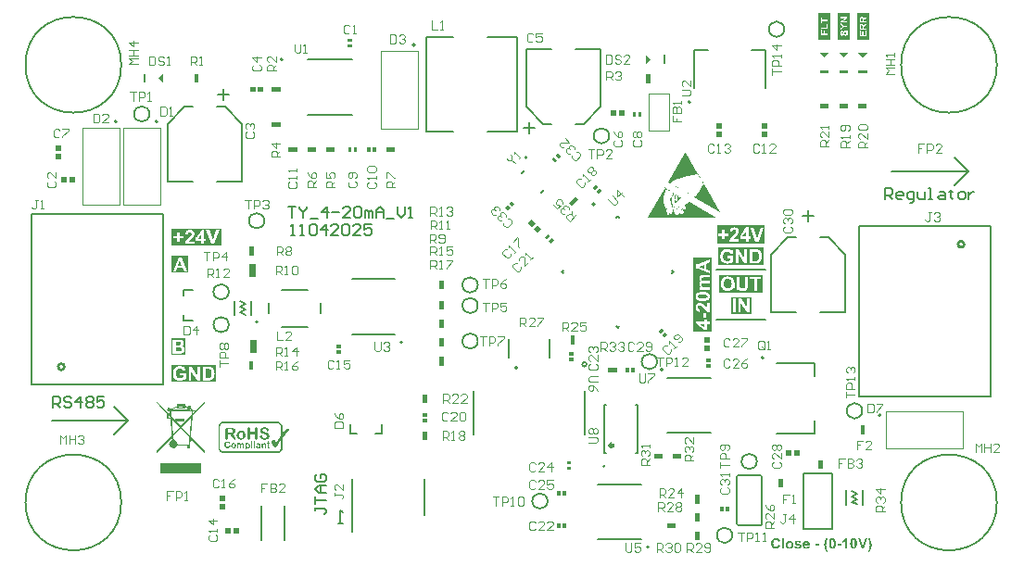
<source format=gto>
G04*
G04 #@! TF.GenerationSoftware,Altium Limited,Altium Designer,21.4.1 (30)*
G04*
G04 Layer_Color=65535*
%FSLAX25Y25*%
%MOIN*%
G70*
G04*
G04 #@! TF.SameCoordinates,5F1AA903-488D-4DD6-8C3F-381C7BA84995*
G04*
G04*
G04 #@! TF.FilePolarity,Positive*
G04*
G01*
G75*
%ADD10C,0.00709*%
%ADD11C,0.00787*%
%ADD12C,0.00591*%
%ADD13C,0.01000*%
%ADD14C,0.01181*%
%ADD15C,0.00600*%
%ADD16C,0.00500*%
%ADD17C,0.00394*%
G36*
X119882Y185433D02*
X118307D01*
X118307Y186614D01*
X119882D01*
Y185433D01*
D02*
G37*
G36*
Y183465D02*
X118307D01*
X118307Y184646D01*
X119882D01*
X119882Y183465D01*
D02*
G37*
G36*
X305217Y181397D02*
X303642Y179823D01*
X302067Y181398D01*
X305217Y181397D01*
D02*
G37*
G36*
X298327Y181397D02*
X296752Y179823D01*
X295177Y181398D01*
X298327Y181397D01*
D02*
G37*
G36*
X291437Y181397D02*
X289862Y179823D01*
X288287Y181398D01*
X291437Y181397D01*
D02*
G37*
G36*
X232677Y177559D02*
X231890D01*
X231890Y180709D01*
X232677D01*
X232677Y177559D01*
D02*
G37*
G36*
X227166Y179134D02*
X225591Y177559D01*
X225591Y180709D01*
X227166Y179134D01*
D02*
G37*
G36*
X298327Y175098D02*
Y174311D01*
X295177Y174311D01*
Y175098D01*
X298327Y175098D01*
D02*
G37*
G36*
X305217Y174311D02*
X302067Y174311D01*
Y175098D01*
X305217D01*
X305217Y174311D01*
D02*
G37*
G36*
X291437D02*
X288287Y174311D01*
Y175098D01*
X291437D01*
Y174311D01*
D02*
G37*
G36*
X51894Y170806D02*
X50319Y172381D01*
X51894Y173956D01*
X51894Y170806D01*
D02*
G37*
G36*
X45595Y170806D02*
X44808D01*
Y173956D01*
X45595Y173956D01*
X45595Y170806D01*
D02*
G37*
G36*
X64764Y170669D02*
X63189Y170669D01*
X63189Y173819D01*
X64764D01*
Y170669D01*
D02*
G37*
G36*
X227191Y170531D02*
X225617Y170531D01*
Y173681D01*
X227191D01*
Y170531D01*
D02*
G37*
G36*
X94232Y167546D02*
X91083D01*
Y169121D01*
X94232D01*
Y167546D01*
D02*
G37*
G36*
X88091Y167324D02*
X86123D01*
Y169292D01*
X88091D01*
Y167324D01*
D02*
G37*
G36*
X85138D02*
X83170D01*
Y169292D01*
X85138D01*
Y167324D01*
D02*
G37*
G36*
X291437Y161614D02*
X288287D01*
X288287Y163189D01*
X291437D01*
Y161614D01*
D02*
G37*
G36*
X298327Y161614D02*
X295177D01*
X295177Y163189D01*
X298327Y163189D01*
X298327Y161614D01*
D02*
G37*
G36*
X305079Y163163D02*
Y161588D01*
X301929Y161588D01*
Y163163D01*
X305079Y163163D01*
D02*
G37*
G36*
X218012Y158957D02*
X216043D01*
Y160925D01*
X218012D01*
Y158957D01*
D02*
G37*
G36*
X215059Y158957D02*
X213090D01*
Y160925D01*
X215059D01*
Y158957D01*
D02*
G37*
G36*
X224016Y158563D02*
X222835D01*
X222835Y160138D01*
X224016D01*
Y158563D01*
D02*
G37*
G36*
X222047D02*
X220866D01*
X220866Y160138D01*
X222047D01*
Y158563D01*
D02*
G37*
G36*
X94232Y154750D02*
X91083D01*
Y156325D01*
X94232D01*
Y154750D01*
D02*
G37*
G36*
X269193Y154035D02*
X267224D01*
Y156004D01*
X269193D01*
Y154035D01*
D02*
G37*
G36*
X252954Y154035D02*
X250985D01*
Y156003D01*
X252954D01*
Y154035D01*
D02*
G37*
G36*
X269193Y151083D02*
X267224D01*
Y153051D01*
X269193D01*
Y151083D01*
D02*
G37*
G36*
X252954Y151082D02*
X250985D01*
Y153051D01*
X252954D01*
Y151082D01*
D02*
G37*
G36*
X15256Y146161D02*
X13287D01*
Y148130D01*
X15256D01*
Y146161D01*
D02*
G37*
G36*
X107028Y145892D02*
X103878D01*
Y147467D01*
X107027Y147467D01*
X107028Y145892D01*
D02*
G37*
G36*
X100138D02*
X96988D01*
Y147467D01*
X100138D01*
Y145892D01*
D02*
G37*
G36*
X128543Y145867D02*
X127362D01*
Y147441D01*
X128543D01*
Y145867D01*
D02*
G37*
G36*
X126575D02*
X125394D01*
Y147441D01*
X126575D01*
Y145867D01*
D02*
G37*
G36*
X121653D02*
X120473D01*
Y147441D01*
X121653D01*
Y145867D01*
D02*
G37*
G36*
X119685D02*
X118504D01*
Y147441D01*
X119685D01*
Y145867D01*
D02*
G37*
G36*
X135295Y145840D02*
X132146D01*
X132146Y147415D01*
X135295D01*
Y145840D01*
D02*
G37*
G36*
X113642D02*
X110492D01*
X110492Y147415D01*
X113642D01*
Y145840D01*
D02*
G37*
G36*
X195076Y144258D02*
X194240Y143423D01*
X193127Y144536D01*
X193962Y145371D01*
X195076Y144258D01*
D02*
G37*
G36*
X15256Y143209D02*
X13287D01*
Y145177D01*
X15256D01*
Y143209D01*
D02*
G37*
G36*
X193684Y142866D02*
X192848Y142031D01*
X191735Y143144D01*
X192570Y143980D01*
X193684Y142866D01*
D02*
G37*
G36*
X20177Y134843D02*
X18209D01*
Y136811D01*
X20177D01*
Y134843D01*
D02*
G37*
G36*
X17224D02*
X15256D01*
Y136811D01*
X17224D01*
Y134843D01*
D02*
G37*
G36*
X208447Y133217D02*
X207334Y132103D01*
X206499Y132938D01*
X207612Y134052D01*
X208447Y133217D01*
D02*
G37*
G36*
X209839Y131825D02*
X208726Y130711D01*
X207891Y131546D01*
X209004Y132660D01*
X209839Y131825D01*
D02*
G37*
G36*
X201354Y128629D02*
X199127Y126402D01*
X198013Y127515D01*
X200240Y129743D01*
X201354Y128629D01*
D02*
G37*
G36*
X178344Y127033D02*
X177509Y126198D01*
X176395Y127311D01*
X177230Y128146D01*
X178344Y127033D01*
D02*
G37*
G36*
X176952Y125641D02*
X176117Y124806D01*
X175003Y125919D01*
X175838Y126754D01*
X176952Y125641D01*
D02*
G37*
G36*
X185880Y120139D02*
X184488Y118747D01*
X183097Y120139D01*
X184488Y121531D01*
X185880Y120139D01*
D02*
G37*
G36*
X187968Y118051D02*
X186576Y116659D01*
X185185Y118051D01*
X186576Y119443D01*
X187968Y118051D01*
D02*
G37*
G36*
X191174Y115451D02*
X190060Y114337D01*
X189225Y115172D01*
X190338Y116286D01*
X191174Y115451D01*
D02*
G37*
G36*
X192565Y114059D02*
X191452Y112945D01*
X190617Y113780D01*
X191730Y114894D01*
X192565Y114059D01*
D02*
G37*
G36*
X84475Y108524D02*
X82900D01*
Y111673D01*
X84475D01*
Y108524D01*
D02*
G37*
G36*
X85427Y100894D02*
X83065D01*
Y105619D01*
X85427D01*
Y100894D01*
D02*
G37*
G36*
X152828Y96496D02*
X151254D01*
Y99646D01*
X152828D01*
Y96496D01*
D02*
G37*
G36*
Y89114D02*
X151254D01*
Y92264D01*
X152828D01*
Y89114D01*
D02*
G37*
G36*
X152880Y82441D02*
X151305D01*
Y85590D01*
X152880D01*
Y82441D01*
D02*
G37*
G36*
X232020Y81494D02*
X230906Y80380D01*
X230071Y81216D01*
X231185Y82329D01*
X232020Y81494D01*
D02*
G37*
G36*
X233412Y80102D02*
X232298Y78988D01*
X231463Y79824D01*
X232577Y80937D01*
X233412Y80102D01*
D02*
G37*
G36*
X248524Y77264D02*
X246555D01*
Y79232D01*
X248524D01*
Y77264D01*
D02*
G37*
G36*
X200124Y76535D02*
X198550D01*
Y79685D01*
X200124Y79685D01*
Y76535D01*
D02*
G37*
G36*
X152828Y75827D02*
X151254D01*
X151253Y78976D01*
X152828D01*
Y75827D01*
D02*
G37*
G36*
X116043Y75197D02*
X114469D01*
Y76378D01*
X116043D01*
Y75197D01*
D02*
G37*
G36*
X248524Y74311D02*
X246555D01*
Y76279D01*
X248524D01*
Y74311D01*
D02*
G37*
G36*
X85532Y73425D02*
X83169D01*
Y78150D01*
X85532D01*
Y73425D01*
D02*
G37*
G36*
X116043Y73228D02*
X114469D01*
Y74410D01*
X116043D01*
Y73228D01*
D02*
G37*
G36*
X199475Y72539D02*
X197900Y72539D01*
Y73721D01*
X199475D01*
Y72539D01*
D02*
G37*
G36*
Y70571D02*
X197900Y70571D01*
Y71752D01*
X199475D01*
Y70571D01*
D02*
G37*
G36*
X248917Y70276D02*
X247342D01*
Y71457D01*
X248917D01*
Y70276D01*
D02*
G37*
G36*
X152828Y68937D02*
X151254D01*
Y72087D01*
X152828D01*
Y68937D01*
D02*
G37*
G36*
X248917Y68307D02*
X247342D01*
Y69488D01*
X248917D01*
Y68307D01*
D02*
G37*
G36*
X84449Y67323D02*
X82874D01*
Y70472D01*
X84449Y70473D01*
Y67323D01*
D02*
G37*
G36*
X221555Y66634D02*
X220374Y66634D01*
Y68209D01*
X221555Y68209D01*
Y66634D01*
D02*
G37*
G36*
X219587D02*
X218406Y66634D01*
X218406Y68209D01*
X219587D01*
Y66634D01*
D02*
G37*
G36*
X215158Y66634D02*
X212008D01*
X212008Y68209D01*
X215158Y68209D01*
Y66634D01*
D02*
G37*
G36*
X146975Y55374D02*
X145400Y55374D01*
Y58524D01*
X146975D01*
X146975Y55374D01*
D02*
G37*
G36*
X146948Y51772D02*
X146948Y50591D01*
X145374D01*
Y51772D01*
X146948Y51772D01*
D02*
G37*
G36*
Y49803D02*
X146948Y48622D01*
X145374D01*
Y49803D01*
X146948Y49803D01*
D02*
G37*
G36*
X304429Y47343D02*
X304429Y44193D01*
X302854D01*
Y47343D01*
X304429Y47343D01*
D02*
G37*
G36*
X146975Y42087D02*
X145400D01*
Y45236D01*
X146975D01*
Y42087D01*
D02*
G37*
G36*
X281004Y36418D02*
X279036D01*
Y38387D01*
X281004D01*
Y36418D01*
D02*
G37*
G36*
X278052Y36418D02*
X276083D01*
Y38387D01*
X278052D01*
Y36418D01*
D02*
G37*
G36*
X238287Y35630D02*
X235138D01*
Y37205D01*
X238287D01*
Y35630D01*
D02*
G37*
G36*
X231752Y35604D02*
X228602D01*
X228602Y37179D01*
X231752D01*
Y35604D01*
D02*
G37*
G36*
X198721Y34547D02*
Y33366D01*
X197146D01*
Y34547D01*
X198721Y34547D01*
D02*
G37*
G36*
X289199Y31752D02*
X287624Y31752D01*
X287624Y34902D01*
X289199Y34902D01*
Y31752D01*
D02*
G37*
G36*
X198721Y31398D02*
X197146D01*
Y32579D01*
X198721D01*
X198721Y31398D01*
D02*
G37*
G36*
X274974Y25138D02*
X273399D01*
Y28287D01*
X274974Y28287D01*
Y25138D01*
D02*
G37*
G36*
X196949Y22244D02*
X195768Y22244D01*
Y23819D01*
X196949D01*
Y22244D01*
D02*
G37*
G36*
X194980D02*
X193799Y22244D01*
Y23819D01*
X194980D01*
Y22244D01*
D02*
G37*
G36*
X74311Y20177D02*
X72342D01*
Y22146D01*
X74311D01*
Y20177D01*
D02*
G37*
G36*
X244856Y19232D02*
X243281D01*
X243281Y22382D01*
X244856D01*
Y19232D01*
D02*
G37*
G36*
X74311Y17224D02*
X72342D01*
Y19193D01*
X74311D01*
Y17224D01*
D02*
G37*
G36*
X255512Y16535D02*
X254331Y16535D01*
Y18110D01*
X255512Y18110D01*
X255512Y16535D01*
D02*
G37*
G36*
X253543D02*
X252362Y16535D01*
Y18110D01*
X253543D01*
X253543Y16535D01*
D02*
G37*
G36*
X244856Y12835D02*
X243281D01*
X243281Y15984D01*
X244856D01*
Y12835D01*
D02*
G37*
G36*
X236319Y10531D02*
X233169Y10531D01*
X233169Y12106D01*
X236319D01*
Y10531D01*
D02*
G37*
G36*
X196949Y10531D02*
X195768D01*
Y12106D01*
X196949D01*
Y10531D01*
D02*
G37*
G36*
X194980D02*
X193799D01*
Y12106D01*
X194980D01*
Y10531D01*
D02*
G37*
G36*
X79232Y8366D02*
X77264D01*
Y10335D01*
X79232D01*
Y8366D01*
D02*
G37*
G36*
X76279D02*
X74311D01*
Y10335D01*
X76279D01*
Y8366D01*
D02*
G37*
G36*
X244908Y6161D02*
X243333D01*
Y9311D01*
X244908D01*
Y6161D01*
D02*
G37*
G36*
X70866Y62992D02*
X55118D01*
Y69211D01*
X70866D01*
Y62992D01*
D02*
G37*
G36*
X72835Y112205D02*
X55118D01*
Y118263D01*
X72835D01*
Y112205D01*
D02*
G37*
G36*
X60039Y72835D02*
X55118D01*
Y78740D01*
X60039D01*
Y72835D01*
D02*
G37*
G36*
X61024Y102362D02*
X55118D01*
Y108391D01*
X61024D01*
Y102362D01*
D02*
G37*
G36*
X298973Y195726D02*
Y186164D01*
X294728D01*
Y195726D01*
X298973D01*
D02*
G37*
G36*
X268015Y104991D02*
X251670D01*
Y111545D01*
X268015D01*
Y104991D01*
D02*
G37*
G36*
X291886Y186251D02*
X287641D01*
Y195812D01*
X291886D01*
Y186251D01*
D02*
G37*
G36*
X263547Y87459D02*
X256138D01*
Y93643D01*
X263547D01*
Y87459D01*
D02*
G37*
G36*
X267554Y95309D02*
X252131D01*
Y101541D01*
X267554D01*
Y95309D01*
D02*
G37*
G36*
X249324Y81271D02*
X242802D01*
Y107706D01*
X249324D01*
Y81271D01*
D02*
G37*
G36*
X268365Y112905D02*
X251320D01*
Y119379D01*
X268365D01*
Y112905D01*
D02*
G37*
G36*
X305863Y186251D02*
X301618D01*
Y195812D01*
X305863D01*
Y186251D01*
D02*
G37*
G36*
X272548Y6926D02*
X272608Y6921D01*
X272673Y6910D01*
X272749Y6899D01*
X272831Y6882D01*
X272919Y6861D01*
X273012Y6833D01*
X273104Y6801D01*
X273203Y6757D01*
X273296Y6713D01*
X273383Y6659D01*
X273476Y6593D01*
X273558Y6522D01*
X273563D01*
X273569Y6511D01*
X273585Y6495D01*
X273601Y6479D01*
X273623Y6451D01*
X273645Y6418D01*
X273705Y6342D01*
X273765Y6244D01*
X273831Y6124D01*
X273891Y5987D01*
X273945Y5829D01*
X273192Y5649D01*
Y5654D01*
X273186Y5660D01*
Y5676D01*
X273175Y5698D01*
X273159Y5747D01*
X273132Y5812D01*
X273094Y5889D01*
X273044Y5965D01*
X272979Y6042D01*
X272908Y6107D01*
X272897Y6113D01*
X272870Y6134D01*
X272826Y6162D01*
X272766Y6194D01*
X272690Y6227D01*
X272602Y6255D01*
X272504Y6276D01*
X272395Y6282D01*
X272356D01*
X272324Y6276D01*
X272291Y6271D01*
X272247Y6266D01*
X272154Y6244D01*
X272045Y6205D01*
X271931Y6151D01*
X271870Y6118D01*
X271816Y6080D01*
X271761Y6031D01*
X271712Y5976D01*
Y5971D01*
X271701Y5960D01*
X271690Y5943D01*
X271674Y5916D01*
X271652Y5883D01*
X271630Y5845D01*
X271608Y5796D01*
X271587Y5741D01*
X271559Y5676D01*
X271537Y5605D01*
X271516Y5523D01*
X271494Y5436D01*
X271477Y5337D01*
X271466Y5234D01*
X271461Y5119D01*
X271456Y4993D01*
Y4988D01*
Y4961D01*
Y4922D01*
X271461Y4879D01*
Y4819D01*
X271472Y4748D01*
X271477Y4677D01*
X271488Y4595D01*
X271521Y4425D01*
X271565Y4256D01*
X271592Y4174D01*
X271630Y4098D01*
X271669Y4027D01*
X271712Y3967D01*
X271718Y3961D01*
X271723Y3956D01*
X271739Y3940D01*
X271761Y3918D01*
X271816Y3874D01*
X271892Y3819D01*
X271985Y3759D01*
X272100Y3716D01*
X272231Y3678D01*
X272302Y3672D01*
X272378Y3667D01*
X272406D01*
X272427Y3672D01*
X272487Y3678D01*
X272558Y3688D01*
X272635Y3716D01*
X272722Y3748D01*
X272810Y3792D01*
X272897Y3858D01*
X272908Y3869D01*
X272935Y3896D01*
X272973Y3940D01*
X273017Y4005D01*
X273072Y4092D01*
X273121Y4196D01*
X273170Y4322D01*
X273214Y4469D01*
X273956Y4240D01*
Y4234D01*
X273951Y4213D01*
X273940Y4180D01*
X273923Y4136D01*
X273902Y4087D01*
X273880Y4027D01*
X273852Y3961D01*
X273820Y3890D01*
X273743Y3743D01*
X273645Y3590D01*
X273525Y3443D01*
X273459Y3377D01*
X273388Y3317D01*
X273383Y3312D01*
X273372Y3306D01*
X273350Y3290D01*
X273317Y3268D01*
X273279Y3246D01*
X273230Y3224D01*
X273175Y3197D01*
X273115Y3170D01*
X273044Y3137D01*
X272968Y3110D01*
X272886Y3088D01*
X272799Y3066D01*
X272706Y3044D01*
X272602Y3028D01*
X272498Y3022D01*
X272384Y3017D01*
X272351D01*
X272313Y3022D01*
X272258Y3028D01*
X272198Y3033D01*
X272122Y3044D01*
X272040Y3060D01*
X271947Y3082D01*
X271854Y3110D01*
X271756Y3142D01*
X271652Y3186D01*
X271548Y3235D01*
X271445Y3290D01*
X271341Y3361D01*
X271243Y3437D01*
X271150Y3530D01*
X271144Y3536D01*
X271128Y3552D01*
X271106Y3585D01*
X271073Y3623D01*
X271041Y3678D01*
X270997Y3737D01*
X270953Y3814D01*
X270910Y3901D01*
X270866Y3994D01*
X270822Y4098D01*
X270778Y4218D01*
X270746Y4344D01*
X270713Y4475D01*
X270691Y4622D01*
X270675Y4775D01*
X270669Y4939D01*
Y4944D01*
Y4950D01*
Y4982D01*
X270675Y5032D01*
Y5097D01*
X270686Y5173D01*
X270697Y5266D01*
X270708Y5365D01*
X270729Y5479D01*
X270757Y5594D01*
X270789Y5714D01*
X270828Y5834D01*
X270877Y5960D01*
X270931Y6080D01*
X270997Y6194D01*
X271068Y6304D01*
X271155Y6408D01*
X271161Y6413D01*
X271177Y6429D01*
X271204Y6457D01*
X271243Y6489D01*
X271292Y6528D01*
X271352Y6571D01*
X271417Y6620D01*
X271499Y6670D01*
X271587Y6719D01*
X271679Y6768D01*
X271789Y6812D01*
X271898Y6850D01*
X272023Y6882D01*
X272149Y6910D01*
X272291Y6926D01*
X272433Y6932D01*
X272498D01*
X272548Y6926D01*
D02*
G37*
G36*
X280437Y5878D02*
X280492Y5872D01*
X280552Y5867D01*
X280617Y5861D01*
X280754Y5840D01*
X280890Y5807D01*
X281021Y5758D01*
X281082Y5730D01*
X281136Y5698D01*
X281142D01*
X281147Y5687D01*
X281180Y5665D01*
X281229Y5621D01*
X281283Y5561D01*
X281349Y5490D01*
X281409Y5397D01*
X281469Y5288D01*
X281513Y5163D01*
X280830Y5037D01*
Y5043D01*
X280819Y5064D01*
X280808Y5092D01*
X280792Y5124D01*
X280770Y5168D01*
X280737Y5206D01*
X280705Y5244D01*
X280661Y5277D01*
X280656Y5283D01*
X280639Y5294D01*
X280612Y5305D01*
X280574Y5321D01*
X280525Y5337D01*
X280465Y5354D01*
X280394Y5359D01*
X280312Y5365D01*
X280262D01*
X280213Y5359D01*
X280153Y5354D01*
X280082Y5343D01*
X280017Y5332D01*
X279957Y5310D01*
X279902Y5283D01*
X279897D01*
X279891Y5272D01*
X279864Y5244D01*
X279831Y5195D01*
X279826Y5168D01*
X279820Y5135D01*
Y5130D01*
Y5124D01*
X279831Y5092D01*
X279853Y5048D01*
X279869Y5026D01*
X279891Y5004D01*
X279897Y4999D01*
X279919Y4993D01*
X279929Y4982D01*
X279951Y4977D01*
X279979Y4966D01*
X280011Y4950D01*
X280055Y4939D01*
X280099Y4922D01*
X280153Y4906D01*
X280219Y4890D01*
X280290Y4868D01*
X280372Y4846D01*
X280465Y4824D01*
X280568Y4797D01*
X280574D01*
X280596Y4791D01*
X280623Y4786D01*
X280661Y4775D01*
X280710Y4759D01*
X280765Y4748D01*
X280885Y4709D01*
X281021Y4660D01*
X281153Y4606D01*
X281218Y4573D01*
X281278Y4546D01*
X281327Y4507D01*
X281376Y4475D01*
X281387Y4464D01*
X281415Y4442D01*
X281447Y4398D01*
X281491Y4338D01*
X281535Y4262D01*
X281568Y4169D01*
X281595Y4060D01*
X281606Y3940D01*
Y3934D01*
Y3923D01*
Y3901D01*
X281600Y3874D01*
X281595Y3847D01*
X281589Y3808D01*
X281568Y3716D01*
X281529Y3617D01*
X281502Y3563D01*
X281475Y3508D01*
X281436Y3454D01*
X281393Y3399D01*
X281344Y3344D01*
X281289Y3290D01*
X281283Y3284D01*
X281273Y3279D01*
X281256Y3268D01*
X281229Y3246D01*
X281196Y3230D01*
X281158Y3208D01*
X281109Y3181D01*
X281054Y3159D01*
X280994Y3131D01*
X280923Y3110D01*
X280847Y3082D01*
X280765Y3066D01*
X280672Y3050D01*
X280574Y3033D01*
X280470Y3028D01*
X280361Y3022D01*
X280306D01*
X280268Y3028D01*
X280219D01*
X280164Y3033D01*
X280104Y3039D01*
X280039Y3050D01*
X279897Y3077D01*
X279749Y3115D01*
X279602Y3170D01*
X279536Y3208D01*
X279471Y3246D01*
X279465Y3252D01*
X279454Y3257D01*
X279438Y3268D01*
X279422Y3290D01*
X279362Y3339D01*
X279296Y3410D01*
X279225Y3497D01*
X279160Y3601D01*
X279099Y3727D01*
X279050Y3863D01*
X279777Y3972D01*
Y3961D01*
X279787Y3940D01*
X279798Y3901D01*
X279815Y3852D01*
X279842Y3798D01*
X279875Y3748D01*
X279913Y3694D01*
X279962Y3650D01*
X279968Y3645D01*
X279990Y3634D01*
X280022Y3617D01*
X280066Y3601D01*
X280121Y3579D01*
X280191Y3563D01*
X280268Y3552D01*
X280361Y3546D01*
X280404D01*
X280459Y3552D01*
X280519Y3557D01*
X280585Y3568D01*
X280656Y3590D01*
X280721Y3612D01*
X280781Y3645D01*
X280787Y3650D01*
X280798Y3661D01*
X280814Y3678D01*
X280830Y3699D01*
X280847Y3727D01*
X280863Y3759D01*
X280874Y3798D01*
X280879Y3841D01*
Y3847D01*
Y3858D01*
X280874Y3890D01*
X280858Y3934D01*
X280825Y3978D01*
X280814Y3989D01*
X280798Y3994D01*
X280776Y4011D01*
X280743Y4022D01*
X280699Y4038D01*
X280650Y4054D01*
X280585Y4071D01*
X280574D01*
X280546Y4081D01*
X280503Y4092D01*
X280443Y4103D01*
X280372Y4120D01*
X280295Y4142D01*
X280208Y4163D01*
X280115Y4191D01*
X279924Y4245D01*
X279831Y4273D01*
X279744Y4305D01*
X279662Y4333D01*
X279586Y4365D01*
X279520Y4398D01*
X279471Y4425D01*
X279465Y4431D01*
X279454Y4436D01*
X279444Y4447D01*
X279422Y4469D01*
X279367Y4518D01*
X279312Y4589D01*
X279252Y4677D01*
X279198Y4780D01*
X279176Y4840D01*
X279165Y4906D01*
X279154Y4972D01*
X279149Y5043D01*
Y5048D01*
Y5059D01*
Y5075D01*
X279154Y5102D01*
X279160Y5130D01*
X279165Y5168D01*
X279181Y5250D01*
X279214Y5343D01*
X279269Y5441D01*
X279296Y5496D01*
X279334Y5545D01*
X279378Y5594D01*
X279427Y5638D01*
X279433Y5643D01*
X279438Y5649D01*
X279454Y5660D01*
X279482Y5676D01*
X279509Y5692D01*
X279547Y5714D01*
X279591Y5736D01*
X279640Y5763D01*
X279700Y5785D01*
X279766Y5807D01*
X279837Y5829D01*
X279913Y5845D01*
X280000Y5861D01*
X280093Y5872D01*
X280191Y5883D01*
X280394D01*
X280437Y5878D01*
D02*
G37*
G36*
X295911Y4092D02*
X294486D01*
Y4819D01*
X295911D01*
Y4092D01*
D02*
G37*
G36*
X287988D02*
X286563D01*
Y4819D01*
X287988D01*
Y4092D01*
D02*
G37*
G36*
X304003Y3082D02*
X303178D01*
X301824Y6861D01*
X302648D01*
X303609Y4065D01*
X304532Y6861D01*
X305346D01*
X304003Y3082D01*
D02*
G37*
G36*
X298024Y3082D02*
X297298D01*
Y5818D01*
X297292Y5812D01*
X297281Y5801D01*
X297259Y5785D01*
X297227Y5758D01*
X297188Y5725D01*
X297145Y5692D01*
X297090Y5654D01*
X297030Y5610D01*
X296965Y5567D01*
X296894Y5523D01*
X296817Y5474D01*
X296735Y5430D01*
X296561Y5348D01*
X296364Y5272D01*
Y5927D01*
X296370D01*
X296375Y5932D01*
X296391Y5938D01*
X296413Y5943D01*
X296468Y5971D01*
X296544Y6003D01*
X296637Y6047D01*
X296741Y6107D01*
X296855Y6184D01*
X296976Y6271D01*
X296981Y6276D01*
X296992Y6282D01*
X297008Y6298D01*
X297030Y6320D01*
X297090Y6375D01*
X297156Y6446D01*
X297232Y6533D01*
X297309Y6642D01*
X297380Y6757D01*
X297434Y6882D01*
X298024D01*
Y3082D01*
D02*
G37*
G36*
X275332D02*
X274606D01*
Y6861D01*
X275332D01*
Y3082D01*
D02*
G37*
G36*
X283386Y5878D02*
X283435Y5872D01*
X283495Y5861D01*
X283560Y5851D01*
X283631Y5834D01*
X283708Y5812D01*
X283784Y5785D01*
X283866Y5752D01*
X283948Y5709D01*
X284024Y5665D01*
X284101Y5610D01*
X284177Y5545D01*
X284243Y5474D01*
X284248Y5468D01*
X284259Y5457D01*
X284276Y5430D01*
X284297Y5397D01*
X284325Y5354D01*
X284352Y5305D01*
X284385Y5239D01*
X284418Y5168D01*
X284450Y5086D01*
X284483Y4993D01*
X284510Y4895D01*
X284538Y4780D01*
X284559Y4660D01*
X284576Y4529D01*
X284587Y4393D01*
Y4240D01*
X282774D01*
Y4234D01*
Y4223D01*
Y4207D01*
X282780Y4185D01*
X282785Y4131D01*
X282796Y4054D01*
X282818Y3978D01*
X282851Y3890D01*
X282889Y3808D01*
X282943Y3737D01*
X282949Y3732D01*
X282976Y3710D01*
X283009Y3683D01*
X283058Y3650D01*
X283118Y3617D01*
X283194Y3590D01*
X283276Y3568D01*
X283364Y3563D01*
X283391D01*
X283424Y3568D01*
X283462Y3574D01*
X283506Y3585D01*
X283555Y3601D01*
X283604Y3623D01*
X283648Y3656D01*
X283653Y3661D01*
X283669Y3672D01*
X283691Y3694D01*
X283713Y3727D01*
X283746Y3770D01*
X283773Y3819D01*
X283801Y3885D01*
X283828Y3956D01*
X284549Y3836D01*
Y3830D01*
X284543Y3819D01*
X284532Y3798D01*
X284521Y3770D01*
X284505Y3737D01*
X284489Y3699D01*
X284439Y3612D01*
X284379Y3514D01*
X284303Y3410D01*
X284210Y3317D01*
X284106Y3230D01*
X284101D01*
X284095Y3219D01*
X284074Y3213D01*
X284052Y3197D01*
X284024Y3181D01*
X283986Y3164D01*
X283948Y3148D01*
X283899Y3126D01*
X283790Y3088D01*
X283664Y3055D01*
X283517Y3033D01*
X283358Y3022D01*
X283326D01*
X283293Y3028D01*
X283244D01*
X283184Y3039D01*
X283113Y3050D01*
X283036Y3060D01*
X282960Y3082D01*
X282872Y3104D01*
X282785Y3137D01*
X282698Y3175D01*
X282610Y3219D01*
X282523Y3273D01*
X282441Y3334D01*
X282370Y3404D01*
X282299Y3486D01*
X282294Y3492D01*
X282288Y3503D01*
X282277Y3525D01*
X282255Y3552D01*
X282239Y3590D01*
X282217Y3634D01*
X282190Y3683D01*
X282168Y3743D01*
X282141Y3808D01*
X282119Y3880D01*
X282092Y3956D01*
X282075Y4043D01*
X282059Y4131D01*
X282043Y4223D01*
X282037Y4327D01*
X282032Y4431D01*
Y4436D01*
Y4458D01*
Y4496D01*
X282037Y4546D01*
X282043Y4600D01*
X282048Y4666D01*
X282059Y4737D01*
X282075Y4819D01*
X282119Y4988D01*
X282146Y5075D01*
X282179Y5168D01*
X282223Y5255D01*
X282272Y5337D01*
X282326Y5419D01*
X282386Y5496D01*
X282392Y5501D01*
X282403Y5512D01*
X282425Y5534D01*
X282452Y5556D01*
X282485Y5583D01*
X282528Y5616D01*
X282578Y5654D01*
X282632Y5692D01*
X282692Y5725D01*
X282763Y5763D01*
X282834Y5796D01*
X282916Y5823D01*
X282998Y5845D01*
X283091Y5867D01*
X283184Y5878D01*
X283282Y5883D01*
X283342D01*
X283386Y5878D01*
D02*
G37*
G36*
X277423D02*
X277478Y5872D01*
X277538Y5861D01*
X277609Y5851D01*
X277680Y5834D01*
X277762Y5812D01*
X277844Y5785D01*
X277926Y5752D01*
X278013Y5714D01*
X278100Y5665D01*
X278182Y5610D01*
X278264Y5550D01*
X278341Y5479D01*
X278346Y5474D01*
X278357Y5463D01*
X278379Y5436D01*
X278401Y5408D01*
X278433Y5365D01*
X278466Y5321D01*
X278504Y5261D01*
X278543Y5201D01*
X278575Y5130D01*
X278614Y5053D01*
X278646Y4966D01*
X278679Y4879D01*
X278701Y4780D01*
X278723Y4682D01*
X278734Y4573D01*
X278739Y4458D01*
Y4453D01*
Y4431D01*
Y4398D01*
X278734Y4355D01*
X278728Y4300D01*
X278717Y4240D01*
X278706Y4169D01*
X278690Y4098D01*
X278668Y4016D01*
X278641Y3934D01*
X278608Y3847D01*
X278570Y3759D01*
X278521Y3672D01*
X278466Y3590D01*
X278406Y3508D01*
X278335Y3426D01*
X278330Y3421D01*
X278319Y3410D01*
X278297Y3388D01*
X278264Y3361D01*
X278226Y3334D01*
X278177Y3301D01*
X278122Y3263D01*
X278062Y3224D01*
X277991Y3186D01*
X277915Y3148D01*
X277833Y3115D01*
X277740Y3088D01*
X277647Y3060D01*
X277543Y3039D01*
X277440Y3028D01*
X277325Y3022D01*
X277287D01*
X277259Y3028D01*
X277227D01*
X277188Y3033D01*
X277096Y3044D01*
X276981Y3066D01*
X276861Y3093D01*
X276735Y3137D01*
X276604Y3192D01*
X276599D01*
X276588Y3197D01*
X276571Y3208D01*
X276550Y3224D01*
X276490Y3263D01*
X276413Y3317D01*
X276331Y3388D01*
X276244Y3475D01*
X276162Y3574D01*
X276086Y3688D01*
Y3694D01*
X276080Y3705D01*
X276069Y3721D01*
X276058Y3748D01*
X276047Y3781D01*
X276031Y3819D01*
X276015Y3863D01*
X275998Y3912D01*
X275982Y3967D01*
X275965Y4027D01*
X275938Y4163D01*
X275916Y4322D01*
X275911Y4491D01*
Y4496D01*
Y4507D01*
Y4529D01*
X275916Y4551D01*
Y4584D01*
X275922Y4622D01*
X275933Y4715D01*
X275955Y4819D01*
X275987Y4933D01*
X276026Y5059D01*
X276086Y5184D01*
Y5190D01*
X276097Y5201D01*
X276102Y5217D01*
X276118Y5239D01*
X276162Y5299D01*
X276217Y5376D01*
X276288Y5457D01*
X276375Y5545D01*
X276473Y5627D01*
X276588Y5703D01*
X276593D01*
X276604Y5709D01*
X276621Y5720D01*
X276648Y5730D01*
X276675Y5747D01*
X276713Y5758D01*
X276757Y5774D01*
X276801Y5796D01*
X276910Y5829D01*
X277036Y5856D01*
X277172Y5878D01*
X277320Y5883D01*
X277380D01*
X277423Y5878D01*
D02*
G37*
G36*
X300426Y6877D02*
X300470Y6872D01*
X300525Y6861D01*
X300579Y6850D01*
X300645Y6833D01*
X300716Y6812D01*
X300781Y6784D01*
X300852Y6757D01*
X300923Y6719D01*
X300994Y6670D01*
X301065Y6620D01*
X301131Y6560D01*
X301191Y6489D01*
X301196Y6484D01*
X301207Y6468D01*
X301223Y6440D01*
X301251Y6402D01*
X301278Y6347D01*
X301311Y6282D01*
X301344Y6211D01*
X301376Y6118D01*
X301409Y6020D01*
X301447Y5905D01*
X301475Y5780D01*
X301502Y5638D01*
X301529Y5485D01*
X301546Y5321D01*
X301556Y5141D01*
X301562Y4944D01*
Y4939D01*
Y4933D01*
Y4917D01*
Y4895D01*
Y4840D01*
X301556Y4769D01*
X301551Y4682D01*
X301540Y4578D01*
X301529Y4469D01*
X301518Y4349D01*
X301497Y4223D01*
X301469Y4092D01*
X301442Y3967D01*
X301404Y3841D01*
X301365Y3716D01*
X301311Y3601D01*
X301256Y3492D01*
X301191Y3399D01*
X301185Y3394D01*
X301174Y3383D01*
X301158Y3361D01*
X301136Y3339D01*
X301103Y3312D01*
X301065Y3279D01*
X301016Y3241D01*
X300967Y3208D01*
X300907Y3170D01*
X300847Y3131D01*
X300776Y3099D01*
X300699Y3071D01*
X300617Y3050D01*
X300525Y3028D01*
X300432Y3017D01*
X300333Y3011D01*
X300312D01*
X300279Y3017D01*
X300241D01*
X300197Y3022D01*
X300142Y3033D01*
X300082Y3044D01*
X300017Y3066D01*
X299946Y3088D01*
X299875Y3115D01*
X299798Y3148D01*
X299727Y3192D01*
X299651Y3235D01*
X299580Y3295D01*
X299509Y3355D01*
X299444Y3432D01*
X299438Y3437D01*
X299427Y3454D01*
X299411Y3481D01*
X299394Y3514D01*
X299367Y3563D01*
X299340Y3623D01*
X299307Y3699D01*
X299280Y3781D01*
X299247Y3880D01*
X299214Y3989D01*
X299187Y4114D01*
X299165Y4251D01*
X299143Y4404D01*
X299127Y4573D01*
X299116Y4753D01*
X299110Y4950D01*
Y4955D01*
Y4961D01*
Y4977D01*
Y4999D01*
Y5053D01*
X299116Y5124D01*
X299121Y5212D01*
X299132Y5316D01*
X299143Y5425D01*
X299154Y5545D01*
X299176Y5670D01*
X299198Y5796D01*
X299231Y5927D01*
X299263Y6053D01*
X299307Y6173D01*
X299356Y6287D01*
X299411Y6397D01*
X299476Y6489D01*
X299482Y6495D01*
X299493Y6506D01*
X299509Y6528D01*
X299536Y6549D01*
X299564Y6582D01*
X299602Y6615D01*
X299651Y6648D01*
X299700Y6686D01*
X299760Y6724D01*
X299820Y6757D01*
X299891Y6790D01*
X299968Y6822D01*
X300049Y6844D01*
X300142Y6866D01*
X300235Y6877D01*
X300333Y6882D01*
X300388D01*
X300426Y6877D01*
D02*
G37*
G36*
X292793Y6877D02*
X292837Y6872D01*
X292892Y6861D01*
X292946Y6850D01*
X293012Y6833D01*
X293083Y6812D01*
X293148Y6784D01*
X293219Y6757D01*
X293290Y6719D01*
X293361Y6670D01*
X293432Y6620D01*
X293498Y6560D01*
X293558Y6489D01*
X293563Y6484D01*
X293574Y6468D01*
X293590Y6440D01*
X293618Y6402D01*
X293645Y6347D01*
X293678Y6282D01*
X293710Y6211D01*
X293743Y6118D01*
X293776Y6020D01*
X293814Y5905D01*
X293842Y5780D01*
X293869Y5638D01*
X293896Y5485D01*
X293913Y5321D01*
X293923Y5141D01*
X293929Y4944D01*
Y4939D01*
Y4933D01*
Y4917D01*
Y4895D01*
Y4840D01*
X293923Y4769D01*
X293918Y4682D01*
X293907Y4578D01*
X293896Y4469D01*
X293885Y4349D01*
X293863Y4223D01*
X293836Y4092D01*
X293809Y3967D01*
X293771Y3841D01*
X293732Y3716D01*
X293678Y3601D01*
X293623Y3492D01*
X293558Y3399D01*
X293552Y3394D01*
X293541Y3383D01*
X293525Y3361D01*
X293503Y3339D01*
X293470Y3312D01*
X293432Y3279D01*
X293383Y3241D01*
X293334Y3208D01*
X293274Y3170D01*
X293214Y3131D01*
X293143Y3099D01*
X293066Y3071D01*
X292984Y3050D01*
X292892Y3028D01*
X292799Y3017D01*
X292700Y3011D01*
X292678D01*
X292646Y3017D01*
X292608D01*
X292564Y3022D01*
X292509Y3033D01*
X292449Y3044D01*
X292384Y3066D01*
X292313Y3088D01*
X292242Y3115D01*
X292165Y3148D01*
X292094Y3192D01*
X292018Y3235D01*
X291947Y3295D01*
X291876Y3355D01*
X291810Y3432D01*
X291805Y3437D01*
X291794Y3454D01*
X291778Y3481D01*
X291761Y3514D01*
X291734Y3563D01*
X291707Y3623D01*
X291674Y3699D01*
X291647Y3781D01*
X291614Y3880D01*
X291581Y3989D01*
X291554Y4114D01*
X291532Y4251D01*
X291510Y4404D01*
X291494Y4573D01*
X291483Y4753D01*
X291477Y4950D01*
Y4955D01*
Y4961D01*
Y4977D01*
Y4999D01*
Y5053D01*
X291483Y5124D01*
X291488Y5212D01*
X291499Y5316D01*
X291510Y5425D01*
X291521Y5545D01*
X291543Y5670D01*
X291565Y5796D01*
X291598Y5927D01*
X291630Y6053D01*
X291674Y6173D01*
X291723Y6287D01*
X291778Y6397D01*
X291843Y6489D01*
X291849Y6495D01*
X291860Y6506D01*
X291876Y6528D01*
X291903Y6549D01*
X291931Y6582D01*
X291969Y6615D01*
X292018Y6648D01*
X292067Y6686D01*
X292127Y6724D01*
X292187Y6757D01*
X292258Y6790D01*
X292335Y6822D01*
X292417Y6844D01*
X292509Y6866D01*
X292602Y6877D01*
X292700Y6882D01*
X292755D01*
X292793Y6877D01*
D02*
G37*
G36*
X306017Y6921D02*
X306028Y6899D01*
X306050Y6872D01*
X306077Y6828D01*
X306110Y6779D01*
X306148Y6719D01*
X306187Y6648D01*
X306230Y6571D01*
X306279Y6484D01*
X306329Y6391D01*
X306378Y6298D01*
X306427Y6195D01*
X306525Y5976D01*
X306612Y5747D01*
Y5741D01*
X306623Y5720D01*
X306634Y5687D01*
X306645Y5638D01*
X306662Y5583D01*
X306683Y5517D01*
X306700Y5441D01*
X306722Y5354D01*
X306744Y5266D01*
X306760Y5168D01*
X306782Y5059D01*
X306798Y4950D01*
X306820Y4726D01*
X306831Y4486D01*
Y4480D01*
Y4464D01*
Y4431D01*
Y4393D01*
X306825Y4344D01*
X306820Y4284D01*
X306815Y4213D01*
X306809Y4136D01*
X306804Y4054D01*
X306787Y3967D01*
X306776Y3869D01*
X306760Y3770D01*
X306716Y3557D01*
X306662Y3328D01*
Y3323D01*
X306651Y3295D01*
X306640Y3263D01*
X306623Y3213D01*
X306602Y3148D01*
X306574Y3077D01*
X306547Y2995D01*
X306509Y2902D01*
X306465Y2804D01*
X306421Y2695D01*
X306367Y2585D01*
X306312Y2465D01*
X306247Y2345D01*
X306181Y2220D01*
X306110Y2094D01*
X306028Y1969D01*
X305526D01*
Y1974D01*
X305537Y1990D01*
X305548Y2012D01*
X305559Y2045D01*
X305580Y2083D01*
X305597Y2127D01*
X305646Y2231D01*
X305695Y2345D01*
X305744Y2465D01*
X305788Y2580D01*
X305826Y2678D01*
Y2684D01*
X305832Y2689D01*
X305843Y2722D01*
X305859Y2771D01*
X305881Y2837D01*
X305903Y2919D01*
X305930Y3017D01*
X305957Y3121D01*
X305985Y3235D01*
Y3241D01*
X305990Y3252D01*
Y3268D01*
X305995Y3290D01*
X306012Y3350D01*
X306028Y3432D01*
X306045Y3525D01*
X306066Y3628D01*
X306099Y3841D01*
Y3847D01*
Y3852D01*
X306105Y3869D01*
Y3890D01*
X306110Y3951D01*
X306121Y4022D01*
X306126Y4114D01*
X306132Y4213D01*
X306137Y4322D01*
Y4431D01*
Y4436D01*
Y4458D01*
Y4491D01*
Y4535D01*
X306132Y4589D01*
Y4655D01*
X306126Y4726D01*
X306121Y4808D01*
X306116Y4895D01*
X306105Y4988D01*
X306077Y5184D01*
X306045Y5387D01*
X306001Y5594D01*
Y5599D01*
X305995Y5621D01*
X305985Y5649D01*
X305974Y5692D01*
X305963Y5747D01*
X305941Y5807D01*
X305919Y5883D01*
X305892Y5965D01*
X305859Y6058D01*
X305826Y6162D01*
X305788Y6271D01*
X305744Y6386D01*
X305695Y6511D01*
X305641Y6642D01*
X305586Y6784D01*
X305521Y6926D01*
X306012D01*
X306017Y6921D01*
D02*
G37*
G36*
X291079Y6915D02*
X291068Y6893D01*
X291052Y6850D01*
X291030Y6795D01*
X290997Y6730D01*
X290964Y6648D01*
X290931Y6560D01*
X290893Y6468D01*
X290849Y6364D01*
X290811Y6255D01*
X290729Y6031D01*
X290658Y5807D01*
X290626Y5698D01*
X290598Y5594D01*
Y5588D01*
X290593Y5572D01*
X290587Y5539D01*
X290577Y5501D01*
X290565Y5446D01*
X290555Y5387D01*
X290544Y5321D01*
X290533Y5244D01*
X290522Y5163D01*
X290511Y5070D01*
X290500Y4977D01*
X290489Y4873D01*
X290473Y4660D01*
X290467Y4431D01*
Y4425D01*
Y4415D01*
Y4387D01*
Y4360D01*
Y4322D01*
X290473Y4273D01*
Y4223D01*
X290478Y4163D01*
X290484Y4032D01*
X290500Y3885D01*
X290516Y3727D01*
X290544Y3563D01*
Y3557D01*
X290549Y3541D01*
Y3519D01*
X290560Y3486D01*
X290565Y3448D01*
X290577Y3404D01*
X290587Y3350D01*
X290598Y3295D01*
X290631Y3164D01*
X290664Y3022D01*
X290707Y2875D01*
X290757Y2727D01*
Y2722D01*
X290762Y2716D01*
X290768Y2700D01*
X290773Y2678D01*
X290784Y2651D01*
X290800Y2618D01*
X290811Y2580D01*
X290833Y2536D01*
X290855Y2482D01*
X290877Y2427D01*
X290904Y2367D01*
X290931Y2296D01*
X290964Y2225D01*
X290997Y2143D01*
X291035Y2061D01*
X291079Y1969D01*
X290582D01*
X290577Y1974D01*
X290565Y1996D01*
X290544Y2029D01*
X290516Y2072D01*
X290484Y2127D01*
X290445Y2192D01*
X290402Y2269D01*
X290358Y2351D01*
X290309Y2438D01*
X290260Y2536D01*
X290211Y2640D01*
X290156Y2744D01*
X290063Y2973D01*
X289976Y3208D01*
Y3213D01*
X289965Y3235D01*
X289960Y3273D01*
X289943Y3317D01*
X289927Y3377D01*
X289910Y3443D01*
X289894Y3519D01*
X289878Y3601D01*
X289856Y3694D01*
X289839Y3792D01*
X289807Y4000D01*
X289785Y4223D01*
X289774Y4447D01*
Y4458D01*
Y4480D01*
Y4518D01*
X289779Y4573D01*
Y4638D01*
X289785Y4720D01*
X289796Y4808D01*
X289807Y4906D01*
X289818Y5010D01*
X289834Y5119D01*
X289878Y5359D01*
X289943Y5605D01*
X289981Y5730D01*
X290025Y5856D01*
Y5861D01*
X290036Y5883D01*
X290047Y5911D01*
X290063Y5954D01*
X290085Y6003D01*
X290112Y6064D01*
X290145Y6134D01*
X290178Y6205D01*
X290216Y6287D01*
X290260Y6369D01*
X290353Y6549D01*
X290467Y6741D01*
X290587Y6926D01*
X291084D01*
X291079Y6915D01*
D02*
G37*
G36*
X66929Y55480D02*
X62592Y50778D01*
X61936Y43379D01*
X66929Y38057D01*
Y37328D01*
X61936Y42504D01*
X61863Y42286D01*
Y42176D01*
Y42067D01*
Y41958D01*
Y41921D01*
X61826Y41739D01*
Y41557D01*
X61790Y41411D01*
Y41374D01*
X61753Y41192D01*
Y41010D01*
Y40900D01*
Y40864D01*
X61717Y40718D01*
Y40572D01*
Y40536D01*
Y40499D01*
Y40463D01*
X61680Y40390D01*
Y40317D01*
Y40281D01*
X61644Y40208D01*
X61571Y40172D01*
X61535Y40135D01*
X61498D01*
Y39297D01*
X60514D01*
Y40135D01*
X57015D01*
X56832Y39843D01*
X56650Y39661D01*
X56504Y39515D01*
X56432Y39479D01*
X56140Y39370D01*
X55848Y39297D01*
X55666Y39260D01*
X55593D01*
X55374Y39297D01*
X55156Y39333D01*
X54828Y39479D01*
X54609Y39588D01*
X54536Y39661D01*
X54390Y39807D01*
X54317Y39989D01*
X54172Y40354D01*
Y40499D01*
X54135Y40645D01*
Y40718D01*
Y40755D01*
X54172Y41119D01*
X54245Y41411D01*
X54354Y41557D01*
X54390Y41629D01*
X54609Y41885D01*
X54864Y42067D01*
X55083Y42176D01*
X55119Y42213D01*
X55156D01*
Y42978D01*
X49761Y37328D01*
Y38057D01*
X55046Y43744D01*
Y44035D01*
Y44108D01*
Y44217D01*
Y44327D01*
Y44363D01*
X55010Y44618D01*
Y44837D01*
Y45019D01*
Y45092D01*
X54974Y45457D01*
Y45785D01*
X54937Y45931D01*
Y46003D01*
Y46076D01*
Y46113D01*
X54901Y46514D01*
X54864Y46878D01*
X54828Y46988D01*
Y47097D01*
Y47170D01*
Y47206D01*
X54791Y47607D01*
Y47972D01*
X54755Y48118D01*
Y48227D01*
Y48263D01*
Y48300D01*
X54718Y48664D01*
Y48919D01*
X54682Y49065D01*
Y49138D01*
X54646Y49393D01*
Y49466D01*
Y49503D01*
X54609Y49648D01*
Y49721D01*
X53297D01*
Y51471D01*
X53370Y51544D01*
X53333Y51617D01*
X53260Y51690D01*
X53224Y51726D01*
X53188Y51763D01*
X53078Y51872D01*
X53005Y51945D01*
X52969Y52018D01*
X52859Y52127D01*
X52750Y52236D01*
X52641Y52346D01*
X52604Y52382D01*
X52422Y52601D01*
X52240Y52820D01*
X52094Y52965D01*
X52057Y53002D01*
X51802Y53257D01*
X51584Y53512D01*
X51438Y53658D01*
X51365Y53731D01*
X51110Y54023D01*
X50891Y54241D01*
X50745Y54387D01*
X50709Y54460D01*
X50490Y54715D01*
X50308Y54897D01*
X50162Y55043D01*
X50126Y55080D01*
X49943Y55262D01*
X49834Y55408D01*
X49798Y55444D01*
X49761Y55480D01*
Y56173D01*
X54208Y51544D01*
X54463D01*
Y52309D01*
X54427Y52346D01*
X54317D01*
X54062Y52419D01*
X53989Y52455D01*
X53953D01*
X53734Y52637D01*
X53661Y52674D01*
X53625Y52710D01*
X53515Y52820D01*
X53479Y52965D01*
X53443Y53038D01*
Y53075D01*
X53479Y53294D01*
X53515Y53439D01*
X53588Y53549D01*
X53625Y53585D01*
X53771Y53731D01*
X53917Y53767D01*
X54026Y53804D01*
X54099D01*
X54245Y53767D01*
X54390Y53731D01*
X54463Y53658D01*
X54500Y53622D01*
X54609Y53549D01*
X54682Y53512D01*
X54755Y53476D01*
X54791D01*
X54937Y53512D01*
X55119Y53549D01*
X55229Y53585D01*
X55302Y53622D01*
X55520Y53731D01*
X55739Y53840D01*
X55885Y53913D01*
X55958Y53950D01*
X56213Y54095D01*
X56395Y54168D01*
X56541Y54241D01*
X56614Y54278D01*
X56832Y54387D01*
X56978Y54460D01*
X57088Y54496D01*
X57124D01*
Y55116D01*
X60040D01*
Y54387D01*
X60222Y54351D01*
X60295D01*
X60441Y54314D01*
X60478Y54278D01*
X60660D01*
X60696Y54241D01*
X60769D01*
X60805Y54278D01*
X60842Y54314D01*
Y54387D01*
X61826D01*
Y53767D01*
X62628Y52965D01*
X63393D01*
Y52637D01*
X66929Y56173D01*
Y55480D01*
D02*
G37*
G36*
X65690Y30075D02*
X51000D01*
Y33756D01*
X65690D01*
Y30075D01*
D02*
G37*
G36*
X93316Y48735D02*
X93572Y48661D01*
X93645Y48625D01*
X93792Y48551D01*
X94011Y48441D01*
X94231Y48258D01*
X94268Y48222D01*
X94415Y48112D01*
X94561Y47929D01*
X94708Y47672D01*
X94744Y47599D01*
X94817Y47453D01*
X94854Y47233D01*
X94891Y46940D01*
Y44705D01*
X94964Y44742D01*
X95110Y44778D01*
X95294Y44925D01*
X95440Y45072D01*
X95477Y45108D01*
X95550Y45255D01*
X95697Y45401D01*
X95843Y45621D01*
X95880Y45658D01*
X95990Y45804D01*
X96136Y45951D01*
X96356Y46134D01*
X96429Y46170D01*
X96612Y46244D01*
X96905Y46317D01*
X97308Y46354D01*
X97382D01*
X97418Y46280D01*
X97455Y46207D01*
X97418Y46134D01*
X97308Y45987D01*
X97272Y45914D01*
X97235Y45877D01*
X97198Y45841D01*
X94891Y42947D01*
Y39247D01*
Y39174D01*
X94854Y39028D01*
X94817Y38844D01*
X94708Y38588D01*
X94671Y38551D01*
X94598Y38405D01*
X94415Y38185D01*
X94231Y38002D01*
X94195Y37965D01*
X94048Y37892D01*
X93828Y37745D01*
X93572Y37636D01*
X93535Y37599D01*
X93389Y37562D01*
X93169Y37526D01*
X92949Y37489D01*
X73645D01*
X73462Y37526D01*
X73242Y37562D01*
X72986Y37672D01*
X72949Y37709D01*
X72803Y37819D01*
X72583Y37965D01*
X72400Y38148D01*
X72363Y38185D01*
X72253Y38332D01*
X72107Y38551D01*
X71997Y38808D01*
X71960Y38881D01*
X71924Y39028D01*
X71887Y39284D01*
X71850Y39540D01*
Y46866D01*
Y46903D01*
Y46940D01*
X71887Y47123D01*
X71924Y47343D01*
X71997Y47599D01*
X72034Y47672D01*
X72143Y47819D01*
X72290Y48002D01*
X72473Y48222D01*
X72510Y48258D01*
X72656Y48405D01*
X72876Y48515D01*
X73132Y48661D01*
X73206Y48698D01*
X73352Y48735D01*
X73609Y48771D01*
X73902Y48808D01*
X93096D01*
X93316Y48735D01*
D02*
G37*
G36*
X244621Y137688D02*
Y137605D01*
Y137564D01*
X244580Y137523D01*
X244538Y137482D01*
X244497D01*
X244456Y137523D01*
X244415Y137605D01*
Y137646D01*
Y137688D01*
X244456Y137729D01*
X244538Y137770D01*
X244580D01*
X244621Y137688D01*
D02*
G37*
G36*
X244785Y137399D02*
Y137317D01*
Y137276D01*
X244744Y137234D01*
X244662Y137193D01*
X244621D01*
X244580Y137234D01*
Y137317D01*
Y137358D01*
Y137399D01*
X244621Y137440D01*
X244662Y137482D01*
X244744D01*
X244785Y137399D01*
D02*
G37*
G36*
X244950Y136987D02*
Y136946D01*
Y136905D01*
Y136864D01*
X244909D01*
X244827Y136905D01*
X244785Y136946D01*
Y136987D01*
X244827Y137029D01*
X244909D01*
X244950Y136987D01*
D02*
G37*
G36*
X245238Y136658D02*
Y136576D01*
Y136535D01*
Y136493D01*
X245197Y136452D01*
X245115Y136411D01*
X245074Y136452D01*
X245033Y136493D01*
X244991Y136576D01*
Y136617D01*
Y136658D01*
X245033Y136699D01*
X245115Y136740D01*
X245197D01*
X245238Y136658D01*
D02*
G37*
G36*
X245362Y136246D02*
X245403Y136205D01*
Y136164D01*
Y136123D01*
X245321D01*
X245280Y136164D01*
X245238Y136205D01*
Y136246D01*
X245280Y136287D01*
X245321D01*
X245362Y136246D01*
D02*
G37*
G36*
X245650Y135876D02*
Y135793D01*
Y135752D01*
X245609Y135711D01*
X245568Y135670D01*
X245527D01*
X245485Y135711D01*
X245444Y135793D01*
Y135834D01*
Y135876D01*
X245485Y135917D01*
X245568Y135958D01*
X245609D01*
X245650Y135876D01*
D02*
G37*
G36*
X245815Y135587D02*
Y135505D01*
Y135464D01*
X245774Y135423D01*
X245691Y135381D01*
X245650D01*
X245609Y135423D01*
Y135505D01*
Y135546D01*
Y135587D01*
X245650Y135628D01*
X245691Y135670D01*
X245774D01*
X245815Y135587D01*
D02*
G37*
G36*
X246144Y135134D02*
Y135052D01*
Y135011D01*
X246103Y134970D01*
X246021Y134928D01*
X245980D01*
X245938Y134970D01*
X245897Y135052D01*
Y135093D01*
Y135134D01*
X245938Y135176D01*
X246021Y135217D01*
X246103D01*
X246144Y135134D01*
D02*
G37*
G36*
X246268Y134846D02*
Y134764D01*
Y134723D01*
X246227Y134681D01*
X246185Y134640D01*
X246144D01*
X246103Y134681D01*
X246062Y134764D01*
Y134805D01*
Y134846D01*
X246103Y134887D01*
X246185Y134928D01*
X246227D01*
X246268Y134846D01*
D02*
G37*
G36*
X240008Y145429D02*
X244374Y137935D01*
X244291D01*
X244209Y137893D01*
X244085Y137852D01*
X243921Y137811D01*
X243673Y137770D01*
X243426Y137729D01*
X243097Y137646D01*
X243056D01*
X242932Y137605D01*
X242768Y137564D01*
X242520Y137523D01*
X242232Y137482D01*
X241903Y137399D01*
X241120Y137234D01*
X241079D01*
X240956Y137193D01*
X240709Y137152D01*
X240461Y137070D01*
X240091Y136987D01*
X239720Y136905D01*
X238897Y136658D01*
X238856D01*
X238691Y136617D01*
X238485Y136535D01*
X238197Y136493D01*
X237867Y136370D01*
X237538Y136287D01*
X236796Y136040D01*
X236755D01*
X236632Y135999D01*
X236467Y135917D01*
X236261Y135834D01*
X235726Y135628D01*
X235232Y135381D01*
X235191D01*
X235149Y135340D01*
X234943Y135176D01*
X234696Y134970D01*
X234655Y134846D01*
X234614Y134723D01*
Y134640D01*
X234696Y134476D01*
X234737D01*
X234779Y134434D01*
X234943Y134311D01*
X234985D01*
X235026Y134270D01*
X235191Y134187D01*
X235232D01*
X235273Y134146D01*
X235355Y134022D01*
X235273Y134064D01*
X235108Y134146D01*
X234861Y134270D01*
X234532Y134434D01*
X234449Y134476D01*
X234243Y134599D01*
X233996Y134764D01*
X233708Y134928D01*
Y135011D01*
Y135093D01*
X233749D01*
Y135134D01*
X233790Y135217D01*
Y135258D01*
X233832Y135299D01*
X233873Y135381D01*
X239391Y144976D01*
X239432Y145059D01*
X239514Y145141D01*
X239597Y145265D01*
X239638Y145306D01*
X239679Y145388D01*
X239885Y145594D01*
X240008Y145429D01*
D02*
G37*
G36*
X235767Y133817D02*
X235932Y133734D01*
X235973D01*
X236014Y133693D01*
X236138Y133570D01*
X236055Y133611D01*
X235891Y133693D01*
X235808Y133734D01*
X235685Y133858D01*
X235726D01*
X235767Y133817D01*
D02*
G37*
G36*
X236508Y133405D02*
X236673Y133322D01*
X236714D01*
X236755Y133281D01*
X236879Y133116D01*
X236796Y133158D01*
X236632Y133240D01*
X236549Y133281D01*
X236426Y133446D01*
X236467D01*
X236508Y133405D01*
D02*
G37*
G36*
X232474Y132931D02*
X232390Y132952D01*
X232349Y132993D01*
X232514D01*
X232474Y132931D01*
D02*
G37*
G36*
X237249Y133034D02*
Y132952D01*
Y132911D01*
X237208Y132870D01*
X237167Y132828D01*
X237126D01*
X237085Y132870D01*
X237044Y132952D01*
Y132993D01*
Y133034D01*
X237085Y133075D01*
X237167Y133116D01*
X237208D01*
X237249Y133034D01*
D02*
G37*
G36*
X237538Y132787D02*
X237702Y132705D01*
X237744D01*
X237785Y132664D01*
X237908Y132540D01*
X237826Y132581D01*
X237661Y132664D01*
X237579Y132705D01*
X237455Y132828D01*
X237496D01*
X237538Y132787D01*
D02*
G37*
G36*
X232555Y132911D02*
X232761Y132787D01*
X233008Y132664D01*
X233090Y132622D01*
X233214Y132540D01*
X233420Y132416D01*
X233584Y132211D01*
X233502Y132252D01*
X233337D01*
X233090Y132211D01*
X232967Y132169D01*
X232843Y132046D01*
X232802Y132005D01*
X232679Y131840D01*
X232514Y131552D01*
X232349Y131222D01*
Y131181D01*
X232308Y131140D01*
X232225Y130893D01*
X232143Y130563D01*
X232020Y130193D01*
Y130152D01*
Y130110D01*
X231978Y129904D01*
X231937Y129616D01*
X231896Y129328D01*
Y129287D01*
Y129163D01*
Y128957D01*
X231937Y128669D01*
Y128587D01*
X231978Y128422D01*
Y128134D01*
X232020Y127804D01*
Y127722D01*
X232061Y127557D01*
X232143Y127269D01*
X232225Y126939D01*
X232267Y126857D01*
X232308Y126651D01*
X232390Y126404D01*
X232514Y126116D01*
X232555Y126075D01*
X232637Y125910D01*
X232761Y125704D01*
X232884Y125539D01*
X232926Y125498D01*
X233049Y125457D01*
X233214Y125375D01*
X233420Y125333D01*
X233214D01*
X233132Y125210D01*
Y125169D01*
Y125128D01*
X233090Y124922D01*
Y124839D01*
Y124633D01*
X233132Y124345D01*
X233173Y124016D01*
X233214Y123933D01*
X233255Y123728D01*
X233337Y123439D01*
X233420Y123110D01*
X233626D01*
X233708Y123151D01*
X233832Y123233D01*
X233955Y123398D01*
X233996Y123439D01*
X234037Y123563D01*
X234120Y123686D01*
X234161Y123851D01*
Y123810D01*
Y123769D01*
X234202Y123686D01*
X234243Y123645D01*
X234284Y123604D01*
X234449Y123563D01*
X234490D01*
X234614Y123604D01*
X234779Y123645D01*
X234902Y123728D01*
X234943Y123769D01*
X234985Y123851D01*
X235067Y123975D01*
X235108Y124098D01*
Y124139D01*
X235149Y124263D01*
X235191Y124427D01*
Y124633D01*
Y124675D01*
X235232Y124798D01*
Y124963D01*
Y125086D01*
Y125128D01*
Y125169D01*
Y125416D01*
X235149Y125745D01*
X235067Y126116D01*
Y126157D01*
X235026Y126198D01*
X234985Y126445D01*
X234861Y126775D01*
X234737Y127145D01*
Y127187D01*
Y127228D01*
X234655Y127475D01*
X234573Y127804D01*
X234490Y128175D01*
Y128216D01*
Y128257D01*
X234449Y128504D01*
Y128834D01*
Y129246D01*
X234490Y129287D01*
X234573Y129410D01*
X234614Y129452D01*
X234655Y129493D01*
X234696Y129534D01*
X234779D01*
Y129493D01*
X234820Y129328D01*
X234861Y129081D01*
X234902Y128710D01*
Y128669D01*
Y128628D01*
X234943Y128504D01*
Y128340D01*
X235026Y127969D01*
X235067Y127475D01*
Y127434D01*
Y127351D01*
X235108Y127228D01*
X235149Y127022D01*
X235191Y126569D01*
X235314Y125992D01*
Y125951D01*
X235355Y125869D01*
X235396Y125745D01*
X235438Y125539D01*
X235561Y125128D01*
X235685Y124633D01*
Y124592D01*
X235726Y124551D01*
X235849Y124263D01*
X236014Y123975D01*
X236220Y123645D01*
X236261Y123604D01*
X236426Y123480D01*
X236673Y123316D01*
X237002Y123275D01*
X237167D01*
X237291Y123316D01*
X237414Y123398D01*
X237455Y123439D01*
X237538Y123480D01*
X237785Y123728D01*
X237826Y123686D01*
X237908Y123645D01*
X237991Y123604D01*
X238114Y123563D01*
X238567D01*
X238691Y123604D01*
X238897Y123686D01*
X239020Y123810D01*
X239061Y123851D01*
X239103Y123975D01*
X239144Y124139D01*
Y124345D01*
Y124427D01*
Y124551D01*
X239103Y124716D01*
X239061Y124881D01*
Y124922D01*
X238979Y125004D01*
X238856Y125169D01*
X238650Y125333D01*
X238814Y125457D01*
X238856D01*
X238897Y125375D01*
X239103Y125169D01*
X239144D01*
X239226Y125128D01*
X239350Y125086D01*
X239514Y125045D01*
X239679D01*
X239720Y125086D01*
X239761Y125128D01*
X239844Y125292D01*
Y125333D01*
X239885Y125375D01*
Y125539D01*
Y125581D01*
Y125622D01*
Y125745D01*
Y125786D01*
Y125910D01*
X239844Y126075D01*
X239803Y126198D01*
Y126240D01*
X239761Y126322D01*
X239720Y126445D01*
Y126610D01*
Y126651D01*
X239761Y126692D01*
X239844Y126816D01*
X239967Y126898D01*
X240008Y126939D01*
X240132Y127022D01*
X240297Y127104D01*
X240461Y127228D01*
X240503Y127269D01*
X240626Y127351D01*
X240956Y127557D01*
X240997Y127598D01*
X241038Y127681D01*
X241079Y127763D01*
Y127887D01*
X241368Y127722D01*
X250921Y122204D01*
X226337D01*
Y122245D01*
Y122286D01*
X226378Y122451D01*
Y122492D01*
X226419Y122533D01*
X226501Y122657D01*
X232225Y132540D01*
X232474Y132931D01*
X232555Y132911D01*
D02*
G37*
G36*
X238279Y132334D02*
X238444Y132252D01*
X238485D01*
X238526Y132211D01*
X238608Y132169D01*
X238650Y132087D01*
X238608Y132128D01*
X238444Y132169D01*
X238361Y132211D01*
X238238Y132375D01*
X238279Y132334D01*
D02*
G37*
G36*
X233996Y132128D02*
Y132046D01*
Y132005D01*
X233955Y131964D01*
X233873Y131922D01*
X233832D01*
X233790Y131964D01*
X233749Y132046D01*
Y132087D01*
Y132128D01*
X233790Y132169D01*
X233873Y132211D01*
X233955D01*
X233996Y132128D01*
D02*
G37*
G36*
X239061Y132005D02*
Y131922D01*
Y131881D01*
Y131840D01*
X239020Y131799D01*
X238979Y131758D01*
X238938Y131799D01*
X238897Y131840D01*
X238856Y131922D01*
Y131964D01*
Y132005D01*
X238897Y132046D01*
X238979Y132087D01*
X239020D01*
X239061Y132005D01*
D02*
G37*
G36*
X234284D02*
Y131922D01*
Y131881D01*
Y131840D01*
X234243Y131799D01*
X234161Y131758D01*
X234120Y131799D01*
X234079Y131840D01*
Y131922D01*
Y131964D01*
Y132005D01*
X234120Y132046D01*
X234161Y132087D01*
X234243D01*
X234284Y132005D01*
D02*
G37*
G36*
X239350Y131716D02*
X239514Y131634D01*
X239556D01*
X239597Y131593D01*
X239720Y131469D01*
X239638Y131510D01*
X239473Y131593D01*
X239391Y131634D01*
X239267Y131758D01*
X239309D01*
X239350Y131716D01*
D02*
G37*
G36*
X234737Y131675D02*
Y131593D01*
Y131552D01*
X234696Y131510D01*
X234614Y131469D01*
X234573D01*
X234532Y131510D01*
X234490Y131593D01*
Y131634D01*
Y131675D01*
X234532Y131716D01*
X234614Y131758D01*
X234696D01*
X234737Y131675D01*
D02*
G37*
G36*
X235026Y131552D02*
Y131469D01*
Y131428D01*
X234985Y131387D01*
X234902Y131346D01*
X234861D01*
X234820Y131387D01*
Y131469D01*
Y131510D01*
Y131552D01*
X234861Y131593D01*
X234902Y131634D01*
X234985D01*
X235026Y131552D01*
D02*
G37*
G36*
X240050Y131305D02*
X240173Y131263D01*
X240338Y131140D01*
X240461Y131016D01*
X240379Y131058D01*
X240214Y131140D01*
X240132Y131181D01*
X240008Y131346D01*
X240050Y131305D01*
D02*
G37*
G36*
X240873Y130934D02*
Y130852D01*
Y130810D01*
X240832Y130769D01*
X240750Y130728D01*
X240709D01*
X240667Y130769D01*
Y130852D01*
Y130893D01*
Y130934D01*
X240709Y130975D01*
X240750Y131016D01*
X240832D01*
X240873Y130934D01*
D02*
G37*
G36*
X241244Y130646D02*
X241368Y130563D01*
X241450Y130481D01*
X241244Y130563D01*
X241162Y130605D01*
X241079Y130728D01*
X241120D01*
X241244Y130646D01*
D02*
G37*
G36*
X241903Y130234D02*
X242068Y130152D01*
X242109D01*
X242150Y130110D01*
X242273Y129987D01*
X242191Y130028D01*
X242026Y130069D01*
X241944Y130110D01*
X241820Y130275D01*
X241862D01*
X241903Y130234D01*
D02*
G37*
G36*
X242685Y129904D02*
Y129822D01*
Y129781D01*
Y129740D01*
X242644Y129699D01*
X242562Y129657D01*
X242520Y129699D01*
X242479Y129740D01*
Y129822D01*
Y129863D01*
Y129904D01*
X242520Y129946D01*
X242562Y129987D01*
X242644D01*
X242685Y129904D01*
D02*
G37*
G36*
X235973Y130893D02*
X235932Y130852D01*
X235767Y130728D01*
X235602Y130522D01*
X235438Y130275D01*
X235396Y130234D01*
X235314Y130069D01*
X235108Y129863D01*
X234902Y129657D01*
Y129740D01*
Y129822D01*
X234943Y129863D01*
X234985Y129987D01*
Y130028D01*
X235026Y130069D01*
X235108Y130275D01*
Y130316D01*
X235149Y130358D01*
X235273Y130563D01*
Y130605D01*
X235314Y130646D01*
X235355Y130728D01*
Y130769D01*
X235396Y130810D01*
Y130893D01*
Y130934D01*
X235355Y131016D01*
X235314Y131181D01*
X235191Y131346D01*
X235973Y130893D01*
D02*
G37*
G36*
X238938Y129204D02*
X238979Y129163D01*
Y129081D01*
X238938Y129040D01*
X238897D01*
X238814Y129081D01*
Y129122D01*
X238773Y129163D01*
Y129204D01*
X238814Y129246D01*
X238856D01*
X238938Y129204D01*
D02*
G37*
G36*
X239350Y128998D02*
Y128916D01*
Y128875D01*
X239309Y128834D01*
X239267Y128793D01*
X239226D01*
X239185Y128834D01*
X239144Y128916D01*
Y128957D01*
Y128998D01*
X239185Y129040D01*
X239267Y129081D01*
X239309D01*
X239350Y128998D01*
D02*
G37*
G36*
X239679Y128751D02*
X239720Y128710D01*
Y128669D01*
Y128628D01*
X239679Y128587D01*
X239638D01*
X239597Y128628D01*
Y128669D01*
X239556Y128710D01*
Y128751D01*
Y128793D01*
X239638D01*
X239679Y128751D01*
D02*
G37*
G36*
X240132Y128546D02*
Y128463D01*
Y128422D01*
X240091Y128381D01*
X240008Y128340D01*
X239967D01*
X239926Y128381D01*
Y128463D01*
Y128504D01*
Y128546D01*
X239967Y128587D01*
X240008Y128628D01*
X240091D01*
X240132Y128546D01*
D02*
G37*
G36*
X240420Y128381D02*
Y128298D01*
Y128257D01*
X240379Y128216D01*
X240338Y128175D01*
X240297D01*
X240256Y128216D01*
X240214Y128298D01*
Y128340D01*
Y128381D01*
X240256Y128422D01*
X240338Y128463D01*
X240379D01*
X240420Y128381D01*
D02*
G37*
G36*
X240750Y128134D02*
Y128093D01*
Y128010D01*
X240709D01*
X240626Y128051D01*
X240585Y128093D01*
Y128134D01*
X240626Y128175D01*
X240709D01*
X240750Y128134D01*
D02*
G37*
G36*
X236549Y130522D02*
X236591D01*
X236632Y130481D01*
X236714Y130440D01*
X236673Y130399D01*
X236508Y130234D01*
X236344Y129987D01*
X236220Y129657D01*
Y129575D01*
X236179Y129410D01*
X236138Y129122D01*
X236096Y128751D01*
Y128710D01*
Y128546D01*
X236138Y128463D01*
X236179Y128298D01*
X236220Y128216D01*
X236302Y128093D01*
X236344Y128051D01*
X236508Y128010D01*
X236549D01*
X236714Y128175D01*
X236755Y128257D01*
X236838Y128340D01*
X236920Y128463D01*
X236961Y128504D01*
X237044Y128587D01*
X237126Y128710D01*
X237167Y128793D01*
X237126Y128834D01*
X237085Y128875D01*
X237044Y129040D01*
X237002Y129204D01*
Y129246D01*
Y129369D01*
Y129534D01*
Y129657D01*
Y129740D01*
Y129822D01*
Y129946D01*
Y129987D01*
Y130069D01*
Y130193D01*
Y130275D01*
X237455Y129987D01*
X237414Y129946D01*
X237291Y129822D01*
X237249Y129740D01*
X237167Y129657D01*
Y129616D01*
Y129575D01*
Y129534D01*
X237208Y129493D01*
X237249Y129287D01*
Y129246D01*
X237291Y129204D01*
Y129122D01*
Y129081D01*
X237414D01*
X237538Y129122D01*
X237661Y129204D01*
X237744Y129328D01*
Y129369D01*
X237785Y129493D01*
X237826Y129657D01*
X237785Y129822D01*
X238526Y129369D01*
X238485D01*
X238361Y129328D01*
X238197Y129246D01*
X237908Y129040D01*
X237826Y128998D01*
X237661Y128834D01*
X237455Y128587D01*
X237167Y128298D01*
X237126Y128216D01*
X236961Y128051D01*
X236714Y127804D01*
X236508Y127516D01*
X236467Y127475D01*
X236344Y127310D01*
X236220Y127145D01*
X236138Y126981D01*
Y127022D01*
Y127145D01*
Y127351D01*
Y127557D01*
Y127598D01*
X236096Y127763D01*
X236055Y127969D01*
X236014Y128175D01*
Y128216D01*
X235973Y128381D01*
X235932Y128587D01*
X235849Y128793D01*
Y128834D01*
Y128998D01*
X235808Y129163D01*
Y129410D01*
Y129534D01*
X235849Y129575D01*
X235891Y129699D01*
Y129740D01*
X235932Y129781D01*
X236014Y129946D01*
Y129987D01*
X236055Y130028D01*
X236138Y130234D01*
Y130275D01*
X236179Y130316D01*
X236261Y130440D01*
X236302Y130481D01*
X236344Y130522D01*
X236385Y130563D01*
X236467D01*
X236549Y130522D01*
D02*
G37*
G36*
X236055Y126734D02*
X235973Y126692D01*
X235891D01*
Y126734D01*
Y126775D01*
X235932Y126816D01*
X236014D01*
X236055Y126734D01*
D02*
G37*
G36*
X239350Y126157D02*
Y126075D01*
Y126034D01*
Y125992D01*
X239309Y125951D01*
X239267Y125910D01*
X239226Y125951D01*
X239185Y125992D01*
X239144Y126075D01*
Y126116D01*
Y126157D01*
X239185Y126198D01*
X239267Y126240D01*
X239309D01*
X239350Y126157D01*
D02*
G37*
G36*
X235891Y125992D02*
Y125951D01*
X235808Y125910D01*
X235767Y125992D01*
Y126034D01*
Y126075D01*
X235849D01*
X235891Y125992D01*
D02*
G37*
G36*
X237620Y125910D02*
X237579Y125869D01*
X237332D01*
Y125910D01*
X237291D01*
X237332Y125951D01*
X237455Y125992D01*
X237538D01*
X237620Y125910D01*
D02*
G37*
G36*
X237126Y125704D02*
Y125622D01*
Y125581D01*
Y125539D01*
X237085Y125498D01*
X237002Y125457D01*
X236961Y125498D01*
X236920Y125539D01*
Y125622D01*
Y125663D01*
Y125704D01*
X236961Y125745D01*
X237002Y125786D01*
X237085D01*
X237126Y125704D01*
D02*
G37*
G36*
X236961Y125375D02*
Y125292D01*
Y125251D01*
X236920Y125210D01*
X236879Y125169D01*
X236838D01*
X236796Y125210D01*
X236755Y125292D01*
Y125333D01*
Y125375D01*
X236796Y125416D01*
X236879Y125457D01*
X236920D01*
X236961Y125375D01*
D02*
G37*
G36*
X233832Y125251D02*
Y125169D01*
Y125128D01*
X233790Y125086D01*
X233708Y125045D01*
X233667D01*
X233626Y125086D01*
Y125169D01*
Y125210D01*
Y125251D01*
X233667Y125292D01*
X233708Y125333D01*
X233790D01*
X233832Y125251D01*
D02*
G37*
G36*
X238526Y125086D02*
Y125045D01*
X238485Y125004D01*
X238444Y124881D01*
X238403Y124798D01*
X238361Y124716D01*
Y125169D01*
X238526D01*
Y125086D01*
D02*
G37*
G36*
X234120Y124633D02*
Y124551D01*
Y124510D01*
X234079Y124469D01*
X234037Y124427D01*
X233996D01*
X233955Y124469D01*
X233914Y124551D01*
Y124592D01*
Y124633D01*
X233955Y124675D01*
X234037Y124716D01*
X234079D01*
X234120Y124633D01*
D02*
G37*
G36*
X238320Y124510D02*
Y124427D01*
Y124386D01*
Y124345D01*
X238279Y124304D01*
X238238Y124263D01*
X238197Y124304D01*
X238155Y124345D01*
X238114Y124427D01*
Y124469D01*
Y124510D01*
X238155Y124551D01*
X238238Y124592D01*
X238279D01*
X238320Y124510D01*
D02*
G37*
G36*
X246638Y134022D02*
X252362Y124057D01*
X243015Y129534D01*
X242850Y129657D01*
X242891D01*
X242973Y129740D01*
X243097Y129822D01*
X243262Y129904D01*
X243673Y130234D01*
X244044Y130605D01*
X244085Y130646D01*
X244127Y130687D01*
X244209Y130810D01*
X244332Y130975D01*
X244580Y131346D01*
X244827Y131799D01*
Y131840D01*
X244909Y131922D01*
X244950Y132046D01*
X245074Y132211D01*
X245280Y132622D01*
X245527Y133075D01*
Y133116D01*
X245609Y133199D01*
X245691Y133322D01*
X245774Y133446D01*
X246103Y133817D01*
X246474Y134187D01*
X246638Y134022D01*
D02*
G37*
G36*
X238032Y124098D02*
Y124016D01*
Y123975D01*
Y123933D01*
X237991Y123892D01*
X237908Y123851D01*
X237867Y123892D01*
X237826Y123933D01*
Y124016D01*
Y124057D01*
Y124098D01*
X237867Y124139D01*
X237991D01*
X238032Y124098D01*
D02*
G37*
%LPC*%
G36*
X58093Y68718D02*
X58006D01*
X57743Y68711D01*
X57510Y68682D01*
X57408Y68660D01*
X57306Y68638D01*
X57211Y68616D01*
X57131Y68594D01*
X57058Y68565D01*
X56985Y68543D01*
X56934Y68522D01*
X56883Y68507D01*
X56847Y68485D01*
X56818Y68478D01*
X56803Y68463D01*
X56796D01*
X56570Y68332D01*
X56475Y68252D01*
X56380Y68179D01*
X56293Y68099D01*
X56212Y68019D01*
X56139Y67938D01*
X56074Y67866D01*
X56023Y67793D01*
X55972Y67727D01*
X55928Y67669D01*
X55892Y67618D01*
X55870Y67574D01*
X55848Y67545D01*
X55841Y67523D01*
X55833Y67516D01*
X55775Y67399D01*
X55724Y67282D01*
X55644Y67042D01*
X55585Y66801D01*
X55549Y66590D01*
X55534Y66488D01*
X55520Y66400D01*
X55513Y66320D01*
Y66247D01*
X55505Y66196D01*
Y66313D01*
Y63484D01*
X60222D01*
D01*
X58064D01*
X58297Y63491D01*
X58516Y63521D01*
X58728Y63557D01*
X58910Y63601D01*
X58990Y63623D01*
X59063Y63645D01*
X59128Y63666D01*
X59187Y63681D01*
X59231Y63696D01*
X59260Y63710D01*
X59281Y63718D01*
X59289D01*
X59508Y63805D01*
X59690Y63900D01*
X59850Y63995D01*
X59989Y64075D01*
X60091Y64148D01*
X60127Y64177D01*
X60164Y64206D01*
X60185Y64228D01*
X60207Y64242D01*
X60222Y64257D01*
Y66284D01*
X58028D01*
Y65431D01*
X59194D01*
Y64782D01*
X59107Y64716D01*
X59012Y64658D01*
X58917Y64607D01*
X58829Y64563D01*
X58757Y64527D01*
X58691Y64498D01*
X58655Y64483D01*
X58647Y64476D01*
X58640D01*
X58523Y64432D01*
X58407Y64403D01*
X58297Y64381D01*
X58203Y64366D01*
X58115Y64359D01*
X58057Y64352D01*
X57999D01*
X57882Y64359D01*
X57765Y64374D01*
X57663Y64395D01*
X57561Y64425D01*
X57379Y64498D01*
X57306Y64534D01*
X57233Y64578D01*
X57167Y64622D01*
X57109Y64658D01*
X57065Y64702D01*
X57022Y64731D01*
X56992Y64760D01*
X56971Y64782D01*
X56956Y64797D01*
X56949Y64804D01*
X56883Y64891D01*
X56818Y64993D01*
X56766Y65095D01*
X56723Y65205D01*
X56650Y65431D01*
X56606Y65649D01*
X56591Y65751D01*
X56577Y65854D01*
X56570Y65934D01*
X56562Y66014D01*
X56555Y66072D01*
Y66123D01*
Y66152D01*
Y66160D01*
X56562Y66313D01*
X56570Y66451D01*
X56591Y66590D01*
X56613Y66714D01*
X56643Y66823D01*
X56679Y66925D01*
X56715Y67020D01*
X56752Y67107D01*
X56781Y67180D01*
X56818Y67246D01*
X56854Y67297D01*
X56883Y67341D01*
X56905Y67377D01*
X56927Y67399D01*
X56934Y67414D01*
X56941Y67421D01*
X57022Y67494D01*
X57102Y67567D01*
X57189Y67618D01*
X57277Y67669D01*
X57364Y67712D01*
X57452Y67749D01*
X57619Y67800D01*
X57700Y67814D01*
X57772Y67829D01*
X57838Y67836D01*
X57896Y67844D01*
X57940Y67851D01*
X58006D01*
X58166Y67844D01*
X58305Y67814D01*
X58429Y67785D01*
X58538Y67742D01*
X58618Y67705D01*
X58684Y67669D01*
X58720Y67639D01*
X58735Y67632D01*
X58837Y67545D01*
X58924Y67450D01*
X58997Y67355D01*
X59048Y67260D01*
X59092Y67173D01*
X59121Y67107D01*
X59136Y67064D01*
X59143Y67056D01*
Y67049D01*
X60156Y67239D01*
X60127Y67362D01*
X60083Y67487D01*
X60040Y67596D01*
X59981Y67698D01*
X59930Y67800D01*
X59872Y67887D01*
X59814Y67968D01*
X59755Y68041D01*
X59697Y68106D01*
X59646Y68164D01*
X59602Y68216D01*
X59558Y68252D01*
X59522Y68281D01*
X59493Y68310D01*
X59478Y68318D01*
X59471Y68325D01*
X59369Y68398D01*
X59260Y68456D01*
X59143Y68507D01*
X59019Y68551D01*
X58779Y68624D01*
X58545Y68667D01*
X58436Y68689D01*
X58334Y68697D01*
X58239Y68704D01*
X58159Y68711D01*
X58093Y68718D01*
D02*
G37*
G36*
X65179Y68624D02*
X63545D01*
X64239D01*
Y65227D01*
X62154Y68624D01*
X61170D01*
Y63579D01*
X65179D01*
Y68624D01*
D02*
G37*
G36*
X68270D02*
X66258D01*
Y63579D01*
X70479D01*
D01*
X68168D01*
X68365Y63586D01*
X68547Y63594D01*
X68700Y63608D01*
X68824Y63630D01*
X68926Y63652D01*
X69006Y63666D01*
X69028Y63674D01*
X69050D01*
X69057Y63681D01*
X69065D01*
X69225Y63739D01*
X69371Y63805D01*
X69488Y63871D01*
X69590Y63936D01*
X69670Y63995D01*
X69728Y64038D01*
X69765Y64067D01*
X69779Y64082D01*
X69903Y64220D01*
X70012Y64366D01*
X70107Y64519D01*
X70180Y64658D01*
X70238Y64789D01*
X70267Y64840D01*
X70282Y64884D01*
X70297Y64928D01*
X70311Y64957D01*
X70319Y64971D01*
Y64979D01*
X70370Y65154D01*
X70413Y65336D01*
X70442Y65511D01*
X70457Y65679D01*
X70464Y65759D01*
X70472Y65832D01*
Y65890D01*
X70479Y65948D01*
Y66094D01*
Y66050D01*
X70472Y66306D01*
X70450Y66531D01*
X70442Y66641D01*
X70428Y66736D01*
X70413Y66830D01*
X70399Y66911D01*
X70377Y66983D01*
X70362Y67049D01*
X70348Y67107D01*
X70340Y67151D01*
X70326Y67188D01*
X70319Y67217D01*
X70311Y67231D01*
Y67239D01*
X70246Y67414D01*
X70165Y67574D01*
X70085Y67712D01*
X70005Y67829D01*
X69940Y67924D01*
X69881Y67997D01*
X69845Y68041D01*
X69837Y68055D01*
X69830D01*
X69706Y68172D01*
X69582Y68266D01*
X69451Y68347D01*
X69334Y68412D01*
X69232Y68463D01*
X69145Y68500D01*
X69116Y68507D01*
X69094Y68514D01*
X69079Y68522D01*
X69072D01*
X68933Y68558D01*
X68780Y68580D01*
X68620Y68602D01*
X68467Y68609D01*
X68328Y68616D01*
X68270Y68624D01*
D02*
G37*
%LPD*%
G36*
X55520Y65846D02*
X55549Y65598D01*
X55600Y65372D01*
X55622Y65263D01*
X55651Y65168D01*
X55680Y65081D01*
X55702Y65001D01*
X55731Y64935D01*
X55753Y64877D01*
X55768Y64833D01*
X55782Y64797D01*
X55797Y64775D01*
Y64767D01*
X55921Y64549D01*
X56059Y64359D01*
X56205Y64191D01*
X56351Y64060D01*
X56416Y64002D01*
X56482Y63951D01*
X56533Y63907D01*
X56584Y63878D01*
X56621Y63849D01*
X56657Y63827D01*
X56672Y63820D01*
X56679Y63812D01*
X56796Y63754D01*
X56905Y63703D01*
X57146Y63623D01*
X57379Y63564D01*
X57590Y63528D01*
X57692Y63513D01*
X57780Y63499D01*
X57860Y63491D01*
X57933D01*
X57984Y63484D01*
X55505D01*
Y66116D01*
X55520Y65846D01*
D02*
G37*
G36*
X64158Y63579D02*
X62110D01*
Y66903D01*
X64158Y63579D01*
D02*
G37*
G36*
X68037Y67764D02*
X68124D01*
X68197Y67756D01*
X68263D01*
X68328Y67749D01*
X68379D01*
X68460Y67734D01*
X68518Y67727D01*
X68554Y67720D01*
X68562D01*
X68664Y67691D01*
X68751Y67654D01*
X68831Y67618D01*
X68904Y67574D01*
X68955Y67537D01*
X68999Y67508D01*
X69021Y67487D01*
X69028Y67479D01*
X69094Y67406D01*
X69152Y67326D01*
X69203Y67246D01*
X69247Y67173D01*
X69276Y67100D01*
X69298Y67042D01*
X69313Y67005D01*
X69320Y66998D01*
Y66991D01*
X69356Y66860D01*
X69385Y66721D01*
X69400Y66568D01*
X69415Y66422D01*
X69422Y66298D01*
X69429Y66240D01*
Y66189D01*
Y66152D01*
Y66123D01*
Y66101D01*
Y66094D01*
X69422Y65890D01*
X69415Y65700D01*
X69393Y65547D01*
X69378Y65416D01*
X69356Y65307D01*
X69349Y65263D01*
X69334Y65234D01*
X69327Y65205D01*
Y65183D01*
X69320Y65175D01*
Y65168D01*
X69276Y65052D01*
X69240Y64950D01*
X69189Y64869D01*
X69152Y64804D01*
X69116Y64753D01*
X69087Y64716D01*
X69065Y64694D01*
X69057Y64687D01*
X68992Y64636D01*
X68926Y64592D01*
X68861Y64556D01*
X68795Y64527D01*
X68737Y64505D01*
X68693Y64490D01*
X68664Y64476D01*
X68649D01*
X68569Y64461D01*
X68474Y64454D01*
X68372Y64439D01*
X68270D01*
X68175Y64432D01*
X67279D01*
Y67771D01*
X67942D01*
X68037Y67764D01*
D02*
G37*
%LPC*%
G36*
X67301Y117763D02*
X65857D01*
X63670Y114549D01*
Y117763D01*
D01*
D01*
Y112697D01*
Y113710D01*
X65741D01*
Y112697D01*
X66674D01*
Y113710D01*
X67301D01*
Y116801D01*
Y114556D01*
X66674D01*
Y117763D01*
X67301D01*
D02*
G37*
G36*
X59318Y116940D02*
X55790D01*
D01*
X57109D01*
Y115635D01*
X55790D01*
Y114731D01*
X57109D01*
Y113426D01*
X57991D01*
Y114731D01*
X59318D01*
Y115693D01*
Y115635D01*
X57991D01*
Y116940D01*
X59318D01*
D01*
D02*
G37*
G36*
X61651Y117771D02*
X61578D01*
X61454Y117763D01*
X61337Y117756D01*
X61111Y117720D01*
X60922Y117661D01*
X60834Y117632D01*
X60754Y117596D01*
X60681Y117567D01*
X60623Y117530D01*
X60565Y117501D01*
X60521Y117479D01*
X60484Y117450D01*
X60463Y117435D01*
X60448Y117428D01*
X60441Y117421D01*
X60360Y117348D01*
X60288Y117275D01*
X60222Y117188D01*
X60164Y117093D01*
X60076Y116903D01*
X60003Y116721D01*
X59982Y116626D01*
X59960Y116546D01*
X59938Y116473D01*
X59930Y116408D01*
X59916Y116349D01*
Y116313D01*
X59909Y116284D01*
Y116276D01*
X60871Y116182D01*
X60885Y116327D01*
X60915Y116451D01*
X60944Y116560D01*
X60980Y116641D01*
X61009Y116706D01*
X61039Y116750D01*
X61060Y116779D01*
X61068Y116787D01*
X61141Y116845D01*
X61221Y116889D01*
X61301Y116925D01*
X61381Y116947D01*
X61447Y116962D01*
X61505Y116969D01*
X61556D01*
X61665Y116962D01*
X61760Y116940D01*
X61840Y116911D01*
X61913Y116881D01*
X61964Y116852D01*
X62008Y116823D01*
X62030Y116801D01*
X62037Y116794D01*
X62096Y116721D01*
X62139Y116641D01*
X62169Y116560D01*
X62190Y116480D01*
X62205Y116408D01*
X62212Y116342D01*
Y116305D01*
Y116298D01*
Y116291D01*
X62205Y116182D01*
X62183Y116079D01*
X62147Y115977D01*
X62110Y115890D01*
X62074Y115810D01*
X62037Y115751D01*
X62015Y115715D01*
X62008Y115700D01*
X61979Y115657D01*
X61935Y115606D01*
X61877Y115540D01*
X61818Y115482D01*
X61687Y115343D01*
X61556Y115205D01*
X61425Y115073D01*
X61367Y115015D01*
X61308Y114971D01*
X61264Y114928D01*
X61235Y114898D01*
X61213Y114877D01*
X61206Y114869D01*
X61060Y114731D01*
X60929Y114600D01*
X60805Y114476D01*
X60696Y114366D01*
X60594Y114257D01*
X60506Y114155D01*
X60426Y114067D01*
X60360Y113980D01*
X60302Y113907D01*
X60251Y113841D01*
X60207Y113790D01*
X60178Y113739D01*
X60149Y113710D01*
X60135Y113681D01*
X60120Y113666D01*
Y113659D01*
X60025Y113491D01*
X59952Y113317D01*
X59894Y113156D01*
X59850Y113010D01*
X59821Y112879D01*
X59814Y112828D01*
X59807Y112784D01*
X59799Y112748D01*
X59792Y112719D01*
Y112748D01*
Y112697D01*
X63182D01*
Y116408D01*
Y116356D01*
X63174Y116466D01*
X63160Y116575D01*
X63145Y116677D01*
X63116Y116772D01*
X63043Y116940D01*
X62970Y117085D01*
X62927Y117151D01*
X62890Y117202D01*
X62854Y117253D01*
X62817Y117290D01*
X62788Y117319D01*
X62774Y117348D01*
X62759Y117355D01*
X62752Y117362D01*
X62672Y117435D01*
X62577Y117501D01*
X62489Y117552D01*
X62387Y117596D01*
X62198Y117669D01*
X62008Y117720D01*
X61921Y117734D01*
X61840Y117749D01*
X61768Y117756D01*
X61702Y117763D01*
X61651Y117771D01*
D02*
G37*
G36*
X72163Y117742D02*
X67461D01*
X69269Y112697D01*
X67461D01*
X70370D01*
X72163Y117742D01*
D01*
D02*
G37*
%LPD*%
G36*
X65741Y114556D02*
X64567D01*
X65741Y116291D01*
Y114556D01*
D02*
G37*
G36*
X63182Y113593D02*
X61257D01*
X61316Y113688D01*
X61381Y113768D01*
X61410Y113805D01*
X61432Y113834D01*
X61447Y113849D01*
X61454Y113856D01*
X61483Y113885D01*
X61512Y113922D01*
X61600Y114002D01*
X61695Y114096D01*
X61789Y114191D01*
X61884Y114279D01*
X61964Y114352D01*
X61993Y114381D01*
X62015Y114403D01*
X62030Y114410D01*
X62037Y114417D01*
X62198Y114570D01*
X62329Y114694D01*
X62438Y114811D01*
X62526Y114898D01*
X62591Y114971D01*
X62635Y115022D01*
X62664Y115059D01*
X62672Y115066D01*
X62766Y115190D01*
X62846Y115307D01*
X62912Y115416D01*
X62963Y115511D01*
X63007Y115591D01*
X63036Y115657D01*
X63051Y115693D01*
X63058Y115708D01*
X63102Y115824D01*
X63131Y115941D01*
X63153Y116050D01*
X63167Y116152D01*
X63174Y116233D01*
X63182Y116298D01*
Y113593D01*
D02*
G37*
G36*
X69845Y114009D02*
X68562Y117742D01*
X71077D01*
X69845Y114009D01*
D02*
G37*
%LPC*%
G36*
X59689Y78310D02*
X55468D01*
Y73265D01*
X57655D01*
X57779Y73272D01*
X57998D01*
X58085Y73280D01*
X58224D01*
X58275Y73287D01*
X58348D01*
X58377Y73294D01*
X58406D01*
X58552Y73316D01*
X58683Y73352D01*
X58800Y73389D01*
X58902Y73433D01*
X58982Y73469D01*
X59040Y73506D01*
X59077Y73527D01*
X59091Y73535D01*
X59193Y73615D01*
X59274Y73703D01*
X59354Y73783D01*
X59412Y73870D01*
X59463Y73943D01*
X59500Y74001D01*
X59522Y74038D01*
X59529Y74052D01*
X59580Y74176D01*
X59624Y74293D01*
X59653Y74410D01*
X59667Y74512D01*
X59682Y74599D01*
X59689Y74665D01*
Y73870D01*
Y78310D01*
D02*
G37*
%LPD*%
G36*
X57582Y77464D02*
X57772D01*
X57816Y77457D01*
X57896D01*
X57925Y77450D01*
X57932D01*
X58020Y77435D01*
X58100Y77413D01*
X58166Y77384D01*
X58224Y77355D01*
X58260Y77326D01*
X58297Y77296D01*
X58311Y77282D01*
X58319Y77275D01*
X58362Y77216D01*
X58392Y77151D01*
X58421Y77092D01*
X58435Y77034D01*
X58443Y76976D01*
X58450Y76932D01*
Y76903D01*
Y76895D01*
X58443Y76808D01*
X58428Y76728D01*
X58399Y76662D01*
X58377Y76604D01*
X58348Y76553D01*
X58319Y76524D01*
X58304Y76502D01*
X58297Y76494D01*
X58239Y76443D01*
X58173Y76407D01*
X58107Y76378D01*
X58042Y76356D01*
X57976Y76334D01*
X57932Y76327D01*
X57903Y76320D01*
X57859D01*
X57816Y76312D01*
X57590D01*
X57466Y76305D01*
X56489D01*
Y77471D01*
X57502D01*
X57582Y77464D01*
D02*
G37*
G36*
X59689Y74723D02*
X59682Y74883D01*
X59653Y75029D01*
X59609Y75153D01*
X59565Y75270D01*
X59522Y75357D01*
X59478Y75423D01*
X59449Y75467D01*
X59441Y75481D01*
X59339Y75598D01*
X59230Y75693D01*
X59106Y75773D01*
X58997Y75831D01*
X58895Y75882D01*
X58807Y75919D01*
X58778Y75926D01*
X58756Y75933D01*
X58741Y75941D01*
X58734D01*
X58851Y76006D01*
X58953Y76072D01*
X59040Y76152D01*
X59113Y76218D01*
X59164Y76283D01*
X59208Y76334D01*
X59237Y76371D01*
X59245Y76385D01*
X59310Y76502D01*
X59361Y76611D01*
X59390Y76720D01*
X59420Y76823D01*
X59434Y76910D01*
X59441Y76976D01*
Y77019D01*
Y77027D01*
Y77034D01*
X59434Y77151D01*
X59420Y77267D01*
X59390Y77362D01*
X59361Y77450D01*
X59332Y77522D01*
X59303Y77581D01*
X59288Y77610D01*
X59281Y77624D01*
X59223Y77719D01*
X59157Y77799D01*
X59091Y77872D01*
X59033Y77938D01*
X58975Y77982D01*
X58931Y78018D01*
X58902Y78040D01*
X58895Y78047D01*
X58807Y78106D01*
X58712Y78149D01*
X58625Y78186D01*
X58545Y78215D01*
X58472Y78237D01*
X58421Y78251D01*
X58384Y78259D01*
X58370D01*
X58246Y78273D01*
X58107Y78288D01*
X57961Y78295D01*
X57816Y78302D01*
X57684Y78310D01*
X59689D01*
Y74723D01*
D02*
G37*
G36*
X57648Y75459D02*
X57736Y75452D01*
X57823D01*
X57896Y75445D01*
X57961Y75437D01*
X58012Y75430D01*
X58064Y75423D01*
X58100Y75416D01*
X58158Y75408D01*
X58195Y75394D01*
X58202D01*
X58275Y75365D01*
X58341Y75328D01*
X58399Y75292D01*
X58443Y75248D01*
X58479Y75219D01*
X58501Y75190D01*
X58516Y75168D01*
X58523Y75160D01*
X58559Y75095D01*
X58588Y75029D01*
X58610Y74971D01*
X58625Y74905D01*
X58632Y74854D01*
X58639Y74810D01*
Y74781D01*
Y74774D01*
X58632Y74679D01*
X58618Y74592D01*
X58596Y74519D01*
X58566Y74461D01*
X58537Y74410D01*
X58516Y74373D01*
X58501Y74351D01*
X58494Y74344D01*
X58435Y74293D01*
X58377Y74249D01*
X58311Y74213D01*
X58253Y74184D01*
X58202Y74169D01*
X58158Y74154D01*
X58129Y74147D01*
X58122D01*
X58093Y74140D01*
X58049D01*
X57954Y74133D01*
X57837Y74125D01*
X57721D01*
X57612Y74118D01*
X56489D01*
Y75467D01*
X57546D01*
X57648Y75459D01*
D02*
G37*
%LPC*%
G36*
X58574Y107899D02*
X55541D01*
X57495D01*
X55541Y102854D01*
X58739D01*
X56620D01*
X57036Y103999D01*
X59062D01*
X59500Y102854D01*
X60601D01*
X58574Y107899D01*
D02*
G37*
%LPD*%
G36*
X58734Y104852D02*
X57342D01*
X58027Y106725D01*
X58734Y104852D01*
D02*
G37*
%LPC*%
G36*
X298110Y194361D02*
X295591D01*
Y192359D01*
X298110D01*
Y192829D01*
X296450D01*
X298110Y193851D01*
Y194361D01*
D02*
G37*
G36*
Y192101D02*
Y191180D01*
X297054D01*
X295591Y192101D01*
D01*
Y191515D01*
X296588Y190936D01*
X295591Y190342D01*
Y189749D01*
X298110D01*
Y192101D01*
D02*
G37*
G36*
X298157Y189578D02*
D01*
Y188566D01*
X298153Y188683D01*
X298143Y188788D01*
X298128Y188883D01*
X298121Y188923D01*
X298110Y188963D01*
X298103Y188996D01*
X298095Y189025D01*
X298088Y189050D01*
X298081Y189072D01*
X298073Y189090D01*
X298070Y189101D01*
X298066Y189109D01*
Y189112D01*
X298026Y189192D01*
X297982Y189258D01*
X297939Y189320D01*
X297891Y189367D01*
X297851Y189403D01*
X297815Y189433D01*
X297793Y189447D01*
X297790Y189454D01*
X297786D01*
X297713Y189494D01*
X297644Y189527D01*
X297575Y189549D01*
X297509Y189564D01*
X297458Y189571D01*
X297433Y189574D01*
X297415Y189578D01*
X297378D01*
X297291Y189574D01*
X297214Y189564D01*
X297145Y189545D01*
X297087Y189527D01*
X297040Y189509D01*
X297007Y189491D01*
X296985Y189480D01*
X296978Y189476D01*
X296919Y189436D01*
X296869Y189389D01*
X296825Y189341D01*
X296789Y189298D01*
X296759Y189258D01*
X296738Y189225D01*
X296723Y189203D01*
X296719Y189199D01*
Y189196D01*
X296701Y189160D01*
X296683Y189123D01*
X296650Y189036D01*
X296621Y188945D01*
X296592Y188857D01*
X296581Y188817D01*
X296570Y188777D01*
X296559Y188741D01*
X296552Y188712D01*
X296545Y188686D01*
X296541Y188668D01*
X296537Y188654D01*
Y188650D01*
X296519Y188584D01*
X296505Y188526D01*
X296490Y188471D01*
X296476Y188421D01*
X296461Y188381D01*
X296446Y188340D01*
X296432Y188308D01*
X296421Y188279D01*
X296410Y188253D01*
X296399Y188235D01*
X296392Y188217D01*
X296385Y188206D01*
X296374Y188188D01*
X296370Y188184D01*
X296344Y188159D01*
X296319Y188140D01*
X296293Y188129D01*
X296268Y188122D01*
X296250Y188115D01*
X296232Y188111D01*
X296221D01*
X296217D01*
X296181Y188115D01*
X296151Y188122D01*
X296122Y188137D01*
X296101Y188151D01*
X296082Y188166D01*
X296071Y188180D01*
X296064Y188188D01*
X296060Y188191D01*
X296028Y188242D01*
X296006Y188297D01*
X295988Y188355D01*
X295977Y188410D01*
X295970Y188457D01*
X295966Y188497D01*
Y188533D01*
X295970Y188610D01*
X295980Y188675D01*
X295995Y188730D01*
X296009Y188774D01*
X296024Y188810D01*
X296039Y188836D01*
X296050Y188850D01*
X296053Y188854D01*
X296090Y188890D01*
X296133Y188923D01*
X296177Y188948D01*
X296224Y188967D01*
X296264Y188981D01*
X296297Y188988D01*
X296323Y188996D01*
X296326D01*
X296330D01*
X296312Y189505D01*
X296246Y189502D01*
X296188Y189491D01*
X296130Y189476D01*
X296079Y189458D01*
X296028Y189440D01*
X295980Y189418D01*
X295940Y189396D01*
X295900Y189374D01*
X295868Y189349D01*
X295838Y189327D01*
X295813Y189305D01*
X295791Y189287D01*
X295777Y189272D01*
X295766Y189261D01*
X295758Y189254D01*
X295755Y189251D01*
X295718Y189203D01*
X295686Y189152D01*
X295656Y189098D01*
X295631Y189039D01*
X295613Y188981D01*
X295595Y188923D01*
X295569Y188806D01*
X295562Y188752D01*
X295555Y188705D01*
X295551Y188657D01*
X295547Y188617D01*
X295544Y188584D01*
Y188541D01*
X295547Y188435D01*
X295558Y188340D01*
X295573Y188257D01*
X295587Y188184D01*
X295598Y188151D01*
X295605Y188122D01*
X295613Y188100D01*
X295620Y188078D01*
X295627Y188064D01*
X295631Y188053D01*
X295635Y188046D01*
Y188042D01*
X295671Y187969D01*
X295711Y187907D01*
X295755Y187853D01*
X295795Y187809D01*
X295831Y187773D01*
X295860Y187751D01*
X295882Y187733D01*
X295886Y187729D01*
X295889D01*
X295951Y187693D01*
X296017Y187667D01*
X296079Y187649D01*
X296133Y187638D01*
X296181Y187631D01*
X296217Y187623D01*
X296232D01*
X296242D01*
X296246D01*
X296250D01*
X296304Y187627D01*
X296359Y187634D01*
X296406Y187645D01*
X296454Y187660D01*
X296541Y187696D01*
X296617Y187740D01*
X296650Y187758D01*
X296676Y187780D01*
X296701Y187798D01*
X296723Y187816D01*
X296738Y187831D01*
X296748Y187842D01*
X296756Y187849D01*
X296759Y187853D01*
X296785Y187885D01*
X296810Y187926D01*
X296836Y187966D01*
X296858Y188013D01*
X296901Y188104D01*
X296938Y188198D01*
X296952Y188246D01*
X296967Y188286D01*
X296978Y188326D01*
X296989Y188359D01*
X296996Y188384D01*
X297003Y188406D01*
X297007Y188421D01*
Y188424D01*
X297022Y188482D01*
X297036Y188533D01*
X297047Y188581D01*
X297058Y188624D01*
X297069Y188661D01*
X297076Y188694D01*
X297087Y188723D01*
X297094Y188748D01*
X297098Y188770D01*
X297105Y188788D01*
X297112Y188814D01*
X297120Y188828D01*
Y188832D01*
X297138Y188879D01*
X297156Y188916D01*
X297174Y188948D01*
X297193Y188974D01*
X297207Y188992D01*
X297218Y189003D01*
X297225Y189010D01*
X297229Y189014D01*
X297254Y189032D01*
X297280Y189047D01*
X297305Y189054D01*
X297327Y189061D01*
X297349Y189065D01*
X297367Y189068D01*
X297378D01*
X297382D01*
X297433Y189065D01*
X297477Y189050D01*
X297520Y189028D01*
X297557Y189007D01*
X297586Y188981D01*
X297607Y188963D01*
X297622Y188948D01*
X297626Y188941D01*
X297658Y188890D01*
X297684Y188832D01*
X297702Y188770D01*
X297713Y188712D01*
X297720Y188657D01*
X297728Y188613D01*
Y188573D01*
X297724Y188490D01*
X297709Y188417D01*
X297691Y188355D01*
X297669Y188300D01*
X297648Y188257D01*
X297629Y188228D01*
X297615Y188209D01*
X297611Y188202D01*
X297560Y188155D01*
X297506Y188118D01*
X297444Y188086D01*
X297382Y188064D01*
X297327Y188046D01*
X297284Y188031D01*
X297269Y188027D01*
X297254D01*
X297247Y188024D01*
X297243D01*
X297291Y187529D01*
X297367Y187540D01*
X297440Y187554D01*
X297509Y187576D01*
X297571Y187594D01*
X297629Y187620D01*
X297684Y187645D01*
X297731Y187671D01*
X297775Y187696D01*
X297811Y187722D01*
X297844Y187747D01*
X297873Y187769D01*
X297899Y187791D01*
X297917Y187805D01*
X297928Y187820D01*
X297935Y187827D01*
X297939Y187831D01*
X297979Y187882D01*
X298011Y187936D01*
X298041Y187995D01*
X298066Y188057D01*
X298084Y188115D01*
X298103Y188177D01*
X298128Y188297D01*
X298139Y188351D01*
X298146Y188402D01*
X298150Y188446D01*
X298153Y188486D01*
X298157Y188519D01*
Y187529D01*
X297291D01*
X295544D01*
D01*
X298157D01*
Y189578D01*
D02*
G37*
%LPD*%
G36*
X295591Y192850D02*
Y193892D01*
X297287D01*
X295591Y192850D01*
D02*
G37*
G36*
X298110Y189749D02*
X295591D01*
X297051Y190670D01*
X298110D01*
Y189749D01*
D02*
G37*
%LPC*%
G36*
X257072Y110885D02*
D01*
Y108450D01*
X254878D01*
Y107597D01*
X256044D01*
Y106948D01*
X255957Y106883D01*
X255862Y106824D01*
X255767Y106773D01*
X255680Y106729D01*
X255607Y106693D01*
X255541Y106664D01*
X255505Y106649D01*
X255498Y106642D01*
X255490D01*
X255374Y106598D01*
X255257Y106569D01*
X255148Y106547D01*
X255053Y106533D01*
X254965Y106525D01*
X254907Y106518D01*
X254849D01*
X254732Y106525D01*
X254616Y106540D01*
X254514Y106562D01*
X254412Y106591D01*
X254229Y106664D01*
X254156Y106700D01*
X254083Y106744D01*
X254018Y106788D01*
X253959Y106824D01*
X253916Y106868D01*
X253872Y106897D01*
X253843Y106926D01*
X253821Y106948D01*
X253806Y106963D01*
X253799Y106970D01*
X253733Y107058D01*
X253668Y107160D01*
X253617Y107262D01*
X253573Y107371D01*
X253500Y107597D01*
X253456Y107816D01*
X253442Y107918D01*
X253427Y108020D01*
X253420Y108100D01*
X253413Y108180D01*
X253405Y108239D01*
Y108290D01*
Y108319D01*
Y108326D01*
X253413Y108479D01*
X253420Y108618D01*
X253442Y108756D01*
X253464Y108880D01*
X253493Y108989D01*
X253529Y109091D01*
X253566Y109186D01*
X253602Y109274D01*
X253631Y109347D01*
X253668Y109412D01*
X253704Y109463D01*
X253733Y109507D01*
X253755Y109544D01*
X253777Y109565D01*
X253784Y109580D01*
X253792Y109587D01*
X253872Y109660D01*
X253952Y109733D01*
X254040Y109784D01*
X254127Y109835D01*
X254215Y109879D01*
X254302Y109915D01*
X254470Y109966D01*
X254550Y109981D01*
X254623Y109995D01*
X254689Y110003D01*
X254747Y110010D01*
X254790Y110017D01*
X254856D01*
X255016Y110010D01*
X255155Y109981D01*
X255279Y109952D01*
X255388Y109908D01*
X255469Y109871D01*
X255534Y109835D01*
X255571Y109806D01*
X255585Y109799D01*
X255687Y109711D01*
X255775Y109616D01*
X255848Y109522D01*
X255899Y109427D01*
X255942Y109339D01*
X255972Y109274D01*
X255986Y109230D01*
X255993Y109223D01*
Y109215D01*
X257007Y109405D01*
X256978Y109529D01*
X256934Y109653D01*
X256890Y109762D01*
X256832Y109864D01*
X256781Y109966D01*
X256722Y110054D01*
X256664Y110134D01*
X256606Y110207D01*
X256547Y110273D01*
X256496Y110331D01*
X256453Y110382D01*
X256409Y110418D01*
X256372Y110447D01*
X256343Y110477D01*
X256329Y110484D01*
X256322Y110491D01*
X256219Y110564D01*
X256110Y110622D01*
X255993Y110673D01*
X255870Y110717D01*
X255629Y110790D01*
X255396Y110834D01*
X255286Y110856D01*
X255184Y110863D01*
X255089Y110870D01*
X255009Y110878D01*
X254944Y110885D01*
X254856D01*
X254594Y110878D01*
X254360Y110848D01*
X254258Y110827D01*
X254156Y110805D01*
X254062Y110783D01*
X253981Y110761D01*
X253908Y110732D01*
X253836Y110710D01*
X253784Y110688D01*
X253733Y110673D01*
X253697Y110652D01*
X253668Y110644D01*
X253653Y110630D01*
X253646D01*
X253420Y110498D01*
X253325Y110418D01*
X253231Y110345D01*
X253143Y110265D01*
X253063Y110185D01*
X252990Y110105D01*
X252924Y110032D01*
X252873Y109959D01*
X252822Y109893D01*
X252779Y109835D01*
X252742Y109784D01*
X252720Y109740D01*
X252698Y109711D01*
X252691Y109689D01*
X252684Y109682D01*
X252625Y109565D01*
X252574Y109449D01*
X252494Y109208D01*
X252436Y108968D01*
X252399Y108756D01*
X252385Y108654D01*
X252370Y108567D01*
X252363Y108486D01*
Y108414D01*
X252356Y108362D01*
Y108282D01*
X252370Y108013D01*
X252399Y107765D01*
X252450Y107539D01*
X252472Y107429D01*
X252502Y107335D01*
X252531Y107247D01*
X252553Y107167D01*
X252582Y107101D01*
X252604Y107043D01*
X252618Y106999D01*
X252633Y106963D01*
X252647Y106941D01*
Y106934D01*
X252771Y106715D01*
X252910Y106525D01*
X253056Y106358D01*
X253201Y106227D01*
X253267Y106168D01*
X253332Y106117D01*
X253384Y106073D01*
X253435Y106044D01*
X253471Y106015D01*
X253507Y105993D01*
X253522Y105986D01*
X253529Y105979D01*
X253646Y105920D01*
X253755Y105869D01*
X253996Y105789D01*
X254229Y105731D01*
X254441Y105694D01*
X254543Y105680D01*
X254630Y105665D01*
X254710Y105658D01*
X254783D01*
X254834Y105651D01*
X252356D01*
D01*
X257072D01*
Y110885D01*
D02*
G37*
G36*
X267329Y110790D02*
D01*
Y108217D01*
X267322Y108472D01*
X267300Y108698D01*
X267293Y108807D01*
X267278Y108902D01*
X267264Y108997D01*
X267249Y109077D01*
X267227Y109150D01*
X267213Y109215D01*
X267198Y109274D01*
X267191Y109318D01*
X267176Y109354D01*
X267169Y109383D01*
X267162Y109398D01*
Y109405D01*
X267096Y109580D01*
X267016Y109740D01*
X266936Y109879D01*
X266856Y109995D01*
X266790Y110090D01*
X266732Y110163D01*
X266695Y110207D01*
X266688Y110221D01*
X266681D01*
X266557Y110338D01*
X266433Y110433D01*
X266301Y110513D01*
X266185Y110579D01*
X266083Y110630D01*
X265995Y110666D01*
X265966Y110673D01*
X265944Y110681D01*
X265930Y110688D01*
X265922D01*
X265784Y110724D01*
X265631Y110746D01*
X265470Y110768D01*
X265317Y110775D01*
X265179Y110783D01*
X265121Y110790D01*
X263108D01*
Y105745D01*
X267329D01*
Y110790D01*
D02*
G37*
G36*
X262030D02*
X260395D01*
X261089D01*
Y107393D01*
X259004Y110790D01*
X258020D01*
Y105745D01*
X262030D01*
Y110790D01*
D02*
G37*
%LPD*%
G36*
X257072Y105651D02*
X254914D01*
X255148Y105658D01*
X255366Y105687D01*
X255578Y105724D01*
X255760Y105767D01*
X255840Y105789D01*
X255913Y105811D01*
X255979Y105833D01*
X256037Y105847D01*
X256081Y105862D01*
X256110Y105877D01*
X256132Y105884D01*
X256139D01*
X256358Y105971D01*
X256540Y106066D01*
X256700Y106161D01*
X256839Y106241D01*
X256941Y106314D01*
X256978Y106343D01*
X257014Y106372D01*
X257036Y106394D01*
X257058Y106409D01*
X257072Y106423D01*
Y105651D01*
D02*
G37*
G36*
X264887Y109930D02*
X264975D01*
X265048Y109923D01*
X265113D01*
X265179Y109915D01*
X265230D01*
X265310Y109901D01*
X265368Y109893D01*
X265405Y109886D01*
X265412D01*
X265514Y109857D01*
X265602Y109820D01*
X265682Y109784D01*
X265755Y109740D01*
X265806Y109704D01*
X265849Y109675D01*
X265871Y109653D01*
X265879Y109645D01*
X265944Y109573D01*
X266003Y109492D01*
X266054Y109412D01*
X266097Y109339D01*
X266126Y109266D01*
X266148Y109208D01*
X266163Y109172D01*
X266170Y109164D01*
Y109157D01*
X266207Y109026D01*
X266236Y108887D01*
X266250Y108734D01*
X266265Y108589D01*
X266272Y108465D01*
X266280Y108406D01*
Y108355D01*
Y108319D01*
Y108290D01*
Y108268D01*
Y108260D01*
X266272Y108056D01*
X266265Y107867D01*
X266243Y107714D01*
X266229Y107582D01*
X266207Y107473D01*
X266199Y107429D01*
X266185Y107400D01*
X266178Y107371D01*
Y107349D01*
X266170Y107342D01*
Y107335D01*
X266126Y107218D01*
X266090Y107116D01*
X266039Y107036D01*
X266003Y106970D01*
X265966Y106919D01*
X265937Y106883D01*
X265915Y106861D01*
X265908Y106853D01*
X265842Y106802D01*
X265777Y106759D01*
X265711Y106722D01*
X265645Y106693D01*
X265587Y106671D01*
X265543Y106657D01*
X265514Y106642D01*
X265500D01*
X265419Y106628D01*
X265325Y106620D01*
X265223Y106606D01*
X265121D01*
X265026Y106598D01*
X264129D01*
Y109937D01*
X264792D01*
X264887Y109930D01*
D02*
G37*
G36*
X267329Y105745D02*
X265018D01*
X265215Y105753D01*
X265398Y105760D01*
X265551Y105774D01*
X265674Y105796D01*
X265777Y105818D01*
X265857Y105833D01*
X265879Y105840D01*
X265900D01*
X265908Y105847D01*
X265915D01*
X266075Y105906D01*
X266221Y105971D01*
X266338Y106037D01*
X266440Y106103D01*
X266520Y106161D01*
X266579Y106205D01*
X266615Y106234D01*
X266630Y106248D01*
X266753Y106387D01*
X266863Y106533D01*
X266958Y106686D01*
X267031Y106824D01*
X267089Y106956D01*
X267118Y107007D01*
X267132Y107050D01*
X267147Y107094D01*
X267162Y107123D01*
X267169Y107138D01*
Y107145D01*
X267220Y107320D01*
X267264Y107502D01*
X267293Y107677D01*
X267307Y107845D01*
X267315Y107925D01*
X267322Y107998D01*
Y108056D01*
X267329Y108115D01*
Y105745D01*
D02*
G37*
G36*
X261009D02*
X258960D01*
Y109070D01*
X261009Y105745D01*
D02*
G37*
%LPC*%
G36*
X291023Y194093D02*
Y193350D01*
X288930D01*
Y194093D01*
X288504D01*
Y192094D01*
X291023D01*
Y194093D01*
D02*
G37*
G36*
Y191909D02*
X290597D01*
Y190642D01*
X288523D01*
Y191909D01*
D01*
Y190132D01*
X291023D01*
Y191909D01*
D02*
G37*
G36*
Y189699D02*
Y188480D01*
X289953D01*
Y189532D01*
X289527D01*
Y188480D01*
X288930D01*
Y189699D01*
X288504D01*
Y187970D01*
X291023D01*
Y189699D01*
D02*
G37*
%LPD*%
G36*
Y192094D02*
X288930D01*
Y192840D01*
X291023D01*
Y192094D01*
D02*
G37*
%LPC*%
G36*
X262846Y93073D02*
X261212D01*
X261906D01*
Y89676D01*
X259821Y93073D01*
X258837D01*
Y88029D01*
X262846D01*
Y93073D01*
D02*
G37*
G36*
X257860D02*
X256839D01*
Y88029D01*
X257860D01*
Y93073D01*
D02*
G37*
%LPD*%
G36*
X261825Y88029D02*
X259777D01*
Y91353D01*
X261825Y88029D01*
D02*
G37*
%LPC*%
G36*
X260320Y100947D02*
X259329D01*
D01*
X260320D01*
D02*
G37*
G36*
X255115Y101042D02*
X255064D01*
X254845Y101035D01*
X254634Y101013D01*
X254452Y100977D01*
X254291Y100940D01*
X254226Y100918D01*
X254160Y100904D01*
X254109Y100889D01*
X254065Y100867D01*
X254029Y100860D01*
X254000Y100846D01*
X253985Y100838D01*
X253978D01*
X253847Y100780D01*
X253723Y100707D01*
X253613Y100627D01*
X253518Y100554D01*
X253438Y100488D01*
X253373Y100430D01*
X253336Y100393D01*
X253329Y100386D01*
X253322Y100379D01*
X253220Y100262D01*
X253125Y100138D01*
X253045Y100029D01*
X252979Y99920D01*
X252928Y99825D01*
X252884Y99752D01*
X252877Y99723D01*
X252862Y99701D01*
X252855Y99694D01*
Y99686D01*
X252782Y99482D01*
X252724Y99264D01*
X252687Y99045D01*
X252658Y98841D01*
X252651Y98746D01*
X252644Y98659D01*
X252636Y98586D01*
Y98520D01*
X252629Y98462D01*
Y98389D01*
X252636Y98170D01*
X252658Y97959D01*
X252687Y97762D01*
X252731Y97580D01*
X252782Y97412D01*
X252840Y97259D01*
X252899Y97113D01*
X252964Y96989D01*
X253023Y96872D01*
X253081Y96778D01*
X253139Y96690D01*
X253190Y96617D01*
X253234Y96566D01*
X253263Y96522D01*
X253285Y96501D01*
X253292Y96493D01*
X253424Y96369D01*
X253562Y96267D01*
X253701Y96173D01*
X253854Y96100D01*
X254000Y96034D01*
X254153Y95976D01*
X254291Y95932D01*
X254437Y95896D01*
X254568Y95866D01*
X254692Y95845D01*
X254802Y95830D01*
X254896Y95823D01*
X254969Y95815D01*
X255028Y95808D01*
X255079D01*
X255283Y95815D01*
X255472Y95837D01*
X255654Y95874D01*
X255822Y95917D01*
X255982Y95969D01*
X256128Y96027D01*
X256259Y96085D01*
X256383Y96151D01*
X256486Y96216D01*
X256580Y96275D01*
X256660Y96333D01*
X256726Y96384D01*
X256784Y96428D01*
X256821Y96464D01*
X256843Y96486D01*
X256850Y96493D01*
X256967Y96632D01*
X257069Y96778D01*
X257164Y96931D01*
X257236Y97084D01*
X257302Y97244D01*
X257360Y97405D01*
X257404Y97565D01*
X257440Y97718D01*
X257462Y97857D01*
X257484Y97995D01*
X257499Y98112D01*
X257513Y98214D01*
Y98301D01*
X257521Y98367D01*
Y96858D01*
Y98418D01*
X257513Y98644D01*
X257491Y98855D01*
X257462Y99052D01*
X257419Y99242D01*
X257368Y99409D01*
X257309Y99570D01*
X257251Y99716D01*
X257185Y99840D01*
X257120Y99956D01*
X257061Y100058D01*
X257003Y100146D01*
X256952Y100218D01*
X256916Y100270D01*
X256879Y100313D01*
X256857Y100335D01*
X256850Y100343D01*
X256719Y100466D01*
X256580Y100576D01*
X256434Y100671D01*
X256289Y100751D01*
X256136Y100816D01*
X255990Y100875D01*
X255844Y100918D01*
X255705Y100955D01*
X255574Y100984D01*
X255450Y101006D01*
X255341Y101020D01*
X255246Y101035D01*
X255173D01*
X255115Y101042D01*
D02*
G37*
G36*
X262332Y100947D02*
X261312D01*
Y98148D01*
Y98039D01*
Y97937D01*
X261304Y97842D01*
Y97755D01*
X261297Y97682D01*
Y97609D01*
X261290Y97543D01*
Y97485D01*
X261275Y97397D01*
X261268Y97332D01*
X261260Y97295D01*
Y97281D01*
X261239Y97186D01*
X261202Y97106D01*
X261158Y97033D01*
X261115Y96967D01*
X261071Y96916D01*
X261034Y96880D01*
X261005Y96858D01*
X260998Y96851D01*
X260911Y96792D01*
X260801Y96749D01*
X260699Y96719D01*
X260590Y96697D01*
X260495Y96683D01*
X260422Y96676D01*
X260349D01*
X260196Y96683D01*
X260065Y96705D01*
X259948Y96734D01*
X259846Y96770D01*
X259773Y96799D01*
X259715Y96829D01*
X259686Y96851D01*
X259671Y96858D01*
X259591Y96931D01*
X259525Y97018D01*
X259467Y97098D01*
X259431Y97179D01*
X259401Y97251D01*
X259380Y97310D01*
X259365Y97346D01*
Y97361D01*
X259358Y97405D01*
X259350Y97448D01*
Y97507D01*
X259343Y97572D01*
X259336Y97711D01*
Y97857D01*
X259329Y97988D01*
Y98046D01*
Y98104D01*
Y98148D01*
Y98177D01*
Y98199D01*
Y98207D01*
Y100947D01*
X258308D01*
Y95808D01*
Y98097D01*
X258315Y97951D01*
Y97813D01*
X258323Y97689D01*
X258330Y97572D01*
X258337Y97470D01*
X258344Y97375D01*
X258359Y97288D01*
X258366Y97215D01*
X258374Y97149D01*
X258381Y97091D01*
X258388Y97047D01*
X258396Y97011D01*
Y96989D01*
X258403Y96974D01*
Y96967D01*
X258439Y96858D01*
X258476Y96756D01*
X258527Y96661D01*
X258570Y96581D01*
X258614Y96508D01*
X258651Y96450D01*
X258680Y96421D01*
X258687Y96406D01*
X258774Y96311D01*
X258869Y96224D01*
X258971Y96151D01*
X259066Y96085D01*
X259146Y96034D01*
X259219Y95998D01*
X259263Y95976D01*
X259270Y95969D01*
X259278D01*
X259350Y95939D01*
X259431Y95917D01*
X259613Y95874D01*
X259795Y95845D01*
X259970Y95830D01*
X260050Y95823D01*
X260131Y95815D01*
X260196D01*
X260262Y95808D01*
X262332D01*
X260378D01*
X260590Y95815D01*
X260779Y95830D01*
X260947Y95859D01*
X261086Y95888D01*
X261144Y95896D01*
X261202Y95910D01*
X261246Y95925D01*
X261282Y95939D01*
X261312Y95947D01*
X261333Y95954D01*
X261341Y95961D01*
X261348D01*
X261479Y96020D01*
X261596Y96092D01*
X261698Y96158D01*
X261785Y96224D01*
X261851Y96282D01*
X261902Y96326D01*
X261931Y96355D01*
X261938Y96369D01*
X262019Y96472D01*
X262084Y96581D01*
X262135Y96683D01*
X262179Y96785D01*
X262208Y96872D01*
X262230Y96945D01*
X262237Y96967D01*
Y96989D01*
X262245Y96996D01*
Y97004D01*
X262259Y97084D01*
X262274Y97171D01*
X262288Y97266D01*
X262296Y97361D01*
X262310Y97580D01*
X262325Y97791D01*
Y97886D01*
Y97980D01*
X262332Y98068D01*
Y100947D01*
D02*
G37*
G36*
X267056D02*
X263054D01*
Y95903D01*
Y100095D01*
X264548D01*
Y95903D01*
X263054D01*
X267056D01*
X265569D01*
Y100095D01*
X267056D01*
Y100947D01*
D02*
G37*
%LPD*%
G36*
X255195Y100168D02*
X255305Y100153D01*
X255407Y100138D01*
X255501Y100109D01*
X255669Y100036D01*
X255749Y100000D01*
X255815Y99963D01*
X255880Y99920D01*
X255931Y99883D01*
X255975Y99847D01*
X256019Y99810D01*
X256048Y99781D01*
X256070Y99767D01*
X256077Y99752D01*
X256084Y99745D01*
X256150Y99657D01*
X256216Y99562D01*
X256267Y99468D01*
X256311Y99358D01*
X256376Y99140D01*
X256420Y98928D01*
X256442Y98833D01*
X256449Y98739D01*
X256456Y98659D01*
X256464Y98586D01*
X256471Y98520D01*
Y98476D01*
Y98447D01*
Y98440D01*
X256464Y98279D01*
X256456Y98126D01*
X256434Y97988D01*
X256413Y97864D01*
X256383Y97740D01*
X256347Y97631D01*
X256311Y97536D01*
X256274Y97448D01*
X256238Y97368D01*
X256201Y97303D01*
X256172Y97244D01*
X256136Y97193D01*
X256114Y97157D01*
X256092Y97135D01*
X256084Y97120D01*
X256077Y97113D01*
X256004Y97033D01*
X255924Y96967D01*
X255837Y96909D01*
X255756Y96858D01*
X255669Y96821D01*
X255589Y96785D01*
X255428Y96734D01*
X255290Y96697D01*
X255232Y96690D01*
X255181Y96683D01*
X255137Y96676D01*
X255079D01*
X254969Y96683D01*
X254860Y96697D01*
X254758Y96719D01*
X254663Y96749D01*
X254488Y96814D01*
X254349Y96902D01*
X254284Y96938D01*
X254233Y96982D01*
X254182Y97018D01*
X254145Y97055D01*
X254116Y97076D01*
X254094Y97098D01*
X254080Y97113D01*
X254072Y97120D01*
X254007Y97208D01*
X253941Y97303D01*
X253890Y97405D01*
X253847Y97514D01*
X253774Y97725D01*
X253730Y97937D01*
X253715Y98039D01*
X253701Y98126D01*
X253693Y98214D01*
X253686Y98287D01*
X253679Y98345D01*
Y98389D01*
Y98418D01*
Y98425D01*
X253686Y98586D01*
X253693Y98731D01*
X253715Y98870D01*
X253737Y99001D01*
X253766Y99118D01*
X253796Y99227D01*
X253832Y99322D01*
X253868Y99409D01*
X253905Y99489D01*
X253941Y99555D01*
X253970Y99606D01*
X254000Y99657D01*
X254022Y99694D01*
X254043Y99716D01*
X254051Y99730D01*
X254058Y99737D01*
X254131Y99818D01*
X254211Y99883D01*
X254298Y99941D01*
X254379Y99993D01*
X254466Y100036D01*
X254554Y100065D01*
X254714Y100124D01*
X254860Y100153D01*
X254918Y100160D01*
X254977Y100168D01*
X255020Y100175D01*
X255079D01*
X255195Y100168D01*
D02*
G37*
%LPC*%
G36*
X248552Y107144D02*
X243508Y105117D01*
Y107144D01*
Y102084D01*
Y104038D01*
X248552Y102084D01*
Y103163D01*
X247408Y103579D01*
Y105605D01*
X248552Y106043D01*
Y107144D01*
D02*
G37*
G36*
Y101632D02*
X246220D01*
X246038Y101625D01*
X245877Y101618D01*
X245746Y101603D01*
X245644Y101581D01*
X245564Y101559D01*
X245505Y101545D01*
X245469Y101538D01*
X245462Y101530D01*
X245345Y101472D01*
X245250Y101406D01*
X245170Y101333D01*
X245097Y101268D01*
X245046Y101202D01*
X245010Y101151D01*
X244988Y101122D01*
X244980Y101108D01*
X244922Y100998D01*
X244886Y100882D01*
X244857Y100772D01*
X244835Y100663D01*
X244820Y100568D01*
X244813Y100495D01*
Y100430D01*
X244820Y100313D01*
X244835Y100204D01*
X244857Y100101D01*
X244886Y100014D01*
X244915Y99941D01*
X244937Y99883D01*
X244951Y99846D01*
X244959Y99832D01*
X245017Y99730D01*
X245090Y99635D01*
X245163Y99547D01*
X245236Y99467D01*
X245301Y99402D01*
X245352Y99358D01*
X245389Y99329D01*
X245403Y99314D01*
X245301Y99249D01*
X245206Y99176D01*
X245133Y99103D01*
X245068Y99037D01*
X245017Y98979D01*
X244988Y98928D01*
X244966Y98899D01*
X244959Y98884D01*
X244907Y98782D01*
X244871Y98680D01*
X244849Y98578D01*
X244827Y98483D01*
X244820Y98403D01*
X244813Y98337D01*
Y98279D01*
X244820Y98155D01*
X244835Y98038D01*
X244864Y97929D01*
X244900Y97820D01*
X244995Y97630D01*
X245053Y97543D01*
X245104Y97462D01*
X245155Y97390D01*
X245214Y97324D01*
X245257Y97273D01*
X245301Y97229D01*
X245345Y97193D01*
X245374Y97164D01*
X245389Y97149D01*
X245396Y97142D01*
X244893D01*
Y96252D01*
X244813D01*
X248552D01*
Y101632D01*
D02*
G37*
G36*
X246205Y95465D02*
X246067D01*
X245804Y95458D01*
X245564Y95443D01*
X245345Y95421D01*
X245141Y95385D01*
X244951Y95348D01*
X244784Y95312D01*
X244631Y95261D01*
X244499Y95217D01*
X244375Y95174D01*
X244281Y95130D01*
X244193Y95086D01*
X244120Y95050D01*
X244069Y95013D01*
X244033Y94991D01*
X244011Y94977D01*
X244004Y94969D01*
X243909Y94889D01*
X243829Y94802D01*
X243763Y94707D01*
X243697Y94612D01*
X243646Y94517D01*
X243610Y94423D01*
X243573Y94335D01*
X243544Y94240D01*
X243522Y94153D01*
X243508Y94080D01*
X243493Y94007D01*
X243486Y93949D01*
X243479Y93898D01*
Y93825D01*
X243486Y93694D01*
X243501Y93570D01*
X243530Y93446D01*
X243559Y93336D01*
X243603Y93234D01*
X243646Y93140D01*
X243690Y93059D01*
X243741Y92979D01*
X243792Y92914D01*
X243836Y92848D01*
X243880Y92797D01*
X243923Y92760D01*
X243952Y92724D01*
X243982Y92702D01*
X243996Y92688D01*
X244004Y92680D01*
X244127Y92593D01*
X244273Y92520D01*
X244426Y92454D01*
X244587Y92396D01*
X244754Y92352D01*
X244929Y92308D01*
X245097Y92279D01*
X245265Y92250D01*
X245425Y92236D01*
X245571Y92221D01*
X245709Y92206D01*
X245826Y92199D01*
X245921Y92192D01*
X248647D01*
X246059D01*
X246322Y92199D01*
X246562Y92214D01*
X246788Y92236D01*
X246992Y92265D01*
X247175Y92294D01*
X247342Y92330D01*
X247488Y92374D01*
X247619Y92418D01*
X247729Y92454D01*
X247831Y92498D01*
X247911Y92535D01*
X247977Y92571D01*
X248020Y92593D01*
X248057Y92615D01*
X248079Y92629D01*
X248086Y92637D01*
X248188Y92724D01*
X248268Y92819D01*
X248348Y92914D01*
X248407Y93016D01*
X248465Y93110D01*
X248509Y93212D01*
X248545Y93307D01*
X248574Y93402D01*
X248604Y93489D01*
X248618Y93570D01*
X248633Y93643D01*
X248640Y93701D01*
Y93752D01*
X248647Y93796D01*
Y93825D01*
X248640Y93956D01*
X248625Y94080D01*
X248596Y94204D01*
X248567Y94313D01*
X248531Y94415D01*
X248487Y94510D01*
X248436Y94590D01*
X248385Y94670D01*
X248341Y94736D01*
X248290Y94802D01*
X248246Y94853D01*
X248210Y94897D01*
X248181Y94926D01*
X248152Y94947D01*
X248137Y94962D01*
X248130Y94969D01*
X248006Y95057D01*
X247860Y95130D01*
X247707Y95203D01*
X247539Y95254D01*
X247372Y95305D01*
X247204Y95341D01*
X247029Y95378D01*
X246861Y95407D01*
X246701Y95421D01*
X246555Y95436D01*
X246417Y95451D01*
X246300Y95458D01*
X246205Y95465D01*
D02*
G37*
G36*
X245888Y91536D02*
X244951D01*
D01*
X245888D01*
D02*
G37*
G36*
X248552D02*
X247656D01*
Y89611D01*
X247561Y89670D01*
X247481Y89735D01*
X247444Y89764D01*
X247415Y89786D01*
X247401Y89801D01*
X247393Y89808D01*
X247364Y89837D01*
X247328Y89866D01*
X247248Y89954D01*
X247153Y90049D01*
X247058Y90143D01*
X246971Y90238D01*
X246898Y90318D01*
X246868Y90347D01*
X246847Y90369D01*
X246839Y90384D01*
X246832Y90391D01*
X246679Y90552D01*
X246555Y90683D01*
X246438Y90792D01*
X246351Y90880D01*
X246278Y90945D01*
X246227Y90989D01*
X246191Y91018D01*
X246183Y91026D01*
X246059Y91120D01*
X245943Y91200D01*
X245833Y91266D01*
X245739Y91317D01*
X245658Y91361D01*
X245593Y91390D01*
X245556Y91404D01*
X245542Y91412D01*
X245425Y91456D01*
X245308Y91485D01*
X245199Y91507D01*
X245097Y91521D01*
X245017Y91528D01*
X244951Y91536D01*
X244893D01*
X244784Y91528D01*
X244674Y91514D01*
X244572Y91499D01*
X244477Y91470D01*
X244310Y91397D01*
X244164Y91324D01*
X244098Y91281D01*
X244047Y91244D01*
X243996Y91208D01*
X243960Y91171D01*
X243931Y91142D01*
X243901Y91128D01*
X243894Y91113D01*
X243887Y91106D01*
X243814Y91026D01*
X243748Y90931D01*
X243697Y90843D01*
X243654Y90741D01*
X243581Y90552D01*
X243530Y90362D01*
X243515Y90275D01*
X243501Y90194D01*
X243493Y90122D01*
X243486Y90056D01*
X243479Y90005D01*
Y90049D01*
Y90005D01*
Y89932D01*
X243486Y89808D01*
X243493Y89691D01*
X243530Y89465D01*
X243588Y89276D01*
X243617Y89188D01*
X243654Y89108D01*
X243683Y89035D01*
X243719Y88977D01*
X243748Y88919D01*
X243770Y88875D01*
X243799Y88838D01*
X243814Y88817D01*
X243821Y88802D01*
X243829Y88795D01*
X243901Y88714D01*
X243974Y88642D01*
X244062Y88576D01*
X244157Y88518D01*
X244346Y88430D01*
X244528Y88357D01*
X244623Y88336D01*
X244703Y88314D01*
X244776Y88292D01*
X244842Y88284D01*
X244900Y88270D01*
X244937D01*
X244966Y88262D01*
X244973D01*
X245068Y89225D01*
X244922Y89239D01*
X244798Y89269D01*
X244689Y89298D01*
X244609Y89334D01*
X244543Y89363D01*
X244499Y89393D01*
X244470Y89414D01*
X244463Y89422D01*
X244405Y89495D01*
X244361Y89575D01*
X244324Y89655D01*
X244302Y89735D01*
X244288Y89801D01*
X244281Y89859D01*
Y89910D01*
X244288Y90019D01*
X244310Y90114D01*
X244339Y90194D01*
X244368Y90267D01*
X244397Y90318D01*
X244426Y90362D01*
X244448Y90384D01*
X244456Y90391D01*
X244528Y90450D01*
X244609Y90493D01*
X244689Y90522D01*
X244769Y90544D01*
X244842Y90559D01*
X244907Y90566D01*
X244944D01*
X244951D01*
X244959D01*
X245068Y90559D01*
X245170Y90537D01*
X245272Y90501D01*
X245359Y90464D01*
X245440Y90428D01*
X245498Y90391D01*
X245534Y90369D01*
X245549Y90362D01*
X245593Y90333D01*
X245644Y90289D01*
X245709Y90231D01*
X245768Y90172D01*
X245906Y90041D01*
X246045Y89910D01*
X246176Y89779D01*
X246234Y89721D01*
X246278Y89662D01*
X246322Y89618D01*
X246351Y89589D01*
X246373Y89568D01*
X246380Y89560D01*
X246519Y89414D01*
X246650Y89283D01*
X246774Y89159D01*
X246883Y89050D01*
X246992Y88948D01*
X247094Y88860D01*
X247182Y88780D01*
X247270Y88714D01*
X247342Y88656D01*
X247408Y88605D01*
X247459Y88561D01*
X247510Y88532D01*
X247539Y88503D01*
X247568Y88489D01*
X247583Y88474D01*
X247590D01*
X247758Y88379D01*
X247933Y88306D01*
X248093Y88248D01*
X248239Y88204D01*
X248370Y88175D01*
X248421Y88168D01*
X248465Y88161D01*
X248501Y88153D01*
X248531Y88146D01*
X248552D01*
Y91536D01*
D02*
G37*
G36*
X247204Y87920D02*
X246234D01*
Y86017D01*
X247204D01*
Y87920D01*
D02*
G37*
G36*
X248552Y85463D02*
Y84836D01*
X247539D01*
Y85463D01*
X243486D01*
X246694D01*
Y84836D01*
X243486D01*
Y84020D01*
X246701Y81833D01*
X248552D01*
Y85463D01*
D02*
G37*
%LPD*%
G36*
X246555Y103885D02*
X244682Y104570D01*
X246555Y105277D01*
Y103885D01*
D02*
G37*
G36*
X248552Y99431D02*
X246803D01*
X246621D01*
X246468Y99445D01*
X246336Y99453D01*
X246227Y99467D01*
X246147Y99482D01*
X246089Y99489D01*
X246059Y99504D01*
X246045D01*
X245957Y99540D01*
X245884Y99577D01*
X245826Y99620D01*
X245775Y99664D01*
X245731Y99701D01*
X245702Y99730D01*
X245688Y99752D01*
X245680Y99759D01*
X245637Y99825D01*
X245607Y99897D01*
X245585Y99963D01*
X245571Y100021D01*
X245564Y100072D01*
X245556Y100109D01*
Y100145D01*
X245564Y100240D01*
X245585Y100328D01*
X245622Y100400D01*
X245658Y100459D01*
X245702Y100503D01*
X245731Y100532D01*
X245760Y100554D01*
X245768Y100561D01*
X245804Y100575D01*
X245841Y100597D01*
X245943Y100619D01*
X246059Y100641D01*
X246176Y100648D01*
X246285Y100656D01*
X246380Y100663D01*
X246417D01*
X246446D01*
X246460D01*
X246468D01*
X248552D01*
Y99431D01*
D02*
G37*
G36*
Y97222D02*
X246781D01*
X246599D01*
X246438Y97237D01*
X246315Y97244D01*
X246205Y97258D01*
X246132Y97273D01*
X246074Y97280D01*
X246038Y97295D01*
X246030D01*
X245950Y97331D01*
X245877Y97368D01*
X245819Y97412D01*
X245768Y97455D01*
X245731Y97492D01*
X245702Y97521D01*
X245688Y97543D01*
X245680Y97550D01*
X245637Y97623D01*
X245607Y97689D01*
X245585Y97754D01*
X245571Y97820D01*
X245564Y97871D01*
X245556Y97914D01*
Y98017D01*
X245571Y98075D01*
X245578Y98126D01*
X245593Y98170D01*
X245607Y98199D01*
X245622Y98221D01*
X245629Y98235D01*
X245637Y98243D01*
X245666Y98279D01*
X245702Y98316D01*
X245782Y98366D01*
X245812Y98381D01*
X245841Y98396D01*
X245863Y98403D01*
X245870D01*
X245899Y98410D01*
X245943Y98425D01*
X246045Y98439D01*
X246154Y98447D01*
X246271Y98454D01*
X246380Y98461D01*
X246468D01*
X246504D01*
X246533D01*
X246548D01*
X246555D01*
X248552D01*
Y97222D01*
D02*
G37*
G36*
X246380Y94437D02*
X246519D01*
X246642Y94430D01*
X246759Y94423D01*
X246861Y94415D01*
X246956Y94401D01*
X247036Y94393D01*
X247109Y94386D01*
X247167Y94372D01*
X247218Y94364D01*
X247262Y94357D01*
X247291Y94350D01*
X247321D01*
X247328Y94342D01*
X247335D01*
X247437Y94313D01*
X247517Y94277D01*
X247590Y94240D01*
X247641Y94211D01*
X247685Y94182D01*
X247714Y94153D01*
X247729Y94138D01*
X247736Y94131D01*
X247773Y94080D01*
X247802Y94029D01*
X247816Y93978D01*
X247831Y93927D01*
X247838Y93890D01*
X247845Y93854D01*
Y93825D01*
X247838Y93759D01*
X247831Y93701D01*
X247809Y93650D01*
X247787Y93606D01*
X247773Y93570D01*
X247751Y93541D01*
X247743Y93526D01*
X247736Y93519D01*
X247685Y93475D01*
X247619Y93431D01*
X247547Y93395D01*
X247474Y93358D01*
X247408Y93336D01*
X247350Y93314D01*
X247313Y93307D01*
X247299Y93300D01*
X247226Y93285D01*
X247146Y93271D01*
X247058Y93256D01*
X246963Y93249D01*
X246759Y93234D01*
X246555Y93227D01*
X246460Y93220D01*
X246365D01*
X246285Y93212D01*
X246212D01*
X246154D01*
X246103D01*
X246074D01*
X246067D01*
X245906D01*
X245753Y93220D01*
X245622D01*
X245491Y93227D01*
X245381Y93234D01*
X245272Y93242D01*
X245184Y93249D01*
X245097Y93264D01*
X245024Y93271D01*
X244966Y93278D01*
X244915Y93285D01*
X244871Y93293D01*
X244842Y93300D01*
X244813D01*
X244806Y93307D01*
X244798D01*
X244696Y93336D01*
X244609Y93373D01*
X244543Y93402D01*
X244485Y93439D01*
X244448Y93468D01*
X244419Y93489D01*
X244405Y93504D01*
X244397Y93511D01*
X244361Y93562D01*
X244332Y93621D01*
X244310Y93672D01*
X244295Y93723D01*
X244288Y93759D01*
X244281Y93796D01*
Y93825D01*
X244288Y93890D01*
X244295Y93949D01*
X244317Y94000D01*
X244339Y94043D01*
X244361Y94080D01*
X244375Y94109D01*
X244390Y94124D01*
X244397Y94131D01*
X244448Y94175D01*
X244514Y94218D01*
X244587Y94255D01*
X244660Y94291D01*
X244733Y94313D01*
X244791Y94335D01*
X244827Y94342D01*
X244835Y94350D01*
X244842D01*
X244907Y94364D01*
X244988Y94379D01*
X245082Y94393D01*
X245177Y94408D01*
X245374Y94423D01*
X245578Y94430D01*
X245673Y94437D01*
X245768D01*
X245848Y94445D01*
X245921D01*
X245979D01*
X246030D01*
X246059D01*
X246067D01*
X246227D01*
X246380Y94437D01*
D02*
G37*
G36*
X246694Y82729D02*
X244959Y83903D01*
X246694D01*
Y82729D01*
D02*
G37*
G36*
X248552Y81833D02*
X247539D01*
Y83903D01*
X248552D01*
Y81833D01*
D02*
G37*
%LPC*%
G36*
X255184Y117848D02*
Y116543D01*
X253857D01*
Y117848D01*
X252975D01*
Y116543D01*
X251656D01*
Y114334D01*
Y115639D01*
X252975D01*
Y114334D01*
X251656D01*
X255184D01*
X253857D01*
Y115639D01*
X255184D01*
Y117848D01*
D02*
G37*
G36*
X262540Y118671D02*
X261723D01*
X259536Y115456D01*
Y115464D01*
Y113605D01*
X263167D01*
D01*
X262540D01*
Y114618D01*
X263167D01*
Y115464D01*
X262540D01*
Y118671D01*
D02*
G37*
G36*
X268029Y118649D02*
X266775D01*
X266943D01*
X265711Y114917D01*
X264428Y118649D01*
X263327D01*
X265135Y113605D01*
X263327D01*
X266236D01*
X268029Y118649D01*
D02*
G37*
G36*
X257517Y118679D02*
X257444D01*
X257320Y118671D01*
X257204Y118664D01*
X256978Y118628D01*
X256788Y118569D01*
X256700Y118540D01*
X256620Y118504D01*
X256547Y118474D01*
X256489Y118438D01*
X256431Y118409D01*
X256387Y118387D01*
X256351Y118358D01*
X256329Y118343D01*
X256314Y118336D01*
X256307Y118329D01*
X256227Y118256D01*
X256154Y118183D01*
X256088Y118096D01*
X256030Y118001D01*
X255942Y117811D01*
X255870Y117629D01*
X255848Y117534D01*
X255826Y117454D01*
X255804Y117381D01*
X255797Y117315D01*
X255782Y117257D01*
Y117221D01*
X255775Y117192D01*
Y117184D01*
X256737Y117089D01*
X256752Y117235D01*
X256781Y117359D01*
X256810Y117469D01*
X256846Y117549D01*
X256875Y117614D01*
X256905Y117658D01*
X256926Y117687D01*
X256934Y117694D01*
X257007Y117753D01*
X257087Y117797D01*
X257167Y117833D01*
X257247Y117855D01*
X257313Y117869D01*
X257371Y117877D01*
X257422D01*
X257532Y117869D01*
X257626Y117848D01*
X257707Y117818D01*
X257779Y117789D01*
X257831Y117760D01*
X257874Y117731D01*
X257896Y117709D01*
X257903Y117702D01*
X257962Y117629D01*
X258005Y117549D01*
X258035Y117469D01*
X258056Y117388D01*
X258071Y117315D01*
X258078Y117250D01*
Y117213D01*
Y117206D01*
Y117199D01*
X258071Y117089D01*
X258049Y116987D01*
X258013Y116885D01*
X257976Y116798D01*
X257940Y116718D01*
X257903Y116659D01*
X257881Y116623D01*
X257874Y116608D01*
X257845Y116565D01*
X257801Y116514D01*
X257743Y116448D01*
X257685Y116390D01*
X257554Y116251D01*
X257422Y116113D01*
X257291Y115981D01*
X257233Y115923D01*
X257174Y115879D01*
X257131Y115835D01*
X257101Y115806D01*
X257080Y115785D01*
X257072Y115777D01*
X256926Y115639D01*
X256795Y115507D01*
X256671Y115384D01*
X256562Y115274D01*
X256460Y115165D01*
X256372Y115063D01*
X256292Y114975D01*
X256227Y114888D01*
X256168Y114815D01*
X256117Y114749D01*
X256074Y114698D01*
X256044Y114647D01*
X256015Y114618D01*
X256001Y114589D01*
X255986Y114574D01*
Y114567D01*
X255891Y114399D01*
X255818Y114225D01*
X255760Y114064D01*
X255716Y113918D01*
X255687Y113787D01*
X255680Y113736D01*
X255673Y113692D01*
X255665Y113656D01*
X255658Y113627D01*
Y113605D01*
X259048D01*
Y114502D01*
X257123D01*
X257182Y114596D01*
X257247Y114676D01*
X257276Y114713D01*
X257298Y114742D01*
X257313Y114757D01*
X257320Y114764D01*
X257349Y114793D01*
X257379Y114830D01*
X257466Y114910D01*
X257561Y115005D01*
X257656Y115099D01*
X257750Y115187D01*
X257831Y115260D01*
X257860Y115289D01*
X257881Y115311D01*
X257896Y115318D01*
X257903Y115325D01*
X258064Y115478D01*
X258195Y115602D01*
X258304Y115719D01*
X258392Y115806D01*
X258457Y115879D01*
X258501Y115930D01*
X258530Y115967D01*
X258538Y115974D01*
X258632Y116098D01*
X258713Y116215D01*
X258778Y116324D01*
X258829Y116419D01*
X258873Y116499D01*
X258902Y116565D01*
X258917Y116601D01*
X258924Y116616D01*
X258968Y116732D01*
X258997Y116849D01*
X259019Y116958D01*
X259033Y117060D01*
X259041Y117140D01*
X259048Y117206D01*
Y117315D01*
Y117264D01*
X259041Y117374D01*
X259026Y117483D01*
X259012Y117585D01*
X258982Y117680D01*
X258909Y117848D01*
X258837Y117993D01*
X258793Y118059D01*
X258756Y118110D01*
X258720Y118161D01*
X258683Y118198D01*
X258654Y118227D01*
X258640Y118256D01*
X258625Y118263D01*
X258618Y118270D01*
X258538Y118343D01*
X258443Y118409D01*
X258355Y118460D01*
X258253Y118504D01*
X258064Y118577D01*
X257874Y118628D01*
X257787Y118642D01*
X257707Y118657D01*
X257634Y118664D01*
X257568Y118671D01*
X257517Y118679D01*
D02*
G37*
%LPD*%
G36*
X261607Y115464D02*
X260433D01*
X261607Y117199D01*
Y115464D01*
D02*
G37*
G36*
Y113605D02*
X259536D01*
Y114618D01*
X261607D01*
Y113605D01*
D02*
G37*
%LPC*%
G36*
X305000Y194608D02*
D01*
X304508Y194298D01*
X304457Y194265D01*
X304406Y194233D01*
X304363Y194204D01*
X304323Y194175D01*
X304286Y194149D01*
X304250Y194127D01*
X304195Y194083D01*
X304152Y194051D01*
X304122Y194029D01*
X304104Y194011D01*
X304100Y194007D01*
X304057Y193967D01*
X304017Y193920D01*
X303984Y193876D01*
X303951Y193832D01*
X303926Y193796D01*
X303908Y193767D01*
X303893Y193745D01*
X303889Y193741D01*
Y193738D01*
X303878Y193800D01*
X303864Y193854D01*
X303849Y193905D01*
X303831Y193956D01*
X303813Y194000D01*
X303795Y194040D01*
X303777Y194080D01*
X303755Y194113D01*
X303736Y194142D01*
X303718Y194167D01*
X303700Y194189D01*
X303686Y194204D01*
X303675Y194218D01*
X303664Y194229D01*
X303660Y194233D01*
X303656Y194236D01*
X303620Y194265D01*
X303584Y194291D01*
X303504Y194335D01*
X303427Y194364D01*
X303351Y194382D01*
X303285Y194396D01*
X303260Y194400D01*
X303234D01*
X303216Y194404D01*
X303198D01*
X303190D01*
X303187D01*
X303107Y194400D01*
X303030Y194386D01*
X302965Y194367D01*
X302907Y194349D01*
X302859Y194327D01*
X302823Y194309D01*
X302812Y194302D01*
X302801Y194295D01*
X302797Y194291D01*
X302794D01*
X302732Y194247D01*
X302681Y194200D01*
X302641Y194153D01*
X302605Y194105D01*
X302583Y194062D01*
X302564Y194029D01*
X302554Y194007D01*
X302550Y194003D01*
Y194000D01*
X302539Y193963D01*
X302528Y193923D01*
X302510Y193832D01*
X302499Y193734D01*
X302488Y193639D01*
Y193592D01*
X302484Y193552D01*
Y193512D01*
X302481Y193479D01*
Y192344D01*
X305000D01*
Y194608D01*
D02*
G37*
G36*
Y192067D02*
X304508Y191758D01*
X304457Y191725D01*
X304406Y191692D01*
X304363Y191663D01*
X304323Y191634D01*
X304286Y191608D01*
X304250Y191586D01*
X304195Y191543D01*
X304152Y191510D01*
X304122Y191488D01*
X304104Y191470D01*
X304100Y191466D01*
X304057Y191426D01*
X304017Y191379D01*
X303984Y191335D01*
X303951Y191292D01*
X303926Y191255D01*
X303908Y191226D01*
X303893Y191204D01*
X303889Y191201D01*
Y191197D01*
X303878Y191259D01*
X303864Y191313D01*
X303849Y191364D01*
X303831Y191415D01*
X303813Y191459D01*
X303795Y191499D01*
X303777Y191539D01*
X303755Y191572D01*
X303736Y191601D01*
X303718Y191627D01*
X303700Y191648D01*
X303686Y191663D01*
X303675Y191677D01*
X303664Y191688D01*
X303660Y191692D01*
X303656Y191696D01*
X303620Y191725D01*
X303584Y191750D01*
X303504Y191794D01*
X303427Y191823D01*
X303351Y191841D01*
X303285Y191856D01*
X303260Y191859D01*
X303234D01*
X303216Y191863D01*
X303198D01*
X303190D01*
X303187D01*
X303107Y191859D01*
X303030Y191845D01*
X302965Y191827D01*
X302907Y191808D01*
X302859Y191787D01*
X302823Y191768D01*
X302812Y191761D01*
X302801Y191754D01*
X302797Y191750D01*
X302794D01*
X302732Y191707D01*
X302681Y191659D01*
X302641Y191612D01*
X302605Y191565D01*
X302583Y191521D01*
X302564Y191488D01*
X302554Y191466D01*
X302550Y191463D01*
Y191459D01*
X302539Y191423D01*
X302528Y191383D01*
X302510Y191292D01*
X302499Y191193D01*
X302488Y191099D01*
Y191051D01*
X302484Y191011D01*
Y190971D01*
X302481Y190938D01*
Y192067D01*
D01*
Y189803D01*
X305000D01*
Y190312D01*
X303948D01*
Y190476D01*
X303951Y190527D01*
X303955Y190571D01*
X303962Y190607D01*
X303966Y190636D01*
X303973Y190655D01*
X303977Y190665D01*
Y190669D01*
X303991Y190698D01*
X304006Y190727D01*
X304024Y190753D01*
X304039Y190778D01*
X304057Y190797D01*
X304071Y190811D01*
X304079Y190818D01*
X304082Y190822D01*
X304100Y190837D01*
X304119Y190855D01*
X304173Y190895D01*
X304232Y190938D01*
X304297Y190986D01*
X304355Y191026D01*
X304384Y191044D01*
X304406Y191059D01*
X304425Y191073D01*
X304439Y191084D01*
X304450Y191088D01*
X304454Y191091D01*
X305000Y191455D01*
Y192067D01*
D02*
G37*
G36*
Y189370D02*
X304574D01*
Y187965D01*
X303889D01*
Y189228D01*
X303464D01*
Y187965D01*
X302907D01*
Y189322D01*
X302481D01*
Y187455D01*
X305000D01*
Y189370D01*
D02*
G37*
%LPD*%
G36*
Y192853D02*
X303948D01*
Y193017D01*
X303951Y193068D01*
X303955Y193112D01*
X303962Y193148D01*
X303966Y193177D01*
X303973Y193195D01*
X303977Y193206D01*
Y193210D01*
X303991Y193239D01*
X304006Y193268D01*
X304024Y193294D01*
X304039Y193319D01*
X304057Y193337D01*
X304071Y193352D01*
X304079Y193359D01*
X304082Y193363D01*
X304100Y193377D01*
X304119Y193395D01*
X304173Y193436D01*
X304232Y193479D01*
X304297Y193527D01*
X304355Y193567D01*
X304384Y193585D01*
X304406Y193599D01*
X304425Y193614D01*
X304439Y193625D01*
X304450Y193629D01*
X304454Y193632D01*
X305000Y193996D01*
Y192853D01*
D02*
G37*
G36*
X303263Y193876D02*
X303300Y193872D01*
X303332Y193861D01*
X303362Y193854D01*
X303383Y193843D01*
X303398Y193832D01*
X303409Y193829D01*
X303413Y193825D01*
X303438Y193803D01*
X303460Y193781D01*
X303493Y193734D01*
X303504Y193716D01*
X303511Y193698D01*
X303518Y193687D01*
Y193683D01*
X303522Y193665D01*
X303529Y193636D01*
X303533Y193607D01*
X303536Y193574D01*
X303540Y193497D01*
X303544Y193421D01*
X303547Y193348D01*
Y192853D01*
X302907D01*
Y193436D01*
X302910Y193468D01*
Y193548D01*
X302914Y193581D01*
Y193603D01*
X302918Y193614D01*
Y193618D01*
X302928Y193661D01*
X302943Y193701D01*
X302958Y193734D01*
X302976Y193760D01*
X302994Y193781D01*
X303005Y193800D01*
X303016Y193807D01*
X303019Y193810D01*
X303049Y193832D01*
X303085Y193851D01*
X303118Y193861D01*
X303151Y193872D01*
X303180Y193876D01*
X303201Y193880D01*
X303216D01*
X303223D01*
X303263Y193876D01*
D02*
G37*
G36*
Y191335D02*
X303300Y191332D01*
X303332Y191321D01*
X303362Y191313D01*
X303383Y191303D01*
X303398Y191292D01*
X303409Y191288D01*
X303413Y191284D01*
X303438Y191262D01*
X303460Y191241D01*
X303493Y191193D01*
X303504Y191175D01*
X303511Y191157D01*
X303518Y191146D01*
Y191142D01*
X303522Y191124D01*
X303529Y191095D01*
X303533Y191066D01*
X303536Y191033D01*
X303540Y190957D01*
X303544Y190880D01*
X303547Y190807D01*
Y190312D01*
X302907D01*
Y190895D01*
X302910Y190928D01*
Y191008D01*
X302914Y191040D01*
Y191062D01*
X302918Y191073D01*
Y191077D01*
X302928Y191121D01*
X302943Y191161D01*
X302958Y191193D01*
X302976Y191219D01*
X302994Y191241D01*
X303005Y191259D01*
X303016Y191266D01*
X303019Y191270D01*
X303049Y191292D01*
X303085Y191310D01*
X303118Y191321D01*
X303151Y191332D01*
X303180Y191335D01*
X303201Y191339D01*
X303216D01*
X303223D01*
X303263Y191335D01*
D02*
G37*
%LPC*%
G36*
X283326Y5326D02*
X283287D01*
X283244Y5316D01*
X283189Y5305D01*
X283129Y5283D01*
X283064Y5255D01*
X282998Y5212D01*
X282938Y5152D01*
X282932Y5146D01*
X282916Y5119D01*
X282889Y5081D01*
X282861Y5026D01*
X282829Y4961D01*
X282807Y4879D01*
X282790Y4786D01*
X282785Y4682D01*
X283866D01*
Y4688D01*
Y4699D01*
Y4709D01*
X283861Y4731D01*
X283855Y4791D01*
X283844Y4857D01*
X283822Y4933D01*
X283795Y5015D01*
X283752Y5092D01*
X283702Y5157D01*
X283697Y5163D01*
X283675Y5184D01*
X283642Y5212D01*
X283599Y5244D01*
X283544Y5272D01*
X283478Y5299D01*
X283407Y5321D01*
X283326Y5326D01*
D02*
G37*
G36*
X277325Y5294D02*
X277298D01*
X277276Y5288D01*
X277227Y5283D01*
X277161Y5266D01*
X277085Y5239D01*
X277003Y5201D01*
X276921Y5146D01*
X276845Y5075D01*
X276839Y5064D01*
X276817Y5037D01*
X276784Y4982D01*
X276752Y4917D01*
X276713Y4829D01*
X276686Y4720D01*
X276664Y4595D01*
X276654Y4453D01*
Y4447D01*
Y4436D01*
Y4415D01*
X276659Y4387D01*
Y4349D01*
X276664Y4311D01*
X276675Y4223D01*
X276703Y4120D01*
X276735Y4016D01*
X276779Y3912D01*
X276845Y3825D01*
X276855Y3814D01*
X276877Y3792D01*
X276921Y3759D01*
X276981Y3721D01*
X277047Y3678D01*
X277129Y3645D01*
X277221Y3623D01*
X277325Y3612D01*
X277352D01*
X277374Y3617D01*
X277423Y3623D01*
X277489Y3639D01*
X277565Y3667D01*
X277647Y3699D01*
X277724Y3754D01*
X277800Y3825D01*
X277811Y3836D01*
X277833Y3863D01*
X277860Y3918D01*
X277898Y3983D01*
X277937Y4076D01*
X277964Y4180D01*
X277986Y4311D01*
X277997Y4453D01*
Y4458D01*
Y4469D01*
Y4491D01*
X277991Y4518D01*
Y4551D01*
X277986Y4595D01*
X277975Y4682D01*
X277947Y4780D01*
X277915Y4884D01*
X277866Y4988D01*
X277800Y5075D01*
X277789Y5086D01*
X277767Y5108D01*
X277724Y5146D01*
X277669Y5184D01*
X277598Y5223D01*
X277522Y5261D01*
X277429Y5283D01*
X277325Y5294D01*
D02*
G37*
G36*
X300333Y6282D02*
X300312D01*
X300284Y6276D01*
X300257Y6271D01*
X300219Y6260D01*
X300181Y6244D01*
X300137Y6222D01*
X300099Y6195D01*
X300093Y6189D01*
X300082Y6178D01*
X300066Y6156D01*
X300044Y6129D01*
X300017Y6085D01*
X299995Y6036D01*
X299968Y5971D01*
X299946Y5894D01*
Y5889D01*
X299940Y5883D01*
Y5861D01*
X299935Y5840D01*
X299929Y5807D01*
X299924Y5769D01*
X299919Y5725D01*
X299913Y5670D01*
X299902Y5605D01*
X299897Y5539D01*
X299891Y5457D01*
X299886Y5376D01*
X299880Y5277D01*
Y5179D01*
X299875Y5064D01*
Y4944D01*
Y4939D01*
Y4917D01*
Y4879D01*
Y4835D01*
Y4780D01*
X299880Y4720D01*
Y4649D01*
X299886Y4578D01*
X299891Y4425D01*
X299902Y4273D01*
X299908Y4202D01*
X299919Y4136D01*
X299929Y4076D01*
X299940Y4022D01*
X299946Y4011D01*
X299951Y3983D01*
X299968Y3940D01*
X299984Y3890D01*
X300011Y3836D01*
X300039Y3781D01*
X300071Y3732D01*
X300104Y3694D01*
X300110Y3688D01*
X300120Y3683D01*
X300142Y3667D01*
X300170Y3656D01*
X300202Y3639D01*
X300241Y3623D01*
X300284Y3617D01*
X300333Y3612D01*
X300355D01*
X300383Y3617D01*
X300410Y3623D01*
X300448Y3634D01*
X300486Y3645D01*
X300525Y3667D01*
X300563Y3694D01*
X300568Y3699D01*
X300579Y3710D01*
X300601Y3732D01*
X300623Y3765D01*
X300645Y3803D01*
X300672Y3858D01*
X300699Y3918D01*
X300721Y3994D01*
Y4000D01*
X300727Y4005D01*
Y4027D01*
X300732Y4049D01*
X300738Y4081D01*
X300743Y4120D01*
X300754Y4163D01*
X300759Y4218D01*
X300765Y4278D01*
X300776Y4349D01*
X300781Y4425D01*
X300787Y4513D01*
X300792Y4606D01*
Y4709D01*
X300798Y4824D01*
Y4944D01*
Y4950D01*
Y4972D01*
Y5010D01*
Y5053D01*
Y5108D01*
X300792Y5168D01*
Y5239D01*
X300787Y5310D01*
X300781Y5463D01*
X300770Y5610D01*
X300759Y5681D01*
X300748Y5752D01*
X300738Y5812D01*
X300727Y5861D01*
Y5867D01*
X300721Y5872D01*
X300716Y5900D01*
X300699Y5943D01*
X300683Y5998D01*
X300656Y6053D01*
X300628Y6107D01*
X300596Y6156D01*
X300563Y6195D01*
X300557Y6200D01*
X300546Y6211D01*
X300525Y6222D01*
X300497Y6238D01*
X300465Y6255D01*
X300426Y6271D01*
X300383Y6276D01*
X300333Y6282D01*
D02*
G37*
G36*
X292700Y6282D02*
X292678D01*
X292651Y6276D01*
X292624Y6271D01*
X292586Y6260D01*
X292547Y6244D01*
X292504Y6222D01*
X292466Y6194D01*
X292460Y6189D01*
X292449Y6178D01*
X292433Y6156D01*
X292411Y6129D01*
X292384Y6085D01*
X292362Y6036D01*
X292335Y5971D01*
X292313Y5894D01*
Y5889D01*
X292307Y5883D01*
Y5861D01*
X292302Y5840D01*
X292296Y5807D01*
X292291Y5769D01*
X292285Y5725D01*
X292280Y5670D01*
X292269Y5605D01*
X292264Y5539D01*
X292258Y5457D01*
X292253Y5376D01*
X292247Y5277D01*
Y5179D01*
X292242Y5064D01*
Y4944D01*
Y4939D01*
Y4917D01*
Y4879D01*
Y4835D01*
Y4780D01*
X292247Y4720D01*
Y4649D01*
X292253Y4578D01*
X292258Y4425D01*
X292269Y4273D01*
X292274Y4202D01*
X292285Y4136D01*
X292296Y4076D01*
X292307Y4022D01*
X292313Y4011D01*
X292318Y3983D01*
X292335Y3940D01*
X292351Y3890D01*
X292378Y3836D01*
X292406Y3781D01*
X292438Y3732D01*
X292471Y3694D01*
X292477Y3688D01*
X292487Y3683D01*
X292509Y3667D01*
X292537Y3656D01*
X292569Y3639D01*
X292608Y3623D01*
X292651Y3617D01*
X292700Y3612D01*
X292722D01*
X292750Y3617D01*
X292777Y3623D01*
X292815Y3634D01*
X292853Y3645D01*
X292892Y3667D01*
X292930Y3694D01*
X292935Y3699D01*
X292946Y3710D01*
X292968Y3732D01*
X292990Y3765D01*
X293012Y3803D01*
X293039Y3858D01*
X293066Y3918D01*
X293088Y3994D01*
Y4000D01*
X293093Y4005D01*
Y4027D01*
X293099Y4049D01*
X293104Y4081D01*
X293110Y4120D01*
X293121Y4163D01*
X293126Y4218D01*
X293132Y4278D01*
X293143Y4349D01*
X293148Y4425D01*
X293154Y4513D01*
X293159Y4606D01*
Y4709D01*
X293164Y4824D01*
Y4944D01*
Y4950D01*
Y4972D01*
Y5010D01*
Y5053D01*
Y5108D01*
X293159Y5168D01*
Y5239D01*
X293154Y5310D01*
X293148Y5463D01*
X293137Y5610D01*
X293126Y5681D01*
X293115Y5752D01*
X293104Y5812D01*
X293093Y5861D01*
Y5867D01*
X293088Y5872D01*
X293083Y5900D01*
X293066Y5943D01*
X293050Y5998D01*
X293022Y6053D01*
X292995Y6107D01*
X292963Y6156D01*
X292930Y6194D01*
X292924Y6200D01*
X292913Y6211D01*
X292892Y6222D01*
X292864Y6238D01*
X292831Y6255D01*
X292793Y6271D01*
X292750Y6276D01*
X292700Y6282D01*
D02*
G37*
G36*
X59420Y54569D02*
X57671D01*
X57634Y54533D01*
X59530D01*
X59420Y54569D01*
D02*
G37*
G36*
X58618Y54023D02*
X57780D01*
X57707Y53986D01*
X57671Y53950D01*
X57598Y53913D01*
Y53877D01*
X59530D01*
Y53913D01*
X59384Y53950D01*
X59165D01*
X58947Y53986D01*
X58837D01*
X58618Y54023D01*
D02*
G37*
G36*
X60113Y53877D02*
X60040D01*
Y53403D01*
X57124D01*
Y53877D01*
X56869D01*
X56504Y53804D01*
X56213Y53694D01*
X55994Y53622D01*
X55958Y53585D01*
X55921D01*
X55593Y53403D01*
X55374Y53221D01*
X55192Y53075D01*
X55156Y53002D01*
X60769D01*
Y53622D01*
X60733Y53658D01*
X60696D01*
X60660Y53694D01*
X60514Y53731D01*
X60441Y53767D01*
X60259Y53804D01*
X60186Y53840D01*
X60113Y53877D01*
D02*
G37*
G36*
X61863Y53075D02*
X61790Y53038D01*
Y53002D01*
X61826Y52929D01*
X61863D01*
X61899Y52965D01*
Y53002D01*
X61863Y53075D01*
D02*
G37*
G36*
X63321Y52455D02*
X62701D01*
Y51763D01*
X62920Y51981D01*
X62993Y52054D01*
X63029Y52091D01*
X63211Y52346D01*
X63284Y52419D01*
X63321Y52455D01*
D02*
G37*
G36*
X54026Y50924D02*
X53844D01*
Y50232D01*
X54609D01*
X54536Y50305D01*
X54500Y50378D01*
X54354Y50560D01*
X54317Y50633D01*
X54172Y50778D01*
X54135Y50815D01*
X54062Y50888D01*
X54026Y50924D01*
D02*
G37*
G36*
X62154Y52455D02*
X54974D01*
Y52309D01*
Y52163D01*
Y52018D01*
Y51981D01*
X54937Y51799D01*
Y51617D01*
Y51471D01*
Y51434D01*
Y51216D01*
Y51070D01*
X54974Y50924D01*
Y50888D01*
X55010Y50742D01*
X55083Y50633D01*
X55119Y50560D01*
X55156Y50523D01*
X56322Y49393D01*
Y49758D01*
X59530D01*
Y48737D01*
X56905D01*
X58363Y47170D01*
X62008Y51070D01*
X62118Y51252D01*
X62154Y51325D01*
Y51362D01*
X62191Y51617D01*
Y51690D01*
Y51726D01*
Y51981D01*
Y52054D01*
Y52091D01*
X62154Y52236D01*
Y52346D01*
Y52419D01*
Y52455D01*
D02*
G37*
G36*
X55229Y49612D02*
Y49284D01*
Y48919D01*
Y48701D01*
Y48482D01*
X55265Y48300D01*
Y48263D01*
Y48227D01*
X55302Y47935D01*
Y47644D01*
X55338Y47425D01*
Y47389D01*
Y47352D01*
X55374Y47024D01*
Y46733D01*
X55411Y46514D01*
Y46477D01*
Y46441D01*
Y46149D01*
Y45894D01*
X55447Y45712D01*
Y45639D01*
X55484Y45384D01*
Y45202D01*
X55520Y45056D01*
Y45019D01*
Y44873D01*
Y44801D01*
Y44764D01*
X55630Y44290D01*
X57926Y46769D01*
X55229Y49612D01*
D02*
G37*
G36*
X62008Y50159D02*
X58764Y46769D01*
X61498Y43926D01*
X62008Y50159D01*
D02*
G37*
G36*
X58363Y46332D02*
X55666Y43525D01*
Y43160D01*
X55703Y42869D01*
X55775Y42650D01*
X55848Y42468D01*
X55885Y42431D01*
X56031Y42249D01*
X56176Y42067D01*
X56286Y41958D01*
X56322Y41921D01*
X56504Y41739D01*
X56687Y41593D01*
X56796Y41447D01*
X56832Y41411D01*
X56978Y41192D01*
X57088Y40937D01*
X57124Y40718D01*
X57161Y40682D01*
Y40645D01*
X61170D01*
X61207Y40791D01*
Y40864D01*
Y41046D01*
X61243Y41083D01*
Y41119D01*
Y41192D01*
Y41301D01*
X61279Y41374D01*
Y41411D01*
Y41593D01*
Y41775D01*
X61316Y41921D01*
Y41958D01*
X61352Y42176D01*
Y42358D01*
X61389Y42504D01*
Y42541D01*
Y42723D01*
Y42869D01*
Y42942D01*
Y42978D01*
Y43088D01*
Y43124D01*
X58363Y46332D01*
D02*
G37*
G36*
X92949Y48295D02*
X73682D01*
X73499Y48258D01*
X73316Y48185D01*
X73279Y48148D01*
X73169Y48112D01*
X73023Y48002D01*
X72839Y47892D01*
X72803Y47855D01*
X72729Y47782D01*
X72583Y47636D01*
X72473Y47453D01*
Y47416D01*
X72436Y47306D01*
X72400Y47123D01*
X72363Y46903D01*
Y39467D01*
Y39430D01*
Y39321D01*
X72400Y39138D01*
X72473Y38954D01*
X72510Y38918D01*
X72546Y38808D01*
X72656Y38661D01*
X72766Y38478D01*
X72803Y38442D01*
X72876Y38368D01*
X73023Y38258D01*
X73169Y38148D01*
X73206Y38112D01*
X73316Y38075D01*
X73462Y38039D01*
X73682Y38002D01*
X93023D01*
X93132Y38039D01*
X93352Y38075D01*
X93535Y38148D01*
X93572Y38185D01*
X93682Y38258D01*
X93828Y38368D01*
X93975Y38515D01*
X94011Y38551D01*
X94085Y38661D01*
X94195Y38808D01*
X94268Y39028D01*
X94305Y39064D01*
X94341Y39211D01*
X94378Y39394D01*
Y39614D01*
Y42178D01*
X94341D01*
Y42141D01*
X94268Y42105D01*
X94195Y41958D01*
X94158Y41921D01*
X94121Y41848D01*
X94011Y41665D01*
X93902Y41482D01*
X93865Y41445D01*
X93792Y41335D01*
X93718Y41152D01*
X93572Y40932D01*
X93535Y40896D01*
X93462Y40749D01*
X93389Y40603D01*
X93279Y40420D01*
X93242Y40383D01*
X93132Y40236D01*
X93023Y40017D01*
X92876Y39833D01*
X92839Y39797D01*
X92730Y39724D01*
X92546Y39650D01*
X92290Y39614D01*
X92217D01*
X92070Y39650D01*
X91887Y39724D01*
X91667Y39833D01*
X91631Y39870D01*
X91557Y40017D01*
X91411Y40163D01*
X91301Y40383D01*
Y40456D01*
X91228Y40603D01*
X91191Y40822D01*
X91118Y41079D01*
Y41152D01*
Y41299D01*
X91081Y41482D01*
Y41702D01*
Y41738D01*
X91118Y41885D01*
X91191Y42031D01*
X91374Y42178D01*
X91411Y42214D01*
X91557Y42288D01*
X91741Y42361D01*
X91924Y42397D01*
X91960D01*
X92033Y42361D01*
X92107Y42324D01*
X92180Y42214D01*
X92217Y42178D01*
X92253Y42105D01*
X92290Y41995D01*
X92327Y41848D01*
Y41811D01*
X92363Y41738D01*
X92436Y41482D01*
Y41445D01*
X92510Y41409D01*
X92546Y41372D01*
X92656Y41335D01*
X92693Y41372D01*
X92730Y41445D01*
X92766Y41482D01*
X92803Y41518D01*
X92839Y41555D01*
X92876Y41592D01*
X94378Y43936D01*
Y46683D01*
Y46720D01*
Y46866D01*
X94341Y47049D01*
X94268Y47233D01*
Y47269D01*
X94195Y47416D01*
X94121Y47562D01*
X93975Y47745D01*
X93938Y47782D01*
X93865Y47892D01*
X93718Y48039D01*
X93535Y48148D01*
X93499Y48185D01*
X93352Y48222D01*
X93169Y48258D01*
X92949Y48295D01*
D02*
G37*
%LPD*%
G36*
X88774Y46720D02*
X88957Y46683D01*
X88993D01*
X89103Y46647D01*
X89250Y46610D01*
X89433Y46500D01*
X89469Y46464D01*
X89579Y46427D01*
X89726Y46317D01*
X89836Y46170D01*
X89872Y46134D01*
X89909Y46060D01*
X89946Y45914D01*
X89982Y45731D01*
Y45694D01*
Y45621D01*
X89946Y45511D01*
X89872Y45401D01*
X89799Y45365D01*
X89726Y45328D01*
X89616Y45291D01*
X89469D01*
X89433Y45328D01*
X89359Y45365D01*
X89323Y45401D01*
X89286Y45511D01*
X89176Y45658D01*
X89066Y45804D01*
X89030Y45841D01*
X88957Y45914D01*
X88847Y46024D01*
X88664Y46097D01*
X88261D01*
X88114Y46060D01*
X87931Y45987D01*
X87894D01*
X87821Y45914D01*
X87711Y45804D01*
X87674Y45621D01*
Y45584D01*
Y45511D01*
X87711Y45438D01*
X87784Y45328D01*
X87821D01*
X87894Y45255D01*
X88077Y45145D01*
X89359Y44778D01*
X89396D01*
X89506Y44705D01*
X89689Y44595D01*
X89872Y44449D01*
X89909Y44412D01*
X90019Y44302D01*
X90129Y44156D01*
X90165Y43936D01*
Y43350D01*
Y43313D01*
X90129Y43167D01*
X90092Y43020D01*
X89982Y42837D01*
X89946Y42801D01*
X89872Y42727D01*
X89726Y42617D01*
X89543Y42507D01*
X89506D01*
X89396Y42434D01*
X89213Y42397D01*
X88993Y42324D01*
X88810D01*
X88664Y42288D01*
X88297D01*
X88114Y42324D01*
X87894Y42361D01*
X87858D01*
X87711Y42397D01*
X87528Y42471D01*
X87345Y42544D01*
X87308Y42581D01*
X87198Y42654D01*
X87052Y42764D01*
X86905Y42910D01*
X86869Y42947D01*
X86832Y43093D01*
X86795Y43277D01*
X86759Y43496D01*
Y43533D01*
Y43606D01*
X86832Y43789D01*
X86869Y43826D01*
X86905Y43863D01*
X87015Y43899D01*
X87125Y43936D01*
X87162D01*
X87235Y43899D01*
X87345Y43863D01*
X87455Y43753D01*
X87491Y43716D01*
X87528Y43643D01*
X87711Y43423D01*
X87748Y43387D01*
X87784Y43313D01*
X87968Y43093D01*
X88004Y43057D01*
X88114Y43020D01*
X88261Y42984D01*
X88444Y42947D01*
X88627D01*
X88810Y42984D01*
X88993Y43057D01*
X89030Y43093D01*
X89140Y43167D01*
X89250Y43313D01*
X89286Y43533D01*
Y43570D01*
X89250Y43716D01*
X89213Y43826D01*
X89103Y43973D01*
X89066Y44009D01*
X88993Y44046D01*
X88810Y44156D01*
X88627Y44229D01*
X88590Y44266D01*
X88444Y44302D01*
X88261Y44339D01*
X88041Y44412D01*
X88004D01*
X87858Y44449D01*
X87674Y44522D01*
X87455Y44595D01*
X87418Y44632D01*
X87308Y44669D01*
X87162Y44778D01*
X87015Y44925D01*
X86979Y44962D01*
X86942Y45072D01*
X86869Y45255D01*
X86832Y45511D01*
Y45584D01*
X86869Y45731D01*
X86905Y45914D01*
X86979Y46097D01*
X87015Y46134D01*
X87089Y46244D01*
X87198Y46354D01*
X87345Y46464D01*
X87382Y46500D01*
X87528Y46537D01*
X87674Y46610D01*
X87894Y46683D01*
X87931D01*
X88077Y46720D01*
X88261Y46757D01*
X88627D01*
X88774Y46720D01*
D02*
G37*
G36*
X85697D02*
X85806Y46647D01*
X85843D01*
X85880Y46573D01*
X85916Y46500D01*
X85953Y46390D01*
Y42654D01*
Y42617D01*
Y42544D01*
X85880Y42471D01*
X85806Y42361D01*
X85770D01*
X85733Y42324D01*
X85513Y42288D01*
X85404D01*
X85294Y42324D01*
X85184Y42397D01*
Y42434D01*
X85147Y42507D01*
X85110Y42617D01*
X85074Y42764D01*
Y44229D01*
X83206D01*
Y42654D01*
Y42617D01*
X83169Y42544D01*
X83132Y42471D01*
X83022Y42361D01*
X82986D01*
X82949Y42324D01*
X82730Y42288D01*
X82620D01*
X82546Y42324D01*
X82437Y42397D01*
Y42434D01*
X82400Y42507D01*
X82363Y42617D01*
X82327Y42764D01*
Y46244D01*
Y46280D01*
Y46390D01*
X82363Y46500D01*
X82437Y46610D01*
X82473Y46647D01*
X82510Y46683D01*
X82620Y46720D01*
X82766Y46757D01*
X82839D01*
X82913Y46720D01*
X83022Y46647D01*
X83059D01*
X83132Y46573D01*
X83169Y46500D01*
X83206Y46390D01*
Y44998D01*
X85074D01*
Y46244D01*
Y46280D01*
Y46390D01*
X85110Y46500D01*
X85184Y46610D01*
X85220Y46647D01*
X85294Y46683D01*
X85404Y46720D01*
X85513Y46757D01*
X85623D01*
X85697Y46720D01*
D02*
G37*
G36*
X80275Y45511D02*
X80458Y45474D01*
X80825Y45365D01*
X81008Y45218D01*
X81191Y45072D01*
X81228Y45035D01*
X81264Y44998D01*
X81338Y44888D01*
X81411Y44778D01*
X81557Y44376D01*
X81631Y44156D01*
Y43899D01*
Y43863D01*
Y43789D01*
X81594Y43643D01*
Y43496D01*
X81447Y43093D01*
X81338Y42910D01*
X81191Y42727D01*
X81154D01*
X81118Y42654D01*
X81008Y42581D01*
X80898Y42507D01*
X80495Y42361D01*
X80275Y42324D01*
X80019Y42288D01*
X79909D01*
X79763Y42324D01*
X79616Y42361D01*
X79213Y42471D01*
X79030Y42581D01*
X78847Y42727D01*
Y42764D01*
X78773Y42801D01*
X78737Y42910D01*
X78664Y43057D01*
X78517Y43423D01*
X78480Y43643D01*
X78444Y43899D01*
Y43936D01*
Y44009D01*
X78480Y44156D01*
Y44339D01*
X78627Y44705D01*
X78700Y44888D01*
X78847Y45072D01*
X78883Y45108D01*
X78920Y45145D01*
X79030Y45218D01*
X79176Y45328D01*
X79543Y45474D01*
X79763Y45511D01*
X80019Y45548D01*
X80129D01*
X80275Y45511D01*
D02*
G37*
G36*
X77198Y46610D02*
X77455Y46500D01*
X77675Y46280D01*
X77711Y46207D01*
X77821Y46060D01*
X77931Y45804D01*
X77968Y45474D01*
Y45438D01*
Y45401D01*
X77931Y45181D01*
X77858Y44925D01*
X77675Y44705D01*
X77638Y44669D01*
X77491Y44559D01*
X77272Y44412D01*
X76942Y44302D01*
X76979Y44266D01*
X77052Y44192D01*
X77162Y44082D01*
X77308Y43936D01*
X77345Y43899D01*
X77418Y43826D01*
X77528Y43680D01*
X77638Y43533D01*
X77675Y43496D01*
X77748Y43423D01*
X77858Y43277D01*
X77931Y43093D01*
X77968Y43057D01*
X78004Y42947D01*
X78041Y42801D01*
Y42654D01*
Y42617D01*
Y42544D01*
X77968Y42471D01*
X77894Y42361D01*
X77821Y42324D01*
X77638Y42288D01*
X77601D01*
X77491Y42324D01*
X77345Y42397D01*
X77235Y42507D01*
X76393Y43789D01*
Y43826D01*
X76356Y43863D01*
X76319Y43936D01*
X76209Y44009D01*
X76173Y44046D01*
X76136Y44082D01*
X76026Y44119D01*
X75916Y44156D01*
X75330D01*
Y42691D01*
Y42654D01*
Y42581D01*
X75257Y42507D01*
X75184Y42397D01*
X75147D01*
X75111Y42361D01*
X75001Y42324D01*
X74891Y42288D01*
X74781D01*
X74671Y42324D01*
X74561Y42397D01*
Y42434D01*
X74524Y42471D01*
X74488Y42581D01*
X74451Y42727D01*
Y46244D01*
Y46280D01*
Y46317D01*
X74524Y46500D01*
X74561Y46537D01*
X74598Y46573D01*
X74671Y46610D01*
X74781Y46647D01*
X77015D01*
X77198Y46610D01*
D02*
G37*
G36*
X84891Y41665D02*
X84964Y41628D01*
X85001Y41482D01*
Y41445D01*
X84964Y41372D01*
X84927Y41299D01*
X84781Y41262D01*
X84744D01*
X84671Y41299D01*
X84598Y41372D01*
X84561Y41482D01*
Y41518D01*
X84598Y41592D01*
X84671Y41665D01*
X84781Y41702D01*
X84817D01*
X84891Y41665D01*
D02*
G37*
G36*
X88664Y41006D02*
X88810Y40932D01*
X88847D01*
X88920Y40859D01*
X88993Y40786D01*
X89030Y40676D01*
Y39357D01*
Y39321D01*
X88957Y39284D01*
X88920D01*
X88847Y39247D01*
X88774D01*
X88664Y39321D01*
X88627Y39357D01*
X88590Y39467D01*
Y40493D01*
Y40529D01*
Y40566D01*
X88554Y40603D01*
X88480Y40639D01*
X88407Y40676D01*
X88297Y40712D01*
X88261D01*
X88187Y40676D01*
X88077Y40639D01*
X87968Y40529D01*
Y40493D01*
X87931Y40420D01*
X87894Y40273D01*
X87858Y40126D01*
Y40090D01*
Y39980D01*
Y39833D01*
Y39687D01*
Y39650D01*
X87894Y39577D01*
Y39467D01*
Y39394D01*
Y39357D01*
X87858Y39321D01*
X87784Y39284D01*
X87674Y39247D01*
X87638D01*
X87528Y39284D01*
X87491Y39321D01*
X87455Y39430D01*
Y40932D01*
Y40969D01*
X87528Y41006D01*
X87565D01*
X87601Y41042D01*
X87748D01*
X87784Y41006D01*
X87821Y40932D01*
X87858Y40896D01*
Y40859D01*
X87894Y40822D01*
X87968D01*
X88041Y40859D01*
X88151Y40932D01*
X88187Y40969D01*
X88261Y41006D01*
X88334Y41042D01*
X88554D01*
X88664Y41006D01*
D02*
G37*
G36*
X82766D02*
X82949Y40932D01*
X83096Y40749D01*
X83132Y40712D01*
X83206Y40566D01*
X83242Y40383D01*
X83279Y40163D01*
Y40126D01*
X83242Y39980D01*
X83206Y39760D01*
X83096Y39540D01*
X83059Y39504D01*
X82986Y39394D01*
X82803Y39284D01*
X82546Y39247D01*
X82437D01*
X82217Y39284D01*
X82143Y39357D01*
X81997Y39504D01*
Y38734D01*
X81557D01*
Y40896D01*
Y40932D01*
X81594Y41006D01*
X81631Y41042D01*
X81850D01*
X81924Y40969D01*
X81960Y40932D01*
X81997Y40822D01*
X82033Y40859D01*
X82070Y40896D01*
X82253Y40969D01*
X82290D01*
X82327Y41006D01*
X82546Y41042D01*
X82620D01*
X82766Y41006D01*
D02*
G37*
G36*
X80752D02*
X80898Y40932D01*
X80935D01*
X81008Y40859D01*
X81081Y40786D01*
X81118Y40676D01*
Y39394D01*
Y39357D01*
X81081Y39321D01*
X81008Y39284D01*
X80971D01*
X80898Y39247D01*
X80825D01*
X80715Y39321D01*
X80678Y39394D01*
X80642Y39540D01*
Y40566D01*
Y40603D01*
X80605Y40639D01*
X80532Y40676D01*
X80495Y40712D01*
X80349D01*
X80275Y40676D01*
X80202Y40603D01*
X80165Y40529D01*
X80129Y40456D01*
X80092Y40383D01*
Y39430D01*
Y39394D01*
X80055Y39357D01*
X79982Y39284D01*
X79946D01*
X79836Y39247D01*
X79799D01*
X79689Y39321D01*
X79653Y39357D01*
X79616Y39467D01*
Y40566D01*
Y40603D01*
X79579Y40639D01*
X79506Y40676D01*
X79469Y40712D01*
X79323D01*
X79140Y40639D01*
X79103Y40603D01*
X79066Y40529D01*
X79030Y40420D01*
Y39540D01*
Y39504D01*
Y39467D01*
X78957Y39321D01*
X78920Y39284D01*
X78773Y39247D01*
X78627D01*
Y39284D01*
X78590Y39394D01*
Y40932D01*
Y40969D01*
X78627Y41006D01*
X78664Y41042D01*
X78847D01*
X78883Y41006D01*
X78920Y40932D01*
X78957Y40896D01*
X78993Y40859D01*
Y40822D01*
X79066D01*
X79176Y40859D01*
X79250Y40932D01*
X79286Y40969D01*
X79360Y41006D01*
X79469Y41042D01*
X79653D01*
X79726Y41006D01*
X79799Y40932D01*
X79836D01*
X79872Y40896D01*
X79946Y40859D01*
X80019Y40822D01*
X80092D01*
X80202Y40859D01*
X80275Y40932D01*
X80312Y40969D01*
X80349Y41006D01*
X80422Y41042D01*
X80642D01*
X80752Y41006D01*
D02*
G37*
G36*
X75367Y41665D02*
X75550Y41628D01*
X75806Y41518D01*
X75843Y41482D01*
X75990Y41409D01*
X76099Y41225D01*
X76136Y41006D01*
Y40969D01*
X76099Y40896D01*
X76063Y40822D01*
X75916Y40786D01*
X75880D01*
X75733Y40859D01*
Y40896D01*
X75696Y40932D01*
X75587Y41042D01*
Y41079D01*
X75550Y41115D01*
X75403Y41225D01*
Y41262D01*
X75330Y41299D01*
X75257Y41335D01*
X75074D01*
X74964Y41299D01*
X74781Y41225D01*
X74634Y41042D01*
Y41006D01*
X74598Y40859D01*
X74561Y40676D01*
X74524Y40456D01*
Y40420D01*
Y40273D01*
X74561Y40090D01*
X74634Y39907D01*
X74671Y39870D01*
X74744Y39797D01*
X74927Y39687D01*
X75147Y39650D01*
X75220D01*
X75403Y39724D01*
X75440Y39760D01*
X75477Y39797D01*
X75587Y39943D01*
Y39980D01*
X75623Y40017D01*
X75733Y40163D01*
Y40200D01*
X75770Y40236D01*
X75843Y40273D01*
X75953D01*
X76063Y40236D01*
X76136Y40163D01*
X76173Y40017D01*
Y39943D01*
X76136Y39797D01*
X76026Y39614D01*
X75806Y39430D01*
X75733Y39394D01*
X75587Y39357D01*
X75403Y39284D01*
X75147Y39247D01*
X75074D01*
X74854Y39284D01*
X74561Y39394D01*
X74305Y39577D01*
X74268Y39650D01*
X74158Y39833D01*
X74048Y40126D01*
X74012Y40493D01*
Y40529D01*
Y40566D01*
X74048Y40786D01*
X74121Y41042D01*
X74305Y41335D01*
X74378Y41409D01*
X74524Y41518D01*
X74817Y41628D01*
X75147Y41702D01*
X75220D01*
X75367Y41665D01*
D02*
G37*
G36*
X89909Y41628D02*
X89946D01*
X89982Y41592D01*
X90019D01*
Y41555D01*
Y41042D01*
X90092D01*
X90239Y41006D01*
X90312D01*
X90349Y40932D01*
X90385Y40859D01*
Y40822D01*
Y40786D01*
X90312Y40712D01*
X90239Y40676D01*
X90019D01*
Y39797D01*
Y39760D01*
X90056Y39687D01*
X90092Y39614D01*
X90165Y39577D01*
X90275D01*
X90458Y39614D01*
X90495Y39577D01*
Y39467D01*
Y39430D01*
Y39394D01*
X90422Y39321D01*
X90349Y39284D01*
X90275D01*
X90092Y39247D01*
X89946D01*
X89689Y39321D01*
X89653Y39357D01*
X89616Y39394D01*
X89579Y39540D01*
X89543Y39687D01*
Y40676D01*
X89506D01*
X89396Y40712D01*
X89359Y40749D01*
X89323Y40822D01*
Y40896D01*
Y40932D01*
X89396Y40969D01*
X89433Y41006D01*
X89543Y41042D01*
Y41079D01*
Y41189D01*
Y41225D01*
Y41262D01*
Y41409D01*
Y41445D01*
X89579Y41482D01*
X89616Y41592D01*
X89653Y41628D01*
X89799Y41665D01*
X89836D01*
X89909Y41628D01*
D02*
G37*
G36*
X86612Y40969D02*
X86759Y40896D01*
X86795Y40859D01*
X86869Y40822D01*
X86942Y40712D01*
X87015Y40566D01*
Y40529D01*
X87052Y40420D01*
X87089Y40236D01*
Y40017D01*
Y39980D01*
Y39833D01*
Y39650D01*
Y39430D01*
Y39394D01*
X87052Y39357D01*
X87015Y39284D01*
X86905Y39247D01*
X86832D01*
X86722Y39321D01*
X86686Y39357D01*
X86612Y39467D01*
X86502D01*
X86392Y39430D01*
X86283Y39357D01*
X86246D01*
X86173Y39321D01*
X86099Y39284D01*
X85953Y39247D01*
X85806D01*
X85697Y39284D01*
X85550Y39357D01*
X85513Y39394D01*
X85477Y39467D01*
X85440Y39577D01*
X85404Y39760D01*
Y39833D01*
X85440Y39943D01*
X85550Y40090D01*
X85733Y40236D01*
X85916D01*
X86099Y40273D01*
X86136D01*
X86246Y40310D01*
X86392Y40346D01*
X86466Y40383D01*
X86502D01*
X86539Y40420D01*
X86576D01*
Y40456D01*
X86539Y40603D01*
X86429Y40712D01*
X86246Y40749D01*
X86173D01*
X86063Y40676D01*
X86026Y40639D01*
X85916Y40566D01*
X85880Y40529D01*
X85770Y40456D01*
X85733D01*
X85660Y40420D01*
X85623D01*
X85587Y40456D01*
X85513Y40493D01*
X85477Y40566D01*
Y40603D01*
X85513Y40712D01*
X85587Y40859D01*
X85733Y40932D01*
X85770Y40969D01*
X85916Y41006D01*
X86063Y41042D01*
X86466D01*
X86612Y40969D01*
D02*
G37*
G36*
X84927Y41006D02*
X84964Y40969D01*
X85001Y40896D01*
Y39467D01*
Y39430D01*
X84927Y39321D01*
X84891Y39284D01*
X84781Y39247D01*
X84707D01*
X84598Y39321D01*
Y39357D01*
X84561Y39504D01*
Y40822D01*
Y40859D01*
X84598Y40932D01*
X84671Y41006D01*
X84781Y41042D01*
X84817D01*
X84927Y41006D01*
D02*
G37*
G36*
X84085Y41665D02*
Y41592D01*
Y39394D01*
Y39357D01*
X84012Y39284D01*
X83975D01*
X83865Y39247D01*
X83828D01*
X83719Y39284D01*
X83682Y39321D01*
X83645Y39430D01*
Y41555D01*
Y41592D01*
X83719Y41665D01*
X83755Y41702D01*
X84048D01*
X84085Y41665D01*
D02*
G37*
G36*
X77565Y41006D02*
X77785Y40932D01*
X77968Y40786D01*
X78004Y40749D01*
X78114Y40639D01*
X78187Y40420D01*
X78224Y40163D01*
Y40090D01*
X78187Y39943D01*
X78114Y39724D01*
X77968Y39504D01*
X77931Y39467D01*
X77821Y39394D01*
X77601Y39284D01*
X77345Y39247D01*
X77272D01*
X77125Y39284D01*
X76905Y39357D01*
X76686Y39504D01*
X76649Y39540D01*
X76576Y39687D01*
X76502Y39907D01*
X76466Y40163D01*
Y40200D01*
Y40236D01*
X76502Y40383D01*
X76576Y40603D01*
X76686Y40786D01*
X76722Y40822D01*
X76869Y40932D01*
X77088Y41006D01*
X77345Y41042D01*
X77418D01*
X77565Y41006D01*
D02*
G37*
%LPC*%
G36*
X80019Y44925D02*
X79946D01*
X79763Y44888D01*
X79579Y44778D01*
X79396Y44595D01*
X79360Y44559D01*
X79323Y44412D01*
X79286Y44192D01*
X79250Y43899D01*
Y43863D01*
Y43826D01*
Y43606D01*
Y43570D01*
X79286Y43496D01*
X79323Y43277D01*
Y43240D01*
X79360Y43203D01*
X79506Y43020D01*
X79543D01*
X79579Y42984D01*
X79689Y42947D01*
X79799Y42910D01*
X80349D01*
X80422Y42947D01*
X80495Y43020D01*
X80532Y43057D01*
X80568Y43093D01*
X80678Y43277D01*
Y43313D01*
X80715Y43387D01*
X80752Y43643D01*
Y43680D01*
X80788Y43753D01*
Y43936D01*
Y43973D01*
Y44009D01*
X80752Y44192D01*
X80715Y44412D01*
X80605Y44632D01*
X80568Y44669D01*
X80495Y44778D01*
X80312Y44888D01*
X80019Y44925D01*
D02*
G37*
G36*
X76539Y45987D02*
X75367D01*
Y44852D01*
X76576D01*
X76722Y44888D01*
X76869Y44962D01*
X76905Y44998D01*
X76979Y45072D01*
X77052Y45218D01*
X77088Y45401D01*
Y45438D01*
Y45548D01*
X77015Y45694D01*
X76942Y45804D01*
X76905Y45841D01*
X76832Y45914D01*
X76722Y45951D01*
X76539Y45987D01*
D02*
G37*
G36*
X82400Y40712D02*
X82363D01*
X82290Y40676D01*
X82180Y40639D01*
X82070Y40529D01*
Y40493D01*
X82033Y40420D01*
X81997Y40163D01*
Y40126D01*
Y40053D01*
X82033Y39943D01*
X82107Y39797D01*
X82143Y39760D01*
X82180Y39724D01*
X82290Y39650D01*
X82437Y39614D01*
X82473D01*
X82546Y39650D01*
X82656Y39687D01*
X82730Y39797D01*
X82766Y39833D01*
X82803Y39907D01*
X82839Y40017D01*
Y40163D01*
Y40200D01*
Y40273D01*
X82803Y40383D01*
X82730Y40529D01*
Y40566D01*
X82656Y40639D01*
X82546Y40676D01*
X82400Y40712D01*
D02*
G37*
G36*
X86576Y40126D02*
X86539D01*
X86392Y40090D01*
X86319D01*
X86136Y40053D01*
X86063Y40017D01*
X85916Y39943D01*
X85880Y39907D01*
X85843Y39797D01*
Y39760D01*
Y39724D01*
X85916Y39577D01*
X85990D01*
X86136Y39540D01*
X86173D01*
X86283Y39577D01*
X86392Y39614D01*
X86466Y39687D01*
X86502Y39724D01*
X86539Y39797D01*
X86576Y39943D01*
Y40126D01*
D02*
G37*
G36*
X77418Y40712D02*
X77308D01*
X77235Y40676D01*
X77125Y40639D01*
X77015Y40529D01*
Y40493D01*
X76979Y40420D01*
X76942Y40310D01*
X76905Y40163D01*
Y40126D01*
Y40053D01*
X76942Y39907D01*
X76979Y39760D01*
X77015Y39724D01*
X77052Y39687D01*
X77198Y39614D01*
X77345Y39577D01*
X77418D01*
X77601Y39650D01*
X77638Y39687D01*
X77675Y39724D01*
X77711Y39797D01*
X77748Y39907D01*
Y40383D01*
Y40420D01*
Y40456D01*
X77675Y40529D01*
X77601Y40603D01*
X77565Y40639D01*
X77528Y40676D01*
X77418Y40712D01*
D02*
G37*
%LPD*%
D10*
X275394Y189961D02*
G03*
X275394Y189961I-2756J0D01*
G01*
X47047Y159449D02*
G03*
X47047Y159449I-2756J0D01*
G01*
X88386Y121063D02*
G03*
X88386Y121063I-2756J0D01*
G01*
X212402Y151575D02*
G03*
X212402Y151575I-2756J0D01*
G01*
X190256Y20177D02*
G03*
X190256Y20177I-2756J0D01*
G01*
X265551Y34449D02*
G03*
X265551Y34449I-2756J0D01*
G01*
X256693Y7874D02*
G03*
X256693Y7874I-2756J0D01*
G01*
X75591Y95472D02*
G03*
X75591Y95472I-2756J0D01*
G01*
X165157Y90551D02*
G03*
X165157Y90551I-2756J0D01*
G01*
Y97933D02*
G03*
X165157Y97933I-2756J0D01*
G01*
Y77756D02*
G03*
X165157Y77756I-2756J0D01*
G01*
X303445Y52658D02*
G03*
X303445Y52658I-2756J0D01*
G01*
X75591Y83661D02*
G03*
X75591Y83661I-2756J0D01*
G01*
X229626Y70374D02*
G03*
X229626Y70374I-2756J0D01*
G01*
D11*
X204281Y69381D02*
G03*
X204281Y69381I-787J0D01*
G01*
X49994Y156730D02*
G03*
X49994Y156730I-394J0D01*
G01*
X207158Y126997D02*
G03*
X207158Y126997I-394J0D01*
G01*
X241646Y163764D02*
G03*
X241646Y163764I-394J0D01*
G01*
X94882Y179035D02*
G03*
X94882Y179035I-394J0D01*
G01*
X86122Y84646D02*
G03*
X86122Y84646I-394J0D01*
G01*
X267996Y71740D02*
G03*
X267996Y71740I-394J0D01*
G01*
X310113Y51026D02*
G03*
X310113Y51026I-394J0D01*
G01*
X351863Y177165D02*
G03*
X351863Y177165I-17217J0D01*
G01*
X231715Y67454D02*
G03*
X231715Y67454I-394J0D01*
G01*
X351863Y19685D02*
G03*
X351863Y19685I-17217J0D01*
G01*
X179327Y68138D02*
G03*
X179327Y68138I-394J0D01*
G01*
X36902Y177165D02*
G03*
X36902Y177165I-17217J0D01*
G01*
X142514Y184289D02*
G03*
X142514Y184289I-394J0D01*
G01*
X137989Y77271D02*
G03*
X137989Y77271I-394J0D01*
G01*
X36902Y19685D02*
G03*
X36902Y19685I-17217J0D01*
G01*
X35230Y156730D02*
G03*
X35230Y156730I-394J0D01*
G01*
X182912Y143761D02*
G03*
X182912Y143761I-394J0D01*
G01*
X226772Y3681D02*
G03*
X226772Y3681I-394J0D01*
G01*
X250984Y85630D02*
X268701D01*
X250984Y103347D02*
X268701D01*
X11811Y49213D02*
X39370D01*
X34449Y54134D02*
X39370Y49213D01*
X34449Y44291D02*
X39370Y49213D01*
X336614Y133858D02*
X341535Y138779D01*
X336614Y143701D02*
X341535Y138779D01*
X313976D02*
X341535D01*
X119874Y9154D02*
Y28154D01*
X145874Y15154D02*
Y28154D01*
X77659Y87009D02*
Y92127D01*
X79726Y92029D02*
X81695Y91045D01*
X79726Y90060D02*
X81695Y91045D01*
X79726Y90060D02*
X81695Y89076D01*
X79726Y88092D02*
X81695Y89076D01*
X79726Y88092D02*
X81695Y87108D01*
X83762Y87009D02*
Y92127D01*
X80315Y155905D02*
X80315Y135236D01*
X71260D02*
X80315D01*
X71260Y162008D02*
X74213Y162008D01*
X80315Y155905D01*
X53543D02*
X59646Y162008D01*
X62598Y162008D01*
X53543Y135236D02*
X62598Y135236D01*
X53543Y135236D02*
Y155905D01*
X303738Y18896D02*
Y24014D01*
X299703Y19979D02*
X301672Y18995D01*
X299703Y19979D02*
X301672Y20963D01*
X299703Y21948D02*
X301672Y20963D01*
X299703Y21948D02*
X301672Y22932D01*
X299703Y23916D02*
X301672Y22932D01*
X297636Y18896D02*
Y24014D01*
X182480Y162008D02*
Y182677D01*
X191535Y182677D01*
X188583Y155905D02*
X191535Y155905D01*
X182480Y162008D02*
X188583Y155905D01*
X203150Y155905D02*
X209252Y162008D01*
X200197Y155905D02*
X203150D01*
X200197Y182677D02*
X209252D01*
Y162008D02*
Y182677D01*
X270571Y88287D02*
Y108957D01*
Y88287D02*
X279626D01*
X276673Y115059D02*
X279626D01*
X270571Y108957D02*
X276673Y115059D01*
X291240D02*
X297342Y108957D01*
X288287Y115059D02*
X291240D01*
X288287Y88287D02*
X297342D01*
Y108957D01*
X116496Y12244D02*
X114922D01*
X115709D01*
Y16967D01*
X116496Y16180D01*
D12*
X258898Y29537D02*
G03*
X258228Y28868I0J-669D01*
G01*
X267402D02*
G03*
X266732Y29537I-669J0D01*
G01*
X266890Y11467D02*
G03*
X267402Y11978I0J512D01*
G01*
X258228Y12096D02*
G03*
X258858Y11467I630J0D01*
G01*
X210874Y32772D02*
G03*
X210874Y32772I-295J0D01*
G01*
X258228Y19222D02*
Y28868D01*
X258898Y29537D02*
X266732D01*
X267402Y11978D02*
Y28868D01*
X258858Y11467D02*
X266890D01*
X258228Y12096D02*
Y19222D01*
X168630Y153130D02*
X179252D01*
Y187142D01*
X168630D02*
X179252D01*
X146764Y153098D02*
X156268D01*
X146764D02*
Y187102D01*
X156268D01*
X282283Y30217D02*
X292520Y30217D01*
X282283Y10138D02*
Y30217D01*
Y10138D02*
X292520Y10138D01*
Y30217D01*
X4724Y62008D02*
Y123425D01*
X51968D01*
Y62008D02*
Y123425D01*
X4724Y62008D02*
X51968D01*
X302362Y119095D02*
X349606Y119095D01*
X302362Y119095D02*
X302362Y57677D01*
X349606Y57677D01*
Y119095D01*
X106694Y17978D02*
Y16666D01*
Y17322D01*
X109974D01*
X110630Y16666D01*
Y16010D01*
X109974Y15354D01*
X106694Y19290D02*
Y21914D01*
Y20602D01*
X110630D01*
Y23226D02*
X108006D01*
X106694Y24538D01*
X108006Y25850D01*
X110630D01*
X108662D01*
Y23226D01*
X107350Y29785D02*
X106694Y29129D01*
Y27817D01*
X107350Y27161D01*
X109974D01*
X110630Y27817D01*
Y29129D01*
X109974Y29785D01*
X108662D01*
Y28473D01*
X311614Y128871D02*
Y132807D01*
X313582D01*
X314238Y132151D01*
Y130839D01*
X313582Y130183D01*
X311614D01*
X312926D02*
X314238Y128871D01*
X317518D02*
X316206D01*
X315550Y129527D01*
Y130839D01*
X316206Y131495D01*
X317518D01*
X318174Y130839D01*
Y130183D01*
X315550D01*
X320798Y127559D02*
X321453D01*
X322110Y128215D01*
Y131495D01*
X320142D01*
X319486Y130839D01*
Y129527D01*
X320142Y128871D01*
X322110D01*
X323421Y131495D02*
Y129527D01*
X324077Y128871D01*
X326045D01*
Y131495D01*
X327357Y128871D02*
X328669D01*
X328013D01*
Y132807D01*
X327357D01*
X331293Y131495D02*
X332605D01*
X333261Y130839D01*
Y128871D01*
X331293D01*
X330637Y129527D01*
X331293Y130183D01*
X333261D01*
X335229Y132151D02*
Y131495D01*
X334573D01*
X335884D01*
X335229D01*
Y129527D01*
X335884Y128871D01*
X338508D02*
X339820D01*
X340476Y129527D01*
Y130839D01*
X339820Y131495D01*
X338508D01*
X337852Y130839D01*
Y129527D01*
X338508Y128871D01*
X341788Y131495D02*
Y128871D01*
Y130183D01*
X342444Y130839D01*
X343100Y131495D01*
X343756D01*
X12402Y53740D02*
Y57676D01*
X14369D01*
X15025Y57020D01*
Y55708D01*
X14369Y55052D01*
X12402D01*
X13713D02*
X15025Y53740D01*
X18961Y57020D02*
X18305Y57676D01*
X16993D01*
X16337Y57020D01*
Y56364D01*
X16993Y55708D01*
X18305D01*
X18961Y55052D01*
Y54396D01*
X18305Y53740D01*
X16993D01*
X16337Y54396D01*
X22241Y53740D02*
Y57676D01*
X20273Y55708D01*
X22897D01*
X24209Y57020D02*
X24865Y57676D01*
X26177D01*
X26833Y57020D01*
Y56364D01*
X26177Y55708D01*
X26833Y55052D01*
Y54396D01*
X26177Y53740D01*
X24865D01*
X24209Y54396D01*
Y55052D01*
X24865Y55708D01*
X24209Y56364D01*
Y57020D01*
X24865Y55708D02*
X26177D01*
X30768Y57676D02*
X28144D01*
Y55708D01*
X29456Y56364D01*
X30112D01*
X30768Y55708D01*
Y54396D01*
X30112Y53740D01*
X28800D01*
X28144Y54396D01*
X98032Y115748D02*
X99343D01*
X98687D01*
Y119684D01*
X98032Y119028D01*
X101311Y115748D02*
X102623D01*
X101967D01*
Y119684D01*
X101311Y119028D01*
X104591D02*
X105247Y119684D01*
X106559D01*
X107215Y119028D01*
Y116404D01*
X106559Y115748D01*
X105247D01*
X104591Y116404D01*
Y119028D01*
X110495Y115748D02*
Y119684D01*
X108527Y117716D01*
X111151D01*
X115086Y115748D02*
X112462D01*
X115086Y118372D01*
Y119028D01*
X114430Y119684D01*
X113119D01*
X112462Y119028D01*
X116398D02*
X117054Y119684D01*
X118366D01*
X119022Y119028D01*
Y116404D01*
X118366Y115748D01*
X117054D01*
X116398Y116404D01*
Y119028D01*
X122958Y115748D02*
X120334D01*
X122958Y118372D01*
Y119028D01*
X122302Y119684D01*
X120990D01*
X120334Y119028D01*
X126894Y119684D02*
X124270D01*
Y117716D01*
X125582Y118372D01*
X126238D01*
X126894Y117716D01*
Y116404D01*
X126238Y115748D01*
X124926D01*
X124270Y116404D01*
X97047Y126245D02*
X99671D01*
X98359D01*
Y122310D01*
X100983Y126245D02*
Y125589D01*
X102295Y124277D01*
X103607Y125589D01*
Y126245D01*
X102295Y124277D02*
Y122310D01*
X104919Y121653D02*
X107543D01*
X110822Y122310D02*
Y126245D01*
X108854Y124277D01*
X111478D01*
X112790D02*
X115414D01*
X119350Y122310D02*
X116726D01*
X119350Y124933D01*
Y125589D01*
X118694Y126245D01*
X117382D01*
X116726Y125589D01*
X120662D02*
X121318Y126245D01*
X122629D01*
X123285Y125589D01*
Y122966D01*
X122629Y122310D01*
X121318D01*
X120662Y122966D01*
Y125589D01*
X124597Y122310D02*
Y124933D01*
X125253D01*
X125909Y124277D01*
Y122310D01*
Y124277D01*
X126565Y124933D01*
X127221Y124277D01*
Y122310D01*
X128533D02*
Y124933D01*
X129845Y126245D01*
X131157Y124933D01*
Y122310D01*
Y124277D01*
X128533D01*
X132469Y121653D02*
X135093D01*
X136405Y126245D02*
Y123621D01*
X137716Y122310D01*
X139028Y123621D01*
Y126245D01*
X140340Y122310D02*
X141652D01*
X140996D01*
Y126245D01*
X140340Y125589D01*
D13*
X16468Y68504D02*
G03*
X16468Y68504I-1114J0D01*
G01*
X340090Y112598D02*
G03*
X340090Y112598I-1114J0D01*
G01*
D14*
X213846Y40213D02*
G03*
X213846Y40213I-591J0D01*
G01*
D15*
X59376Y85002D02*
X62576D01*
X59376D02*
Y87202D01*
Y96202D02*
X62576D01*
X59376Y94002D02*
Y96202D01*
X130549Y44613D02*
Y47813D01*
X128349Y44613D02*
X130549D01*
X119349D02*
X119349Y47813D01*
X119349Y44613D02*
X121549D01*
X71674Y166427D02*
X75787D01*
X73731Y164370D02*
Y168483D01*
X185708Y154439D02*
X181595D01*
X183651Y156496D02*
Y152383D01*
X281812Y122824D02*
X285925D01*
X283869Y120768D02*
Y124881D01*
D16*
X163750Y44007D02*
X163750Y59755D01*
X203592Y44007D02*
Y59755D01*
X214935Y122139D02*
X215506Y122710D01*
X195462Y102666D02*
X196033Y103237D01*
X234979Y102095D02*
X235550Y102666D01*
X215506Y82622D02*
X216077Y83193D01*
X215506Y122710D02*
X216077Y122139D01*
X195462Y102666D02*
X196033Y102095D01*
X234979Y103237D02*
X235550Y102666D01*
X214935Y83193D02*
X215506Y82622D01*
X243024Y182465D02*
X247906D01*
X243024Y168685D02*
Y182465D01*
X263733D02*
X268615D01*
Y168685D02*
Y182465D01*
X104114Y159134D02*
X119862D01*
X104114Y179213D02*
X119862D01*
X90059Y87652D02*
Y91482D01*
X94640Y82874D02*
X103982D01*
X108563Y87652D02*
Y91482D01*
X94640Y96260D02*
X103982Y96260D01*
X286303Y65087D02*
Y69968D01*
X272524D02*
X286303D01*
Y44378D02*
Y49260D01*
X272524Y44378D02*
X286303D01*
X233465Y64567D02*
X248819D01*
X233465Y44685D02*
X248819D01*
X176295Y71701D02*
X176295Y78630D01*
X176295Y71701D02*
X176295Y78630D01*
X191020D02*
X191020Y71701D01*
X222035Y54779D02*
X222587D01*
Y37457D02*
Y54779D01*
X222035Y37457D02*
X222587D01*
X210776Y54779D02*
X211287D01*
X210776Y37457D02*
Y54779D01*
Y37457D02*
X211287D01*
X95728Y6201D02*
Y18406D01*
X87343Y6201D02*
Y18406D01*
X120098Y80158D02*
X135453D01*
X120098Y100039D02*
X135453D01*
X188086Y131233D02*
X188922Y132069D01*
X181127Y138193D02*
X181962Y139028D01*
X208268Y26201D02*
X224016D01*
X208268Y6358D02*
X224016D01*
D17*
X51075Y154598D02*
X51075Y126657D01*
X37638D02*
X51075D01*
X37638D02*
Y154595D01*
X51063Y154595D01*
X226535Y153527D02*
Y166835D01*
X234095Y166835D01*
Y153528D02*
Y166835D01*
X226535Y153527D02*
X234095Y153528D01*
X311850Y52500D02*
X339791Y52500D01*
Y39063D02*
Y52500D01*
X311854Y39063D02*
X339791D01*
X311854D02*
X311854Y52488D01*
X130157Y182153D02*
X143583Y182154D01*
X130157Y154217D02*
Y182153D01*
Y154217D02*
X143595D01*
Y182158D01*
X36311Y126657D02*
Y154598D01*
X22874Y126657D02*
X36311D01*
X22874D02*
Y154595D01*
X36299Y154595D01*
X271063Y173624D02*
Y175723D01*
Y174673D01*
X274212D01*
Y176772D02*
X271063D01*
Y178347D01*
X271588Y178872D01*
X272638D01*
X273163Y178347D01*
Y176772D01*
X274212Y179921D02*
Y180971D01*
Y180446D01*
X271063D01*
X271588Y179921D01*
X274212Y184119D02*
X271063D01*
X272638Y182545D01*
Y184644D01*
X175552Y143330D02*
X175923Y142959D01*
X177408D01*
Y144443D01*
X177036Y144814D01*
X177408Y142959D02*
X178521Y141846D01*
X180005Y143330D02*
X180747Y144072D01*
X180376Y143701D01*
X178150Y145927D01*
X178150Y145185D01*
X200440Y123145D02*
X198214Y120918D01*
X197100Y122031D01*
Y122774D01*
X197843Y123516D01*
X198585Y123516D01*
X199698Y122403D01*
X198956Y123145D02*
Y124629D01*
X196358Y123516D02*
X195616Y123516D01*
X194874Y124258D01*
Y125000D01*
X195245Y125371D01*
X195987D01*
X196358Y125000D01*
X195987Y125371D01*
X195987Y126113D01*
X196358Y126484D01*
X197100Y126484D01*
X197843Y125742D01*
Y125000D01*
X192277Y126855D02*
X193761Y125371D01*
X194874Y126484D01*
X193761Y126855D01*
X193390Y127226D01*
Y127969D01*
X194132Y128711D01*
X194874Y128711D01*
X195616Y127969D01*
Y127226D01*
X174463Y120313D02*
Y119571D01*
X175205Y118829D01*
X175947Y118829D01*
X177431Y120313D01*
Y121055D01*
X176689Y121797D01*
X175947Y121797D01*
X173720Y121055D02*
X172978Y121055D01*
X172236Y121797D01*
Y122539D01*
X172607Y122910D01*
X173349D01*
X173720Y122539D01*
X173349Y122910D01*
X173349Y123653D01*
X173720Y124024D01*
X174463Y124024D01*
X175205Y123282D01*
Y122539D01*
X171494Y123282D02*
X170752Y123282D01*
X170010Y124024D01*
Y124766D01*
X170381Y125137D01*
X171123D01*
X171494Y124766D01*
X171123Y125137D01*
X171123Y125879D01*
X171494Y126250D01*
X172236Y126250D01*
X172978Y125508D01*
Y124766D01*
X199069Y144427D02*
Y143685D01*
X199811Y142943D01*
X200553Y142943D01*
X202037Y144427D01*
Y145169D01*
X201295Y145911D01*
X200553Y145911D01*
X198327Y145169D02*
X197585Y145169D01*
X196843Y145911D01*
Y146653D01*
X197214Y147025D01*
X197956D01*
X198327Y146653D01*
X197956Y147025D01*
X197956Y147767D01*
X198327Y148138D01*
X199069Y148138D01*
X199811Y147396D01*
Y146653D01*
X196471Y150735D02*
X197956Y149251D01*
X194987D01*
X194616Y148880D01*
Y148138D01*
X195358Y147396D01*
X196100Y147396D01*
X252888Y25001D02*
X252363Y24476D01*
Y23426D01*
X252888Y22901D01*
X254987D01*
X255511Y23426D01*
Y24476D01*
X254987Y25001D01*
X252888Y26050D02*
X252363Y26575D01*
Y27624D01*
X252888Y28149D01*
X253412D01*
X253937Y27624D01*
Y27100D01*
Y27624D01*
X254462Y28149D01*
X254987D01*
X255511Y27624D01*
Y26575D01*
X254987Y26050D01*
X255511Y29199D02*
Y30248D01*
Y29723D01*
X252363D01*
X252888Y29199D01*
X275525Y118964D02*
X275001Y118439D01*
Y117390D01*
X275525Y116865D01*
X277624D01*
X278149Y117390D01*
Y118439D01*
X277624Y118964D01*
X275525Y120013D02*
X275001Y120538D01*
Y121588D01*
X275525Y122113D01*
X276050D01*
X276575Y121588D01*
Y121063D01*
Y121588D01*
X277099Y122113D01*
X277624D01*
X278149Y121588D01*
Y120538D01*
X277624Y120013D01*
X275525Y123162D02*
X275001Y123687D01*
Y124736D01*
X275525Y125261D01*
X277624D01*
X278149Y124736D01*
Y123687D01*
X277624Y123162D01*
X275525D01*
X179247Y105928D02*
X178505D01*
X177763Y105186D01*
X177763Y104444D01*
X179247Y102960D01*
X179989D01*
X180731Y103702D01*
X180731Y104444D01*
X183329Y106299D02*
X181844Y104815D01*
Y107783D01*
X181473Y108154D01*
X180731D01*
X179989Y107412D01*
X179989Y106670D01*
X184071Y107041D02*
X184813Y107783D01*
X184442Y107412D01*
X182216Y109639D01*
X182216Y108897D01*
X325657Y148720D02*
X323558D01*
Y147146D01*
X324607D01*
X323558D01*
Y145571D01*
X326706D02*
Y148720D01*
X328281D01*
X328805Y148195D01*
Y147146D01*
X328281Y146621D01*
X326706D01*
X331954Y145571D02*
X329855D01*
X331954Y147670D01*
Y148195D01*
X331429Y148720D01*
X330380D01*
X329855Y148195D01*
X55512Y23720D02*
X53413D01*
Y22146D01*
X54463D01*
X53413D01*
Y20571D01*
X56562D02*
Y23720D01*
X58136D01*
X58661Y23195D01*
Y22146D01*
X58136Y21621D01*
X56562D01*
X59710Y20571D02*
X60760D01*
X60235D01*
Y23720D01*
X59710Y23195D01*
X218341Y5019D02*
Y2395D01*
X218865Y1871D01*
X219915D01*
X220440Y2395D01*
Y5019D01*
X223588D02*
X221489D01*
Y3445D01*
X222539Y3970D01*
X223064D01*
X223588Y3445D01*
Y2395D01*
X223064Y1871D01*
X222014D01*
X221489Y2395D01*
X258794Y8956D02*
X260893D01*
X259844D01*
Y5808D01*
X261943D02*
Y8956D01*
X263517D01*
X264042Y8431D01*
Y7382D01*
X263517Y6857D01*
X261943D01*
X265091Y5808D02*
X266141D01*
X265616D01*
Y8956D01*
X265091Y8431D01*
X267715Y5808D02*
X268765D01*
X268240D01*
Y8956D01*
X267715Y8431D01*
X170671Y21752D02*
X172770D01*
X171721D01*
Y18603D01*
X173820D02*
Y21752D01*
X175394D01*
X175919Y21227D01*
Y20177D01*
X175394Y19652D01*
X173820D01*
X176968Y18603D02*
X178018D01*
X177493D01*
Y21752D01*
X176968Y21227D01*
X179592D02*
X180117Y21752D01*
X181166D01*
X181691Y21227D01*
Y19128D01*
X181166Y18603D01*
X180117D01*
X179592Y19128D01*
Y21227D01*
X252363Y32219D02*
Y34318D01*
Y33269D01*
X255511D01*
Y35368D02*
X252363D01*
Y36942D01*
X252888Y37467D01*
X253937D01*
X254462Y36942D01*
Y35368D01*
X254987Y38516D02*
X255511Y39041D01*
Y40091D01*
X254987Y40615D01*
X252888D01*
X252363Y40091D01*
Y39041D01*
X252888Y38516D01*
X253412D01*
X253937Y39041D01*
Y40615D01*
X229562Y1871D02*
Y5019D01*
X231136D01*
X231661Y4494D01*
Y3445D01*
X231136Y2920D01*
X229562D01*
X230611D02*
X231661Y1871D01*
X232710Y4494D02*
X233235Y5019D01*
X234285D01*
X234809Y4494D01*
Y3970D01*
X234285Y3445D01*
X233760D01*
X234285D01*
X234809Y2920D01*
Y2395D01*
X234285Y1871D01*
X233235D01*
X232710Y2395D01*
X235859Y4494D02*
X236384Y5019D01*
X237433D01*
X237958Y4494D01*
Y2395D01*
X237433Y1871D01*
X236384D01*
X235859Y2395D01*
Y4494D01*
X240388Y1871D02*
Y5019D01*
X241963D01*
X242488Y4494D01*
Y3445D01*
X241963Y2920D01*
X240388D01*
X241438D02*
X242488Y1871D01*
X245636D02*
X243537D01*
X245636Y3970D01*
Y4494D01*
X245111Y5019D01*
X244062D01*
X243537Y4494D01*
X246686Y2395D02*
X247210Y1871D01*
X248260D01*
X248785Y2395D01*
Y4494D01*
X248260Y5019D01*
X247210D01*
X246686Y4494D01*
Y3970D01*
X247210Y3445D01*
X248785D01*
X230054Y16634D02*
Y19783D01*
X231628D01*
X232153Y19258D01*
Y18209D01*
X231628Y17684D01*
X230054D01*
X231103D02*
X232153Y16634D01*
X235301D02*
X233202D01*
X235301Y18733D01*
Y19258D01*
X234777Y19783D01*
X233727D01*
X233202Y19258D01*
X236351D02*
X236876Y19783D01*
X237925D01*
X238450Y19258D01*
Y18733D01*
X237925Y18209D01*
X238450Y17684D01*
Y17159D01*
X237925Y16634D01*
X236876D01*
X236351Y17159D01*
Y17684D01*
X236876Y18209D01*
X236351Y18733D01*
Y19258D01*
X236876Y18209D02*
X237925D01*
X271751Y10566D02*
X268603D01*
Y12140D01*
X269128Y12665D01*
X270177D01*
X270702Y12140D01*
Y10566D01*
Y11615D02*
X271751Y12665D01*
Y15813D02*
Y13714D01*
X269652Y15813D01*
X269128D01*
X268603Y15289D01*
Y14239D01*
X269128Y13714D01*
X268603Y18962D02*
X269128Y17912D01*
X270177Y16863D01*
X271227D01*
X271751Y17388D01*
Y18437D01*
X271227Y18962D01*
X270702D01*
X270177Y18437D01*
Y16863D01*
X230546Y21556D02*
Y24704D01*
X232120D01*
X232645Y24180D01*
Y23130D01*
X232120Y22605D01*
X230546D01*
X231595D02*
X232645Y21556D01*
X235794D02*
X233695D01*
X235794Y23655D01*
Y24180D01*
X235269Y24704D01*
X234219D01*
X233695Y24180D01*
X238418Y21556D02*
Y24704D01*
X236843Y23130D01*
X238942D01*
X277139Y22522D02*
X275040D01*
Y20948D01*
X276090D01*
X275040D01*
Y19374D01*
X278189D02*
X279238D01*
X278714D01*
Y22522D01*
X278189Y21998D01*
X185893Y27132D02*
X185368Y27657D01*
X184319D01*
X183794Y27132D01*
Y25033D01*
X184319Y24508D01*
X185368D01*
X185893Y25033D01*
X189042Y24508D02*
X186943D01*
X189042Y26607D01*
Y27132D01*
X188517Y27657D01*
X187467D01*
X186943Y27132D01*
X192190Y27657D02*
X190091D01*
Y26083D01*
X191141Y26607D01*
X191665D01*
X192190Y26083D01*
Y25033D01*
X191665Y24508D01*
X190616D01*
X190091Y25033D01*
X185893Y12368D02*
X185368Y12893D01*
X184319D01*
X183794Y12368D01*
Y10269D01*
X184319Y9745D01*
X185368D01*
X185893Y10269D01*
X189042Y9745D02*
X186943D01*
X189042Y11844D01*
Y12368D01*
X188517Y12893D01*
X187467D01*
X186943Y12368D01*
X192190Y9745D02*
X190091D01*
X192190Y11844D01*
Y12368D01*
X191665Y12893D01*
X190616D01*
X190091Y12368D01*
X212090Y128687D02*
X213946Y126832D01*
X214688D01*
X215430Y127574D01*
X215430Y128316D01*
X213575Y130171D01*
X217656Y129800D02*
X215430Y132027D01*
X215430Y129800D01*
X216914Y131284D01*
X51051Y162007D02*
Y158859D01*
X52625D01*
X53150Y159383D01*
Y161483D01*
X52625Y162007D01*
X51051D01*
X54199Y158859D02*
X55249D01*
X54724D01*
Y162007D01*
X54199Y161483D01*
X113583Y23097D02*
Y22048D01*
Y22572D01*
X116207D01*
X116732Y22048D01*
Y21523D01*
X116207Y20998D01*
X116732Y26246D02*
Y24147D01*
X114633Y26246D01*
X114108D01*
X113583Y25721D01*
Y24672D01*
X114108Y24147D01*
X113583Y46589D02*
X116732D01*
Y48163D01*
X116207Y48688D01*
X114108D01*
X113583Y48163D01*
Y46589D01*
Y51836D02*
X114108Y50787D01*
X115157Y49737D01*
X116207D01*
X116732Y50262D01*
Y51312D01*
X116207Y51836D01*
X115682D01*
X115157Y51312D01*
Y49737D01*
X238583Y166175D02*
X241207D01*
X241732Y166700D01*
Y167750D01*
X241207Y168274D01*
X238583D01*
X241732Y171423D02*
Y169324D01*
X239633Y171423D01*
X239108D01*
X238583Y170898D01*
Y169849D01*
X239108Y169324D01*
X250132Y148195D02*
X249607Y148720D01*
X248557D01*
X248033Y148195D01*
Y146096D01*
X248557Y145571D01*
X249607D01*
X250132Y146096D01*
X251181Y145571D02*
X252231D01*
X251706D01*
Y148720D01*
X251181Y148195D01*
X253805D02*
X254330Y148720D01*
X255380D01*
X255904Y148195D01*
Y147670D01*
X255380Y147146D01*
X254855D01*
X255380D01*
X255904Y146621D01*
Y146096D01*
X255380Y145571D01*
X254330D01*
X253805Y146096D01*
X266372Y148195D02*
X265847Y148720D01*
X264798D01*
X264273Y148195D01*
Y146096D01*
X264798Y145571D01*
X265847D01*
X266372Y146096D01*
X267422Y145571D02*
X268471D01*
X267946D01*
Y148720D01*
X267422Y148195D01*
X272144Y145571D02*
X270045D01*
X272144Y147670D01*
Y148195D01*
X271620Y148720D01*
X270570D01*
X270045Y148195D01*
X99279Y184645D02*
Y182021D01*
X99804Y181497D01*
X100853D01*
X101378Y182021D01*
Y184645D01*
X102427Y181497D02*
X103477D01*
X102952D01*
Y184645D01*
X102427Y184120D01*
X81432Y128543D02*
X83531D01*
X82481D01*
Y125394D01*
X84580D02*
Y128543D01*
X86155D01*
X86679Y128018D01*
Y126969D01*
X86155Y126444D01*
X84580D01*
X87729Y128018D02*
X88254Y128543D01*
X89303D01*
X89828Y128018D01*
Y127493D01*
X89303Y126969D01*
X88779D01*
X89303D01*
X89828Y126444D01*
Y125919D01*
X89303Y125394D01*
X88254D01*
X87729Y125919D01*
X204955Y146751D02*
X207054D01*
X206005D01*
Y143603D01*
X208104D02*
Y146751D01*
X209678D01*
X210203Y146227D01*
Y145177D01*
X209678Y144652D01*
X208104D01*
X213352Y143603D02*
X211253D01*
X213352Y145702D01*
Y146227D01*
X212827Y146751D01*
X211777D01*
X211253Y146227D01*
X40126Y167421D02*
X42225D01*
X41175D01*
Y164272D01*
X43275D02*
Y167421D01*
X44849D01*
X45373Y166896D01*
Y165847D01*
X44849Y165322D01*
X43275D01*
X46423Y164272D02*
X47473D01*
X46948D01*
Y167421D01*
X46423Y166896D01*
X135433Y133203D02*
X132284D01*
Y134777D01*
X132809Y135302D01*
X133858D01*
X134383Y134777D01*
Y133203D01*
Y134253D02*
X135433Y135302D01*
X132284Y136352D02*
Y138451D01*
X132809D01*
X134908Y136352D01*
X135433D01*
X107027Y133229D02*
X103878D01*
Y134803D01*
X104403Y135328D01*
X105453D01*
X105977Y134803D01*
Y133229D01*
Y134278D02*
X107027Y135328D01*
X103878Y138477D02*
X104403Y137427D01*
X105453Y136378D01*
X106502D01*
X107027Y136902D01*
Y137952D01*
X106502Y138477D01*
X105977D01*
X105453Y137952D01*
Y136378D01*
X113779Y133203D02*
X110630D01*
Y134777D01*
X111155Y135302D01*
X112205D01*
X112730Y134777D01*
Y133203D01*
Y134253D02*
X113779Y135302D01*
X110630Y138451D02*
Y136352D01*
X112205D01*
X111680Y137401D01*
Y137926D01*
X112205Y138451D01*
X113254D01*
X113779Y137926D01*
Y136876D01*
X113254Y136352D01*
X94094Y144030D02*
X90945D01*
Y145604D01*
X91470Y146129D01*
X92520D01*
X93044Y145604D01*
Y144030D01*
Y145079D02*
X94094Y146129D01*
Y148753D02*
X90945D01*
X92520Y147178D01*
Y149277D01*
X211451Y171654D02*
Y174803D01*
X213025D01*
X213550Y174278D01*
Y173228D01*
X213025Y172704D01*
X211451D01*
X212501D02*
X213550Y171654D01*
X214600Y174278D02*
X215124Y174803D01*
X216174D01*
X216699Y174278D01*
Y173753D01*
X216174Y173228D01*
X215649D01*
X216174D01*
X216699Y172704D01*
Y172179D01*
X216174Y171654D01*
X215124D01*
X214600Y172179D01*
X92618Y175034D02*
X89469D01*
Y176608D01*
X89994Y177133D01*
X91043D01*
X91568Y176608D01*
Y175034D01*
Y176083D02*
X92618Y177133D01*
Y180281D02*
Y178182D01*
X90518Y180281D01*
X89994D01*
X89469Y179756D01*
Y178707D01*
X89994Y178182D01*
X61877Y177067D02*
Y180216D01*
X63452D01*
X63976Y179691D01*
Y178642D01*
X63452Y178117D01*
X61877D01*
X62927D02*
X63976Y177067D01*
X65026D02*
X66075D01*
X65551D01*
Y180216D01*
X65026Y179691D01*
X148492Y193011D02*
Y189863D01*
X150591D01*
X151640D02*
X152690D01*
X152165D01*
Y193011D01*
X151640Y192487D01*
X235138Y158859D02*
Y156760D01*
X236713D01*
Y157809D01*
Y156760D01*
X238287D01*
X235138Y159908D02*
X238287D01*
Y161483D01*
X237762Y162007D01*
X237237D01*
X236713Y161483D01*
Y159908D01*
Y161483D01*
X236188Y162007D01*
X235663D01*
X235138Y161483D01*
Y159908D01*
X238287Y163057D02*
Y164106D01*
Y163582D01*
X235138D01*
X235663Y163057D01*
X211353Y180708D02*
Y177560D01*
X212927D01*
X213452Y178084D01*
Y180183D01*
X212927Y180708D01*
X211353D01*
X216601Y180183D02*
X216076Y180708D01*
X215026D01*
X214502Y180183D01*
Y179659D01*
X215026Y179134D01*
X216076D01*
X216601Y178609D01*
Y178084D01*
X216076Y177560D01*
X215026D01*
X214502Y178084D01*
X219749Y177560D02*
X217650D01*
X219749Y179659D01*
Y180183D01*
X219225Y180708D01*
X218175D01*
X217650Y180183D01*
X47016Y180216D02*
Y177067D01*
X48590D01*
X49115Y177592D01*
Y179691D01*
X48590Y180216D01*
X47016D01*
X52263Y179691D02*
X51739Y180216D01*
X50689D01*
X50164Y179691D01*
Y179166D01*
X50689Y178642D01*
X51739D01*
X52263Y178117D01*
Y177592D01*
X51739Y177067D01*
X50689D01*
X50164Y177592D01*
X53313Y177067D02*
X54362D01*
X53838D01*
Y180216D01*
X53313Y179691D01*
X133695Y188090D02*
Y184941D01*
X135269D01*
X135794Y185466D01*
Y187565D01*
X135269Y188090D01*
X133695D01*
X136844Y187565D02*
X137368Y188090D01*
X138418D01*
X138943Y187565D01*
Y187040D01*
X138418Y186516D01*
X137893D01*
X138418D01*
X138943Y185991D01*
Y185466D01*
X138418Y184941D01*
X137368D01*
X136844Y185466D01*
X26904Y159547D02*
Y156398D01*
X28478D01*
X29003Y156923D01*
Y159022D01*
X28478Y159547D01*
X26904D01*
X32151Y156398D02*
X30052D01*
X32151Y158497D01*
Y159022D01*
X31627Y159547D01*
X30577D01*
X30052Y159022D01*
X97376Y135007D02*
X96851Y134482D01*
Y133433D01*
X97376Y132908D01*
X99475D01*
X99999Y133433D01*
Y134482D01*
X99475Y135007D01*
X99999Y136056D02*
Y137106D01*
Y136581D01*
X96851D01*
X97376Y136056D01*
X99999Y138680D02*
Y139730D01*
Y139205D01*
X96851D01*
X97376Y138680D01*
X125919Y134974D02*
X125394Y134450D01*
Y133400D01*
X125919Y132875D01*
X128018D01*
X128543Y133400D01*
Y134450D01*
X128018Y134974D01*
X128543Y136024D02*
Y137073D01*
Y136549D01*
X125394D01*
X125919Y136024D01*
Y138648D02*
X125394Y139172D01*
Y140222D01*
X125919Y140747D01*
X128018D01*
X128543Y140222D01*
Y139172D01*
X128018Y138648D01*
X125919D01*
X119029Y135302D02*
X118504Y134777D01*
Y133728D01*
X119029Y133203D01*
X121128D01*
X121653Y133728D01*
Y134777D01*
X121128Y135302D01*
Y136352D02*
X121653Y136876D01*
Y137926D01*
X121128Y138451D01*
X119029D01*
X118504Y137926D01*
Y136876D01*
X119029Y136352D01*
X119554D01*
X120079Y136876D01*
Y138451D01*
X221391Y150066D02*
X220867Y149541D01*
Y148492D01*
X221391Y147967D01*
X223491D01*
X224015Y148492D01*
Y149541D01*
X223491Y150066D01*
X221391Y151115D02*
X220867Y151640D01*
Y152690D01*
X221391Y153214D01*
X221916D01*
X222441Y152690D01*
X222966Y153214D01*
X223491D01*
X224015Y152690D01*
Y151640D01*
X223491Y151115D01*
X222966D01*
X222441Y151640D01*
X221916Y151115D01*
X221391D01*
X222441Y151640D02*
Y152690D01*
X14730Y153609D02*
X14206Y154134D01*
X13156D01*
X12631Y153609D01*
Y151510D01*
X13156Y150985D01*
X14206D01*
X14730Y151510D01*
X15780Y154134D02*
X17879D01*
Y153609D01*
X15780Y151510D01*
Y150985D01*
X214502Y150066D02*
X213977Y149541D01*
Y148492D01*
X214502Y147967D01*
X216601D01*
X217126Y148492D01*
Y149541D01*
X216601Y150066D01*
X213977Y153214D02*
X214502Y152165D01*
X215551Y151115D01*
X216601D01*
X217126Y151640D01*
Y152690D01*
X216601Y153214D01*
X216076D01*
X215551Y152690D01*
Y151115D01*
X185007Y188057D02*
X184482Y188582D01*
X183432D01*
X182908Y188057D01*
Y185958D01*
X183432Y185434D01*
X184482D01*
X185007Y185958D01*
X188155Y188582D02*
X186056D01*
Y187008D01*
X187106Y187533D01*
X187631D01*
X188155Y187008D01*
Y185958D01*
X187631Y185434D01*
X186581D01*
X186056Y185958D01*
X84581Y177134D02*
X84056Y176609D01*
Y175559D01*
X84581Y175035D01*
X86680D01*
X87205Y175559D01*
Y176609D01*
X86680Y177134D01*
X87205Y179757D02*
X84056D01*
X85630Y178183D01*
Y180282D01*
X82120Y153019D02*
X81595Y152494D01*
Y151444D01*
X82120Y150919D01*
X84219D01*
X84744Y151444D01*
Y152494D01*
X84219Y153019D01*
X82120Y154068D02*
X81595Y154593D01*
Y155642D01*
X82120Y156167D01*
X82644D01*
X83169Y155642D01*
Y155118D01*
Y155642D01*
X83694Y156167D01*
X84219D01*
X84744Y155642D01*
Y154593D01*
X84219Y154068D01*
X10762Y135302D02*
X10237Y134777D01*
Y133728D01*
X10762Y133203D01*
X12860D01*
X13385Y133728D01*
Y134777D01*
X12860Y135302D01*
X13385Y138451D02*
Y136352D01*
X11286Y138451D01*
X10762D01*
X10237Y137926D01*
Y136876D01*
X10762Y136352D01*
X119095Y191010D02*
X118570Y191535D01*
X117520D01*
X116995Y191010D01*
Y188911D01*
X117520Y188386D01*
X118570D01*
X119095Y188911D01*
X120144Y188386D02*
X121194D01*
X120669D01*
Y191535D01*
X120144Y191010D01*
X152790Y55512D02*
Y58661D01*
X154364D01*
X154889Y58136D01*
Y57087D01*
X154364Y56562D01*
X152790D01*
X153840D02*
X154889Y55512D01*
X158038D02*
X155939D01*
X158038Y57611D01*
Y58136D01*
X157513Y58661D01*
X156463D01*
X155939Y58136D01*
X161186Y55512D02*
X159087D01*
X161186Y57611D01*
Y58136D01*
X160662Y58661D01*
X159612D01*
X159087Y58136D01*
X152560Y42225D02*
Y45373D01*
X154135D01*
X154659Y44849D01*
Y43799D01*
X154135Y43275D01*
X152560D01*
X153610D02*
X154659Y42225D01*
X155709D02*
X156758D01*
X156234D01*
Y45373D01*
X155709Y44849D01*
X158333D02*
X158858Y45373D01*
X159907D01*
X160432Y44849D01*
Y44324D01*
X159907Y43799D01*
X160432Y43275D01*
Y42750D01*
X159907Y42225D01*
X158858D01*
X158333Y42750D01*
Y43275D01*
X158858Y43799D01*
X158333Y44324D01*
Y44849D01*
X158858Y43799D02*
X159907D01*
X298818Y147639D02*
X295670D01*
Y149213D01*
X296195Y149738D01*
X297244D01*
X297769Y149213D01*
Y147639D01*
Y148689D02*
X298818Y149738D01*
Y150788D02*
Y151837D01*
Y151312D01*
X295670D01*
X296195Y150788D01*
X298294Y153411D02*
X298818Y153936D01*
Y154986D01*
X298294Y155510D01*
X296195D01*
X295670Y154986D01*
Y153936D01*
X296195Y153411D01*
X296719D01*
X297244Y153936D01*
Y155510D01*
X305216Y147377D02*
X302067D01*
Y148951D01*
X302592Y149476D01*
X303642D01*
X304167Y148951D01*
Y147377D01*
Y148426D02*
X305216Y149476D01*
Y152624D02*
Y150525D01*
X303117Y152624D01*
X302592D01*
X302067Y152100D01*
Y151050D01*
X302592Y150525D01*
Y153674D02*
X302067Y154199D01*
Y155248D01*
X302592Y155773D01*
X304691D01*
X305216Y155248D01*
Y154199D01*
X304691Y153674D01*
X302592D01*
X291437Y147901D02*
X288288D01*
Y149476D01*
X288813Y150001D01*
X289862D01*
X290387Y149476D01*
Y147901D01*
Y148951D02*
X291437Y150001D01*
Y153149D02*
Y151050D01*
X289337Y153149D01*
X288813D01*
X288288Y152624D01*
Y151575D01*
X288813Y151050D01*
X291437Y154199D02*
Y155248D01*
Y154723D01*
X288288D01*
X288813Y154199D01*
X344227Y37796D02*
Y40944D01*
X345277Y39895D01*
X346326Y40944D01*
Y37796D01*
X347376Y40944D02*
Y37796D01*
Y39370D01*
X349475D01*
Y40944D01*
Y37796D01*
X352623D02*
X350524D01*
X352623Y39895D01*
Y40420D01*
X352099Y40944D01*
X351049D01*
X350524Y40420D01*
X42913Y177396D02*
X39764D01*
X40814Y178446D01*
X39764Y179495D01*
X42913D01*
X39764Y180545D02*
X42913D01*
X41339D01*
Y182644D01*
X39764D01*
X42913D01*
Y185268D02*
X39764D01*
X41339Y183694D01*
Y185793D01*
X315058Y173984D02*
X311910D01*
X312960Y175034D01*
X311910Y176083D01*
X315058D01*
X311910Y177133D02*
X315058D01*
X313484D01*
Y179232D01*
X311910D01*
X315058D01*
Y180281D02*
Y181331D01*
Y180806D01*
X311910D01*
X312435Y180281D01*
X14995Y40749D02*
Y43897D01*
X16044Y42848D01*
X17094Y43897D01*
Y40749D01*
X18143Y43897D02*
Y40749D01*
Y42323D01*
X20242D01*
Y43897D01*
Y40749D01*
X21292Y43372D02*
X21817Y43897D01*
X22866D01*
X23391Y43372D01*
Y42848D01*
X22866Y42323D01*
X22342D01*
X22866D01*
X23391Y41798D01*
Y41273D01*
X22866Y40749D01*
X21817D01*
X21292Y41273D01*
X89436Y26515D02*
X87337D01*
Y24941D01*
X88387D01*
X87337D01*
Y23367D01*
X90486Y26515D02*
Y23367D01*
X92060D01*
X92585Y23891D01*
Y24416D01*
X92060Y24941D01*
X90486D01*
X92060D01*
X92585Y25466D01*
Y25991D01*
X92060Y26515D01*
X90486D01*
X95734Y23367D02*
X93634D01*
X95734Y25466D01*
Y25991D01*
X95209Y26515D01*
X94159D01*
X93634Y25991D01*
X233195Y76215D02*
X232453D01*
X231711Y75473D01*
X231711Y74731D01*
X233195Y73247D01*
X233938D01*
X234680Y73989D01*
X234680Y74731D01*
X235793Y75102D02*
X236535Y75844D01*
X236164Y75473D01*
X233938Y77699D01*
X233938Y76957D01*
X237277Y77328D02*
X238019D01*
X238761Y78070D01*
X238761Y78812D01*
X237277Y80297D01*
X236535D01*
X235793Y79555D01*
X235793Y78812D01*
X236164Y78442D01*
X236906D01*
X238019Y79555D01*
X154397Y51739D02*
X153872Y52263D01*
X152823D01*
X152298Y51739D01*
Y49639D01*
X152823Y49115D01*
X153872D01*
X154397Y49639D01*
X157546Y49115D02*
X155447D01*
X157546Y51214D01*
Y51739D01*
X157021Y52263D01*
X155971D01*
X155447Y51739D01*
X158595D02*
X159120Y52263D01*
X160169D01*
X160694Y51739D01*
Y49639D01*
X160169Y49115D01*
X159120D01*
X158595Y49639D01*
Y51739D01*
X175617Y110664D02*
X174874D01*
X174132Y109922D01*
X174132Y109180D01*
X175617Y107695D01*
X176359D01*
X177101Y108438D01*
X177101Y109180D01*
X178214Y109551D02*
X178956Y110293D01*
X178585Y109922D01*
X176359Y112148D01*
X176359Y111406D01*
X177843Y113632D02*
X179327Y115117D01*
X179698Y114746D01*
Y111777D01*
X180069Y111406D01*
X202191Y136254D02*
X201449D01*
X200707Y135512D01*
X200707Y134770D01*
X202191Y133286D01*
X202934D01*
X203676Y134028D01*
X203676Y134770D01*
X204789Y135141D02*
X205531Y135883D01*
X205160Y135512D01*
X202934Y137739D01*
X202934Y136997D01*
X204789Y138852D02*
X204789Y139594D01*
X205531Y140336D01*
X206273D01*
X206644Y139965D01*
Y139223D01*
X207386D01*
X207757Y138852D01*
X207757Y138110D01*
X207015Y137368D01*
X206273D01*
X205902Y137739D01*
Y138481D01*
X205160D01*
X204789Y138852D01*
X205902Y138481D02*
X206644Y139223D01*
X71982Y27624D02*
X71457Y28149D01*
X70408D01*
X69883Y27624D01*
Y25525D01*
X70408Y25001D01*
X71457D01*
X71982Y25525D01*
X73032Y25001D02*
X74081D01*
X73557D01*
Y28149D01*
X73032Y27624D01*
X77755Y28149D02*
X76705Y27624D01*
X75656Y26575D01*
Y25525D01*
X76180Y25001D01*
X77230D01*
X77755Y25525D01*
Y26050D01*
X77230Y26575D01*
X75656D01*
X68832Y8006D02*
X68308Y7481D01*
Y6432D01*
X68832Y5907D01*
X70931D01*
X71456Y6432D01*
Y7481D01*
X70931Y8006D01*
X71456Y9055D02*
Y10105D01*
Y9580D01*
X68308D01*
X68832Y9055D01*
X71456Y13253D02*
X68308D01*
X69882Y11679D01*
Y13778D01*
X205119Y41175D02*
X207742D01*
X208267Y41700D01*
Y42750D01*
X207742Y43275D01*
X205119D01*
X205643Y44324D02*
X205119Y44849D01*
Y45898D01*
X205643Y46423D01*
X206168D01*
X206693Y45898D01*
X207218Y46423D01*
X207742D01*
X208267Y45898D01*
Y44849D01*
X207742Y44324D01*
X207218D01*
X206693Y44849D01*
X206168Y44324D01*
X205643D01*
X206693Y44849D02*
Y45898D01*
X223262Y66043D02*
Y63419D01*
X223787Y62894D01*
X224836D01*
X225361Y63419D01*
Y66043D01*
X226411D02*
X228510D01*
Y65518D01*
X226411Y63419D01*
Y62894D01*
X208267Y65124D02*
X205643D01*
X205119Y64599D01*
Y63550D01*
X205643Y63025D01*
X208267D01*
Y59876D02*
X207743Y60926D01*
X206693Y61975D01*
X205643D01*
X205119Y61450D01*
Y60401D01*
X205643Y59876D01*
X206168D01*
X206693Y60401D01*
Y61975D01*
X128104Y77401D02*
Y74777D01*
X128629Y74252D01*
X129679D01*
X130204Y74777D01*
Y77401D01*
X131253Y76876D02*
X131778Y77401D01*
X132827D01*
X133352Y76876D01*
Y76351D01*
X132827Y75827D01*
X132303D01*
X132827D01*
X133352Y75302D01*
Y74777D01*
X132827Y74252D01*
X131778D01*
X131253Y74777D01*
X297638Y57482D02*
Y59581D01*
Y58532D01*
X300787D01*
Y60631D02*
X297638D01*
Y62205D01*
X298163Y62730D01*
X299213D01*
X299737Y62205D01*
Y60631D01*
X300787Y63779D02*
Y64829D01*
Y64304D01*
X297638D01*
X298163Y63779D01*
Y66403D02*
X297638Y66928D01*
Y67977D01*
X298163Y68502D01*
X298688D01*
X299213Y67977D01*
Y67453D01*
Y67977D01*
X299737Y68502D01*
X300262D01*
X300787Y67977D01*
Y66928D01*
X300262Y66403D01*
X229726Y71948D02*
X231825D01*
X230776D01*
Y68800D01*
X232875D02*
Y71948D01*
X234449D01*
X234974Y71424D01*
Y70374D01*
X234449Y69849D01*
X232875D01*
X236023Y68800D02*
X237073D01*
X236548D01*
Y71948D01*
X236023Y71424D01*
X240746Y68800D02*
X238647D01*
X240746Y70899D01*
Y71424D01*
X240222Y71948D01*
X239172D01*
X238647Y71424D01*
X72245Y68637D02*
Y70736D01*
Y69686D01*
X75393D01*
Y71785D02*
X72245D01*
Y73359D01*
X72769Y73884D01*
X73819D01*
X74344Y73359D01*
Y71785D01*
X72769Y74934D02*
X72245Y75459D01*
Y76508D01*
X72769Y77033D01*
X73294D01*
X73819Y76508D01*
X74344Y77033D01*
X74868D01*
X75393Y76508D01*
Y75459D01*
X74868Y74934D01*
X74344D01*
X73819Y75459D01*
X73294Y74934D01*
X72769D01*
X73819Y75459D02*
Y76508D01*
X166077Y79330D02*
X168176D01*
X167127D01*
Y76182D01*
X169226D02*
Y79330D01*
X170800D01*
X171325Y78805D01*
Y77756D01*
X170800Y77231D01*
X169226D01*
X172375Y79330D02*
X174474D01*
Y78805D01*
X172375Y76706D01*
Y76182D01*
X167062Y99999D02*
X169161D01*
X168111D01*
Y96851D01*
X170210D02*
Y99999D01*
X171785D01*
X172309Y99475D01*
Y98425D01*
X171785Y97900D01*
X170210D01*
X175458Y99999D02*
X174408Y99475D01*
X173359Y98425D01*
Y97376D01*
X173884Y96851D01*
X174933D01*
X175458Y97376D01*
Y97900D01*
X174933Y98425D01*
X173359D01*
X167062Y91633D02*
X169161D01*
X168111D01*
Y88485D01*
X170210D02*
Y91633D01*
X171785D01*
X172309Y91109D01*
Y90059D01*
X171785Y89534D01*
X170210D01*
X175458Y91633D02*
X173359D01*
Y90059D01*
X174408Y90584D01*
X174933D01*
X175458Y90059D01*
Y89009D01*
X174933Y88485D01*
X173884D01*
X173359Y89009D01*
X66668Y109842D02*
X68767D01*
X67718D01*
Y106693D01*
X69817D02*
Y109842D01*
X71391D01*
X71916Y109317D01*
Y108268D01*
X71391Y107743D01*
X69817D01*
X74540Y106693D02*
Y109842D01*
X72965Y108268D01*
X75064D01*
X311614Y16471D02*
X308465D01*
Y18045D01*
X308990Y18570D01*
X310039D01*
X310564Y18045D01*
Y16471D01*
Y17521D02*
X311614Y18570D01*
X308990Y19620D02*
X308465Y20144D01*
Y21194D01*
X308990Y21719D01*
X309515D01*
X310039Y21194D01*
Y20669D01*
Y21194D01*
X310564Y21719D01*
X311089D01*
X311614Y21194D01*
Y20144D01*
X311089Y19620D01*
X311614Y24343D02*
X308465D01*
X310039Y22768D01*
Y24867D01*
X209385Y74213D02*
Y77362D01*
X210959D01*
X211484Y76837D01*
Y75787D01*
X210959Y75263D01*
X209385D01*
X210434D02*
X211484Y74213D01*
X212533Y76837D02*
X213058Y77362D01*
X214107D01*
X214632Y76837D01*
Y76312D01*
X214107Y75787D01*
X213583D01*
X214107D01*
X214632Y75263D01*
Y74738D01*
X214107Y74213D01*
X213058D01*
X212533Y74738D01*
X215682Y76837D02*
X216207Y77362D01*
X217256D01*
X217781Y76837D01*
Y76312D01*
X217256Y75787D01*
X216731D01*
X217256D01*
X217781Y75263D01*
Y74738D01*
X217256Y74213D01*
X216207D01*
X215682Y74738D01*
X226968Y33236D02*
X223819D01*
Y34810D01*
X224344Y35335D01*
X225394D01*
X225919Y34810D01*
Y33236D01*
Y34286D02*
X226968Y35335D01*
X224344Y36385D02*
X223819Y36909D01*
Y37959D01*
X224344Y38484D01*
X224869D01*
X225394Y37959D01*
Y37434D01*
Y37959D01*
X225919Y38484D01*
X226443D01*
X226968Y37959D01*
Y36909D01*
X226443Y36385D01*
X226968Y39533D02*
Y40583D01*
Y40058D01*
X223819D01*
X224344Y39533D01*
X242716Y34680D02*
X239567D01*
Y36254D01*
X240092Y36779D01*
X241142D01*
X241667Y36254D01*
Y34680D01*
Y35729D02*
X242716Y36779D01*
X240092Y37828D02*
X239567Y38353D01*
Y39403D01*
X240092Y39928D01*
X240617D01*
X241142Y39403D01*
Y38878D01*
Y39403D01*
X241667Y39928D01*
X242191D01*
X242716Y39403D01*
Y38353D01*
X242191Y37828D01*
X242716Y43076D02*
Y40977D01*
X240617Y43076D01*
X240092D01*
X239567Y42551D01*
Y41502D01*
X240092Y40977D01*
X180349Y83071D02*
Y86220D01*
X181923D01*
X182448Y85695D01*
Y84646D01*
X181923Y84121D01*
X180349D01*
X181399D02*
X182448Y83071D01*
X185597D02*
X183498D01*
X185597Y85170D01*
Y85695D01*
X185072Y86220D01*
X184022D01*
X183498Y85695D01*
X186646Y86220D02*
X188745D01*
Y85695D01*
X186646Y83596D01*
Y83071D01*
X195631Y81457D02*
Y84606D01*
X197205D01*
X197730Y84081D01*
Y83031D01*
X197205Y82507D01*
X195631D01*
X196680D02*
X197730Y81457D01*
X200879D02*
X198780D01*
X200879Y83556D01*
Y84081D01*
X200354Y84606D01*
X199304D01*
X198780Y84081D01*
X204027Y84606D02*
X201928D01*
Y83031D01*
X202978Y83556D01*
X203502D01*
X204027Y83031D01*
Y81982D01*
X203502Y81457D01*
X202453D01*
X201928Y81982D01*
X148131Y103741D02*
Y106889D01*
X149706D01*
X150230Y106365D01*
Y105315D01*
X149706Y104790D01*
X148131D01*
X149181D02*
X150230Y103741D01*
X151280D02*
X152329D01*
X151804D01*
Y106889D01*
X151280Y106365D01*
X153904Y106889D02*
X156003D01*
Y106365D01*
X153904Y104265D01*
Y103741D01*
X92521Y67323D02*
Y70472D01*
X94095D01*
X94620Y69947D01*
Y68898D01*
X94095Y68373D01*
X92521D01*
X93571D02*
X94620Y67323D01*
X95670D02*
X96719D01*
X96194D01*
Y70472D01*
X95670Y69947D01*
X100392Y70472D02*
X99343Y69947D01*
X98293Y68898D01*
Y67848D01*
X98818Y67323D01*
X99868D01*
X100392Y67848D01*
Y68373D01*
X99868Y68898D01*
X98293D01*
X148131Y108662D02*
Y111811D01*
X149706D01*
X150230Y111286D01*
Y110236D01*
X149706Y109712D01*
X148131D01*
X149181D02*
X150230Y108662D01*
X151280D02*
X152329D01*
X151804D01*
Y111811D01*
X151280Y111286D01*
X156003Y111811D02*
X153904D01*
Y110236D01*
X154953Y110761D01*
X155478D01*
X156003Y110236D01*
Y109187D01*
X155478Y108662D01*
X154428D01*
X153904Y109187D01*
X92600Y72472D02*
Y75621D01*
X94174D01*
X94699Y75096D01*
Y74046D01*
X94174Y73522D01*
X92600D01*
X93649D02*
X94699Y72472D01*
X95748D02*
X96798D01*
X96273D01*
Y75621D01*
X95748Y75096D01*
X99946Y72472D02*
Y75621D01*
X98372Y74046D01*
X100471D01*
X148131Y122934D02*
Y126082D01*
X149706D01*
X150230Y125557D01*
Y124508D01*
X149706Y123983D01*
X148131D01*
X149181D02*
X150230Y122934D01*
X151280D02*
X152329D01*
X151804D01*
Y126082D01*
X151280Y125557D01*
X153904D02*
X154428Y126082D01*
X155478D01*
X156003Y125557D01*
Y125033D01*
X155478Y124508D01*
X154953D01*
X155478D01*
X156003Y123983D01*
Y123458D01*
X155478Y122934D01*
X154428D01*
X153904Y123458D01*
X67915Y100788D02*
Y103937D01*
X69489D01*
X70014Y103412D01*
Y102362D01*
X69489Y101837D01*
X67915D01*
X68964D02*
X70014Y100788D01*
X71063D02*
X72113D01*
X71588D01*
Y103937D01*
X71063Y103412D01*
X75786Y100788D02*
X73687D01*
X75786Y102887D01*
Y103412D01*
X75261Y103937D01*
X74212D01*
X73687Y103412D01*
X148164Y118012D02*
Y121161D01*
X149738D01*
X150263Y120636D01*
Y119587D01*
X149738Y119062D01*
X148164D01*
X149213D02*
X150263Y118012D01*
X151312D02*
X152362D01*
X151837D01*
Y121161D01*
X151312Y120636D01*
X153936Y118012D02*
X154986D01*
X154461D01*
Y121161D01*
X153936Y120636D01*
X92521Y101772D02*
Y104921D01*
X94095D01*
X94620Y104396D01*
Y103347D01*
X94095Y102822D01*
X92521D01*
X93571D02*
X94620Y101772D01*
X95670D02*
X96719D01*
X96194D01*
Y104921D01*
X95670Y104396D01*
X98293D02*
X98818Y104921D01*
X99868D01*
X100392Y104396D01*
Y102297D01*
X99868Y101772D01*
X98818D01*
X98293Y102297D01*
Y104396D01*
X147967Y113091D02*
Y116240D01*
X149541D01*
X150066Y115715D01*
Y114665D01*
X149541Y114141D01*
X147967D01*
X149016D02*
X150066Y113091D01*
X151115Y113616D02*
X151640Y113091D01*
X152690D01*
X153214Y113616D01*
Y115715D01*
X152690Y116240D01*
X151640D01*
X151115Y115715D01*
Y115190D01*
X151640Y114665D01*
X153214D01*
X92849Y108662D02*
Y111811D01*
X94423D01*
X94948Y111286D01*
Y110236D01*
X94423Y109712D01*
X92849D01*
X93898D02*
X94948Y108662D01*
X95997Y111286D02*
X96522Y111811D01*
X97571D01*
X98096Y111286D01*
Y110761D01*
X97571Y110236D01*
X98096Y109712D01*
Y109187D01*
X97571Y108662D01*
X96522D01*
X95997Y109187D01*
Y109712D01*
X96522Y110236D01*
X95997Y110761D01*
Y111286D01*
X96522Y110236D02*
X97571D01*
X268209Y75230D02*
Y77329D01*
X267684Y77854D01*
X266634D01*
X266110Y77329D01*
Y75230D01*
X266634Y74705D01*
X267684D01*
X267159Y75755D02*
X268209Y74705D01*
X267684D02*
X268209Y75230D01*
X269258Y74705D02*
X270308D01*
X269783D01*
Y77854D01*
X269258Y77329D01*
X92849Y81299D02*
Y78150D01*
X94948D01*
X98096D02*
X95997D01*
X98096Y80249D01*
Y80774D01*
X97571Y81299D01*
X96522D01*
X95997Y80774D01*
X276050Y15354D02*
X275001D01*
X275525D01*
Y12730D01*
X275001Y12205D01*
X274476D01*
X273951Y12730D01*
X278674Y12205D02*
Y15354D01*
X277100Y13780D01*
X279199D01*
X328215Y124114D02*
X327166D01*
X327691D01*
Y121490D01*
X327166Y120965D01*
X326641D01*
X326116Y121490D01*
X329265Y123589D02*
X329790Y124114D01*
X330839D01*
X331364Y123589D01*
Y123064D01*
X330839Y122539D01*
X330314D01*
X330839D01*
X331364Y122015D01*
Y121490D01*
X330839Y120965D01*
X329790D01*
X329265Y121490D01*
X6890Y128543D02*
X5840D01*
X6365D01*
Y125919D01*
X5840Y125394D01*
X5316D01*
X4791Y125919D01*
X7939Y125394D02*
X8989D01*
X8464D01*
Y128543D01*
X7939Y128018D01*
X297140Y35393D02*
X295040D01*
Y33819D01*
X296090D01*
X295040D01*
Y32245D01*
X298189Y35393D02*
Y32245D01*
X299763D01*
X300288Y32769D01*
Y33294D01*
X299763Y33819D01*
X298189D01*
X299763D01*
X300288Y34344D01*
Y34868D01*
X299763Y35393D01*
X298189D01*
X301338Y34868D02*
X301862Y35393D01*
X302912D01*
X303437Y34868D01*
Y34344D01*
X302912Y33819D01*
X302387D01*
X302912D01*
X303437Y33294D01*
Y32769D01*
X302912Y32245D01*
X301862D01*
X301338Y32769D01*
X303609Y41929D02*
X301510D01*
Y40354D01*
X302560D01*
X301510D01*
Y38780D01*
X306758D02*
X304659D01*
X306758Y40879D01*
Y41404D01*
X306233Y41929D01*
X305183D01*
X304659Y41404D01*
X305447Y55216D02*
Y52067D01*
X307021D01*
X307546Y52592D01*
Y54691D01*
X307021Y55216D01*
X305447D01*
X308596D02*
X310695D01*
Y54691D01*
X308596Y52592D01*
Y52067D01*
X59384Y83267D02*
Y80119D01*
X60958D01*
X61483Y80643D01*
Y82742D01*
X60958Y83267D01*
X59384D01*
X64107Y80119D02*
Y83267D01*
X62533Y81693D01*
X64632D01*
X221326Y76837D02*
X220801Y77362D01*
X219752D01*
X219227Y76837D01*
Y74738D01*
X219752Y74213D01*
X220801D01*
X221326Y74738D01*
X224475Y74213D02*
X222376D01*
X224475Y76312D01*
Y76837D01*
X223950Y77362D01*
X222900D01*
X222376Y76837D01*
X225524Y74738D02*
X226049Y74213D01*
X227099D01*
X227623Y74738D01*
Y76837D01*
X227099Y77362D01*
X226049D01*
X225524Y76837D01*
Y76312D01*
X226049Y75787D01*
X227623D01*
X271588Y34318D02*
X271063Y33794D01*
Y32744D01*
X271588Y32219D01*
X273687D01*
X274212Y32744D01*
Y33794D01*
X273687Y34318D01*
X274212Y37467D02*
Y35368D01*
X272113Y37467D01*
X271588D01*
X271063Y36942D01*
Y35893D01*
X271588Y35368D01*
Y38516D02*
X271063Y39041D01*
Y40091D01*
X271588Y40615D01*
X272113D01*
X272638Y40091D01*
X273163Y40615D01*
X273687D01*
X274212Y40091D01*
Y39041D01*
X273687Y38516D01*
X273163D01*
X272638Y39041D01*
X272113Y38516D01*
X271588D01*
X272638Y39041D02*
Y40091D01*
X255775Y78313D02*
X255250Y78838D01*
X254201D01*
X253676Y78313D01*
Y76214D01*
X254201Y75690D01*
X255250D01*
X255775Y76214D01*
X258924Y75690D02*
X256824D01*
X258924Y77789D01*
Y78313D01*
X258399Y78838D01*
X257349D01*
X256824Y78313D01*
X259973Y78838D02*
X262072D01*
Y78313D01*
X259973Y76214D01*
Y75690D01*
X255775Y70931D02*
X255250Y71456D01*
X254201D01*
X253676Y70931D01*
Y68832D01*
X254201Y68308D01*
X255250D01*
X255775Y68832D01*
X258924Y68308D02*
X256824D01*
X258924Y70407D01*
Y70931D01*
X258399Y71456D01*
X257349D01*
X256824Y70931D01*
X262072Y71456D02*
X261023Y70931D01*
X259973Y69882D01*
Y68832D01*
X260498Y68308D01*
X261547D01*
X262072Y68832D01*
Y69357D01*
X261547Y69882D01*
X259973D01*
X185893Y33530D02*
X185368Y34055D01*
X184319D01*
X183794Y33530D01*
Y31431D01*
X184319Y30906D01*
X185368D01*
X185893Y31431D01*
X189042Y30906D02*
X186943D01*
X189042Y33005D01*
Y33530D01*
X188517Y34055D01*
X187467D01*
X186943Y33530D01*
X191665Y30906D02*
Y34055D01*
X190091Y32480D01*
X192190D01*
X205610Y69555D02*
X205086Y69030D01*
Y67980D01*
X205610Y67455D01*
X207709D01*
X208234Y67980D01*
Y69030D01*
X207709Y69555D01*
X208234Y72703D02*
Y70604D01*
X206135Y72703D01*
X205610D01*
X205086Y72178D01*
Y71129D01*
X205610Y70604D01*
Y73753D02*
X205086Y74277D01*
Y75327D01*
X205610Y75852D01*
X206135D01*
X206660Y75327D01*
Y74802D01*
Y75327D01*
X207185Y75852D01*
X207709D01*
X208234Y75327D01*
Y74277D01*
X207709Y73753D01*
X113321Y70439D02*
X112796Y70964D01*
X111747D01*
X111222Y70439D01*
Y68340D01*
X111747Y67816D01*
X112796D01*
X113321Y68340D01*
X114370Y67816D02*
X115420D01*
X114895D01*
Y70964D01*
X114370Y70439D01*
X119093Y70964D02*
X116994D01*
Y69390D01*
X118044Y69915D01*
X118569D01*
X119093Y69390D01*
Y68340D01*
X118569Y67816D01*
X117519D01*
X116994Y68340D01*
M02*

</source>
